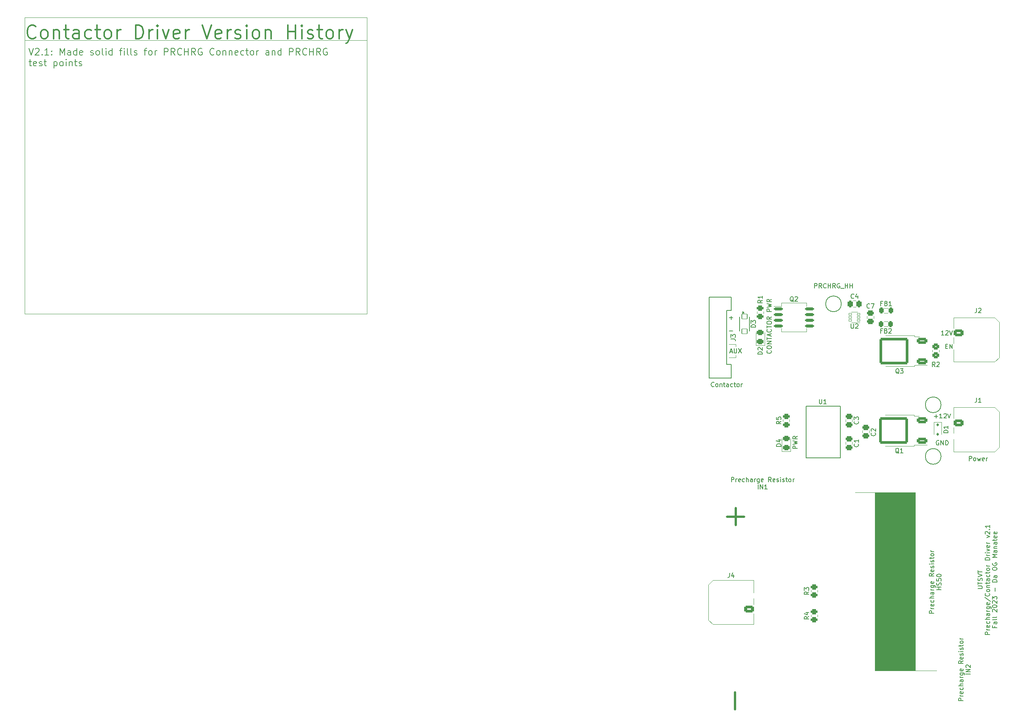
<source format=gbr>
G04 #@! TF.GenerationSoftware,KiCad,Pcbnew,7.0.2*
G04 #@! TF.CreationDate,2023-10-17T19:37:31-05:00*
G04 #@! TF.ProjectId,ContactorDriver,436f6e74-6163-4746-9f72-447269766572,rev?*
G04 #@! TF.SameCoordinates,Original*
G04 #@! TF.FileFunction,Legend,Top*
G04 #@! TF.FilePolarity,Positive*
%FSLAX46Y46*%
G04 Gerber Fmt 4.6, Leading zero omitted, Abs format (unit mm)*
G04 Created by KiCad (PCBNEW 7.0.2) date 2023-10-17 19:37:31*
%MOMM*%
%LPD*%
G01*
G04 APERTURE LIST*
G04 Aperture macros list*
%AMRoundRect*
0 Rectangle with rounded corners*
0 $1 Rounding radius*
0 $2 $3 $4 $5 $6 $7 $8 $9 X,Y pos of 4 corners*
0 Add a 4 corners polygon primitive as box body*
4,1,4,$2,$3,$4,$5,$6,$7,$8,$9,$2,$3,0*
0 Add four circle primitives for the rounded corners*
1,1,$1+$1,$2,$3*
1,1,$1+$1,$4,$5*
1,1,$1+$1,$6,$7*
1,1,$1+$1,$8,$9*
0 Add four rect primitives between the rounded corners*
20,1,$1+$1,$2,$3,$4,$5,0*
20,1,$1+$1,$4,$5,$6,$7,0*
20,1,$1+$1,$6,$7,$8,$9,0*
20,1,$1+$1,$8,$9,$2,$3,0*%
G04 Aperture macros list end*
%ADD10C,0.120000*%
%ADD11C,0.100000*%
%ADD12C,0.150000*%
%ADD13C,0.500000*%
%ADD14C,0.375000*%
%ADD15C,0.152400*%
%ADD16RoundRect,0.301000X0.450000X-0.325000X0.450000X0.325000X-0.450000X0.325000X-0.450000X-0.325000X0*%
%ADD17C,3.000000*%
%ADD18RoundRect,0.301001X-0.759999X0.499999X-0.759999X-0.499999X0.759999X-0.499999X0.759999X0.499999X0*%
%ADD19O,2.122000X1.602000*%
%ADD20RoundRect,0.201000X-0.800000X-0.150000X0.800000X-0.150000X0.800000X0.150000X-0.800000X0.150000X0*%
%ADD21RoundRect,0.301000X-0.450000X0.350000X-0.450000X-0.350000X0.450000X-0.350000X0.450000X0.350000X0*%
%ADD22RoundRect,0.301000X0.450000X-0.262500X0.450000X0.262500X-0.450000X0.262500X-0.450000X-0.262500X0*%
%ADD23RoundRect,0.301000X0.850000X0.350000X-0.850000X0.350000X-0.850000X-0.350000X0.850000X-0.350000X0*%
%ADD24RoundRect,0.300997X2.950003X2.650003X-2.950003X2.650003X-2.950003X-2.650003X2.950003X-2.650003X0*%
%ADD25C,4.602880*%
%ADD26C,3.200000*%
%ADD27RoundRect,0.301000X-0.475000X0.250000X-0.475000X-0.250000X0.475000X-0.250000X0.475000X0.250000X0*%
%ADD28RoundRect,0.301000X-0.250000X-0.475000X0.250000X-0.475000X0.250000X0.475000X-0.250000X0.475000X0*%
%ADD29C,2.902000*%
%ADD30O,1.902000X1.302000*%
%ADD31RoundRect,0.269750X-0.218750X-0.381250X0.218750X-0.381250X0.218750X0.381250X-0.218750X0.381250X0*%
%ADD32RoundRect,0.051000X-0.596900X0.520700X-0.596900X-0.520700X0.596900X-0.520700X0.596900X0.520700X0*%
%ADD33C,1.270000*%
%ADD34C,1.802000*%
%ADD35RoundRect,0.269750X0.218750X0.381250X-0.218750X0.381250X-0.218750X-0.381250X0.218750X-0.381250X0*%
%ADD36RoundRect,0.051000X0.325000X0.200000X-0.325000X0.200000X-0.325000X-0.200000X0.325000X-0.200000X0*%
%ADD37RoundRect,0.301000X0.475000X-0.250000X0.475000X0.250000X-0.475000X0.250000X-0.475000X-0.250000X0*%
%ADD38RoundRect,0.163500X-0.112500X0.187500X-0.112500X-0.187500X0.112500X-0.187500X0.112500X0.187500X0*%
%ADD39RoundRect,0.301001X0.759999X-0.499999X0.759999X0.499999X-0.759999X0.499999X-0.759999X-0.499999X0*%
G04 APERTURE END LIST*
D10*
X196000000Y-118500000D02*
X202000000Y-118500000D01*
X217400000Y-158200000D02*
X211000000Y-158200000D01*
X202000000Y-118500000D02*
X202000000Y-158200000D01*
X211000000Y-158200000D02*
X211000000Y-118500000D01*
X211000000Y-118500000D02*
X202000000Y-118500000D01*
X202000000Y-158200000D02*
X211000000Y-158200000D01*
D11*
X211000000Y-158200000D02*
X202000000Y-158200000D01*
X202000000Y-118500000D01*
X211000000Y-118500000D01*
X211000000Y-158200000D01*
G36*
X211000000Y-158200000D02*
G01*
X202000000Y-158200000D01*
X202000000Y-118500000D01*
X211000000Y-118500000D01*
X211000000Y-158200000D01*
G37*
D10*
X169500000Y-88500000D02*
X171000000Y-88500000D01*
X12700000Y-12700000D02*
X88900000Y-12700000D01*
X88900000Y-78740000D01*
X12700000Y-78740000D01*
X12700000Y-12700000D01*
X12700000Y-17780000D02*
X88900000Y-17780000D01*
X169500000Y-85500000D02*
X171000000Y-85500000D01*
X171000000Y-85500000D02*
X171000000Y-86000000D01*
X171000000Y-88500000D02*
X171000000Y-88000000D01*
D12*
X215238095Y-101581666D02*
X216000000Y-101581666D01*
X215619047Y-101962619D02*
X215619047Y-101200714D01*
X216999999Y-101962619D02*
X216428571Y-101962619D01*
X216714285Y-101962619D02*
X216714285Y-100962619D01*
X216714285Y-100962619D02*
X216619047Y-101105476D01*
X216619047Y-101105476D02*
X216523809Y-101200714D01*
X216523809Y-101200714D02*
X216428571Y-101248333D01*
X217380952Y-101057857D02*
X217428571Y-101010238D01*
X217428571Y-101010238D02*
X217523809Y-100962619D01*
X217523809Y-100962619D02*
X217761904Y-100962619D01*
X217761904Y-100962619D02*
X217857142Y-101010238D01*
X217857142Y-101010238D02*
X217904761Y-101057857D01*
X217904761Y-101057857D02*
X217952380Y-101153095D01*
X217952380Y-101153095D02*
X217952380Y-101248333D01*
X217952380Y-101248333D02*
X217904761Y-101391190D01*
X217904761Y-101391190D02*
X217333333Y-101962619D01*
X217333333Y-101962619D02*
X217952380Y-101962619D01*
X218238095Y-100962619D02*
X218571428Y-101962619D01*
X218571428Y-101962619D02*
X218904761Y-100962619D01*
X216238095Y-107010238D02*
X216142857Y-106962619D01*
X216142857Y-106962619D02*
X216000000Y-106962619D01*
X216000000Y-106962619D02*
X215857143Y-107010238D01*
X215857143Y-107010238D02*
X215761905Y-107105476D01*
X215761905Y-107105476D02*
X215714286Y-107200714D01*
X215714286Y-107200714D02*
X215666667Y-107391190D01*
X215666667Y-107391190D02*
X215666667Y-107534047D01*
X215666667Y-107534047D02*
X215714286Y-107724523D01*
X215714286Y-107724523D02*
X215761905Y-107819761D01*
X215761905Y-107819761D02*
X215857143Y-107915000D01*
X215857143Y-107915000D02*
X216000000Y-107962619D01*
X216000000Y-107962619D02*
X216095238Y-107962619D01*
X216095238Y-107962619D02*
X216238095Y-107915000D01*
X216238095Y-107915000D02*
X216285714Y-107867380D01*
X216285714Y-107867380D02*
X216285714Y-107534047D01*
X216285714Y-107534047D02*
X216095238Y-107534047D01*
X216714286Y-107962619D02*
X216714286Y-106962619D01*
X216714286Y-106962619D02*
X217285714Y-107962619D01*
X217285714Y-107962619D02*
X217285714Y-106962619D01*
X217761905Y-107962619D02*
X217761905Y-106962619D01*
X217761905Y-106962619D02*
X218000000Y-106962619D01*
X218000000Y-106962619D02*
X218142857Y-107010238D01*
X218142857Y-107010238D02*
X218238095Y-107105476D01*
X218238095Y-107105476D02*
X218285714Y-107200714D01*
X218285714Y-107200714D02*
X218333333Y-107391190D01*
X218333333Y-107391190D02*
X218333333Y-107534047D01*
X218333333Y-107534047D02*
X218285714Y-107724523D01*
X218285714Y-107724523D02*
X218238095Y-107819761D01*
X218238095Y-107819761D02*
X218142857Y-107915000D01*
X218142857Y-107915000D02*
X218000000Y-107962619D01*
X218000000Y-107962619D02*
X217761905Y-107962619D01*
X221652619Y-164928572D02*
X220652619Y-164928572D01*
X220652619Y-164928572D02*
X220652619Y-164547620D01*
X220652619Y-164547620D02*
X220700238Y-164452382D01*
X220700238Y-164452382D02*
X220747857Y-164404763D01*
X220747857Y-164404763D02*
X220843095Y-164357144D01*
X220843095Y-164357144D02*
X220985952Y-164357144D01*
X220985952Y-164357144D02*
X221081190Y-164404763D01*
X221081190Y-164404763D02*
X221128809Y-164452382D01*
X221128809Y-164452382D02*
X221176428Y-164547620D01*
X221176428Y-164547620D02*
X221176428Y-164928572D01*
X221652619Y-163928572D02*
X220985952Y-163928572D01*
X221176428Y-163928572D02*
X221081190Y-163880953D01*
X221081190Y-163880953D02*
X221033571Y-163833334D01*
X221033571Y-163833334D02*
X220985952Y-163738096D01*
X220985952Y-163738096D02*
X220985952Y-163642858D01*
X221605000Y-162928572D02*
X221652619Y-163023810D01*
X221652619Y-163023810D02*
X221652619Y-163214286D01*
X221652619Y-163214286D02*
X221605000Y-163309524D01*
X221605000Y-163309524D02*
X221509761Y-163357143D01*
X221509761Y-163357143D02*
X221128809Y-163357143D01*
X221128809Y-163357143D02*
X221033571Y-163309524D01*
X221033571Y-163309524D02*
X220985952Y-163214286D01*
X220985952Y-163214286D02*
X220985952Y-163023810D01*
X220985952Y-163023810D02*
X221033571Y-162928572D01*
X221033571Y-162928572D02*
X221128809Y-162880953D01*
X221128809Y-162880953D02*
X221224047Y-162880953D01*
X221224047Y-162880953D02*
X221319285Y-163357143D01*
X221605000Y-162023810D02*
X221652619Y-162119048D01*
X221652619Y-162119048D02*
X221652619Y-162309524D01*
X221652619Y-162309524D02*
X221605000Y-162404762D01*
X221605000Y-162404762D02*
X221557380Y-162452381D01*
X221557380Y-162452381D02*
X221462142Y-162500000D01*
X221462142Y-162500000D02*
X221176428Y-162500000D01*
X221176428Y-162500000D02*
X221081190Y-162452381D01*
X221081190Y-162452381D02*
X221033571Y-162404762D01*
X221033571Y-162404762D02*
X220985952Y-162309524D01*
X220985952Y-162309524D02*
X220985952Y-162119048D01*
X220985952Y-162119048D02*
X221033571Y-162023810D01*
X221652619Y-161595238D02*
X220652619Y-161595238D01*
X221652619Y-161166667D02*
X221128809Y-161166667D01*
X221128809Y-161166667D02*
X221033571Y-161214286D01*
X221033571Y-161214286D02*
X220985952Y-161309524D01*
X220985952Y-161309524D02*
X220985952Y-161452381D01*
X220985952Y-161452381D02*
X221033571Y-161547619D01*
X221033571Y-161547619D02*
X221081190Y-161595238D01*
X221652619Y-160261905D02*
X221128809Y-160261905D01*
X221128809Y-160261905D02*
X221033571Y-160309524D01*
X221033571Y-160309524D02*
X220985952Y-160404762D01*
X220985952Y-160404762D02*
X220985952Y-160595238D01*
X220985952Y-160595238D02*
X221033571Y-160690476D01*
X221605000Y-160261905D02*
X221652619Y-160357143D01*
X221652619Y-160357143D02*
X221652619Y-160595238D01*
X221652619Y-160595238D02*
X221605000Y-160690476D01*
X221605000Y-160690476D02*
X221509761Y-160738095D01*
X221509761Y-160738095D02*
X221414523Y-160738095D01*
X221414523Y-160738095D02*
X221319285Y-160690476D01*
X221319285Y-160690476D02*
X221271666Y-160595238D01*
X221271666Y-160595238D02*
X221271666Y-160357143D01*
X221271666Y-160357143D02*
X221224047Y-160261905D01*
X221652619Y-159785714D02*
X220985952Y-159785714D01*
X221176428Y-159785714D02*
X221081190Y-159738095D01*
X221081190Y-159738095D02*
X221033571Y-159690476D01*
X221033571Y-159690476D02*
X220985952Y-159595238D01*
X220985952Y-159595238D02*
X220985952Y-159500000D01*
X220985952Y-158738095D02*
X221795476Y-158738095D01*
X221795476Y-158738095D02*
X221890714Y-158785714D01*
X221890714Y-158785714D02*
X221938333Y-158833333D01*
X221938333Y-158833333D02*
X221985952Y-158928571D01*
X221985952Y-158928571D02*
X221985952Y-159071428D01*
X221985952Y-159071428D02*
X221938333Y-159166666D01*
X221605000Y-158738095D02*
X221652619Y-158833333D01*
X221652619Y-158833333D02*
X221652619Y-159023809D01*
X221652619Y-159023809D02*
X221605000Y-159119047D01*
X221605000Y-159119047D02*
X221557380Y-159166666D01*
X221557380Y-159166666D02*
X221462142Y-159214285D01*
X221462142Y-159214285D02*
X221176428Y-159214285D01*
X221176428Y-159214285D02*
X221081190Y-159166666D01*
X221081190Y-159166666D02*
X221033571Y-159119047D01*
X221033571Y-159119047D02*
X220985952Y-159023809D01*
X220985952Y-159023809D02*
X220985952Y-158833333D01*
X220985952Y-158833333D02*
X221033571Y-158738095D01*
X221605000Y-157880952D02*
X221652619Y-157976190D01*
X221652619Y-157976190D02*
X221652619Y-158166666D01*
X221652619Y-158166666D02*
X221605000Y-158261904D01*
X221605000Y-158261904D02*
X221509761Y-158309523D01*
X221509761Y-158309523D02*
X221128809Y-158309523D01*
X221128809Y-158309523D02*
X221033571Y-158261904D01*
X221033571Y-158261904D02*
X220985952Y-158166666D01*
X220985952Y-158166666D02*
X220985952Y-157976190D01*
X220985952Y-157976190D02*
X221033571Y-157880952D01*
X221033571Y-157880952D02*
X221128809Y-157833333D01*
X221128809Y-157833333D02*
X221224047Y-157833333D01*
X221224047Y-157833333D02*
X221319285Y-158309523D01*
X221652619Y-156071428D02*
X221176428Y-156404761D01*
X221652619Y-156642856D02*
X220652619Y-156642856D01*
X220652619Y-156642856D02*
X220652619Y-156261904D01*
X220652619Y-156261904D02*
X220700238Y-156166666D01*
X220700238Y-156166666D02*
X220747857Y-156119047D01*
X220747857Y-156119047D02*
X220843095Y-156071428D01*
X220843095Y-156071428D02*
X220985952Y-156071428D01*
X220985952Y-156071428D02*
X221081190Y-156119047D01*
X221081190Y-156119047D02*
X221128809Y-156166666D01*
X221128809Y-156166666D02*
X221176428Y-156261904D01*
X221176428Y-156261904D02*
X221176428Y-156642856D01*
X221605000Y-155261904D02*
X221652619Y-155357142D01*
X221652619Y-155357142D02*
X221652619Y-155547618D01*
X221652619Y-155547618D02*
X221605000Y-155642856D01*
X221605000Y-155642856D02*
X221509761Y-155690475D01*
X221509761Y-155690475D02*
X221128809Y-155690475D01*
X221128809Y-155690475D02*
X221033571Y-155642856D01*
X221033571Y-155642856D02*
X220985952Y-155547618D01*
X220985952Y-155547618D02*
X220985952Y-155357142D01*
X220985952Y-155357142D02*
X221033571Y-155261904D01*
X221033571Y-155261904D02*
X221128809Y-155214285D01*
X221128809Y-155214285D02*
X221224047Y-155214285D01*
X221224047Y-155214285D02*
X221319285Y-155690475D01*
X221605000Y-154833332D02*
X221652619Y-154738094D01*
X221652619Y-154738094D02*
X221652619Y-154547618D01*
X221652619Y-154547618D02*
X221605000Y-154452380D01*
X221605000Y-154452380D02*
X221509761Y-154404761D01*
X221509761Y-154404761D02*
X221462142Y-154404761D01*
X221462142Y-154404761D02*
X221366904Y-154452380D01*
X221366904Y-154452380D02*
X221319285Y-154547618D01*
X221319285Y-154547618D02*
X221319285Y-154690475D01*
X221319285Y-154690475D02*
X221271666Y-154785713D01*
X221271666Y-154785713D02*
X221176428Y-154833332D01*
X221176428Y-154833332D02*
X221128809Y-154833332D01*
X221128809Y-154833332D02*
X221033571Y-154785713D01*
X221033571Y-154785713D02*
X220985952Y-154690475D01*
X220985952Y-154690475D02*
X220985952Y-154547618D01*
X220985952Y-154547618D02*
X221033571Y-154452380D01*
X221652619Y-153976189D02*
X220985952Y-153976189D01*
X220652619Y-153976189D02*
X220700238Y-154023808D01*
X220700238Y-154023808D02*
X220747857Y-153976189D01*
X220747857Y-153976189D02*
X220700238Y-153928570D01*
X220700238Y-153928570D02*
X220652619Y-153976189D01*
X220652619Y-153976189D02*
X220747857Y-153976189D01*
X221605000Y-153547618D02*
X221652619Y-153452380D01*
X221652619Y-153452380D02*
X221652619Y-153261904D01*
X221652619Y-153261904D02*
X221605000Y-153166666D01*
X221605000Y-153166666D02*
X221509761Y-153119047D01*
X221509761Y-153119047D02*
X221462142Y-153119047D01*
X221462142Y-153119047D02*
X221366904Y-153166666D01*
X221366904Y-153166666D02*
X221319285Y-153261904D01*
X221319285Y-153261904D02*
X221319285Y-153404761D01*
X221319285Y-153404761D02*
X221271666Y-153499999D01*
X221271666Y-153499999D02*
X221176428Y-153547618D01*
X221176428Y-153547618D02*
X221128809Y-153547618D01*
X221128809Y-153547618D02*
X221033571Y-153499999D01*
X221033571Y-153499999D02*
X220985952Y-153404761D01*
X220985952Y-153404761D02*
X220985952Y-153261904D01*
X220985952Y-153261904D02*
X221033571Y-153166666D01*
X220985952Y-152833332D02*
X220985952Y-152452380D01*
X220652619Y-152690475D02*
X221509761Y-152690475D01*
X221509761Y-152690475D02*
X221605000Y-152642856D01*
X221605000Y-152642856D02*
X221652619Y-152547618D01*
X221652619Y-152547618D02*
X221652619Y-152452380D01*
X221652619Y-151976189D02*
X221605000Y-152071427D01*
X221605000Y-152071427D02*
X221557380Y-152119046D01*
X221557380Y-152119046D02*
X221462142Y-152166665D01*
X221462142Y-152166665D02*
X221176428Y-152166665D01*
X221176428Y-152166665D02*
X221081190Y-152119046D01*
X221081190Y-152119046D02*
X221033571Y-152071427D01*
X221033571Y-152071427D02*
X220985952Y-151976189D01*
X220985952Y-151976189D02*
X220985952Y-151833332D01*
X220985952Y-151833332D02*
X221033571Y-151738094D01*
X221033571Y-151738094D02*
X221081190Y-151690475D01*
X221081190Y-151690475D02*
X221176428Y-151642856D01*
X221176428Y-151642856D02*
X221462142Y-151642856D01*
X221462142Y-151642856D02*
X221557380Y-151690475D01*
X221557380Y-151690475D02*
X221605000Y-151738094D01*
X221605000Y-151738094D02*
X221652619Y-151833332D01*
X221652619Y-151833332D02*
X221652619Y-151976189D01*
X221652619Y-151214284D02*
X220985952Y-151214284D01*
X221176428Y-151214284D02*
X221081190Y-151166665D01*
X221081190Y-151166665D02*
X221033571Y-151119046D01*
X221033571Y-151119046D02*
X220985952Y-151023808D01*
X220985952Y-151023808D02*
X220985952Y-150928570D01*
X223272619Y-158999999D02*
X222272619Y-158999999D01*
X223272619Y-158523809D02*
X222272619Y-158523809D01*
X222272619Y-158523809D02*
X223272619Y-157952381D01*
X223272619Y-157952381D02*
X222272619Y-157952381D01*
X222367857Y-157523809D02*
X222320238Y-157476190D01*
X222320238Y-157476190D02*
X222272619Y-157380952D01*
X222272619Y-157380952D02*
X222272619Y-157142857D01*
X222272619Y-157142857D02*
X222320238Y-157047619D01*
X222320238Y-157047619D02*
X222367857Y-157000000D01*
X222367857Y-157000000D02*
X222463095Y-156952381D01*
X222463095Y-156952381D02*
X222558333Y-156952381D01*
X222558333Y-156952381D02*
X222701190Y-157000000D01*
X222701190Y-157000000D02*
X223272619Y-157571428D01*
X223272619Y-157571428D02*
X223272619Y-156952381D01*
X215152619Y-145428572D02*
X214152619Y-145428572D01*
X214152619Y-145428572D02*
X214152619Y-145047620D01*
X214152619Y-145047620D02*
X214200238Y-144952382D01*
X214200238Y-144952382D02*
X214247857Y-144904763D01*
X214247857Y-144904763D02*
X214343095Y-144857144D01*
X214343095Y-144857144D02*
X214485952Y-144857144D01*
X214485952Y-144857144D02*
X214581190Y-144904763D01*
X214581190Y-144904763D02*
X214628809Y-144952382D01*
X214628809Y-144952382D02*
X214676428Y-145047620D01*
X214676428Y-145047620D02*
X214676428Y-145428572D01*
X215152619Y-144428572D02*
X214485952Y-144428572D01*
X214676428Y-144428572D02*
X214581190Y-144380953D01*
X214581190Y-144380953D02*
X214533571Y-144333334D01*
X214533571Y-144333334D02*
X214485952Y-144238096D01*
X214485952Y-144238096D02*
X214485952Y-144142858D01*
X215105000Y-143428572D02*
X215152619Y-143523810D01*
X215152619Y-143523810D02*
X215152619Y-143714286D01*
X215152619Y-143714286D02*
X215105000Y-143809524D01*
X215105000Y-143809524D02*
X215009761Y-143857143D01*
X215009761Y-143857143D02*
X214628809Y-143857143D01*
X214628809Y-143857143D02*
X214533571Y-143809524D01*
X214533571Y-143809524D02*
X214485952Y-143714286D01*
X214485952Y-143714286D02*
X214485952Y-143523810D01*
X214485952Y-143523810D02*
X214533571Y-143428572D01*
X214533571Y-143428572D02*
X214628809Y-143380953D01*
X214628809Y-143380953D02*
X214724047Y-143380953D01*
X214724047Y-143380953D02*
X214819285Y-143857143D01*
X215105000Y-142523810D02*
X215152619Y-142619048D01*
X215152619Y-142619048D02*
X215152619Y-142809524D01*
X215152619Y-142809524D02*
X215105000Y-142904762D01*
X215105000Y-142904762D02*
X215057380Y-142952381D01*
X215057380Y-142952381D02*
X214962142Y-143000000D01*
X214962142Y-143000000D02*
X214676428Y-143000000D01*
X214676428Y-143000000D02*
X214581190Y-142952381D01*
X214581190Y-142952381D02*
X214533571Y-142904762D01*
X214533571Y-142904762D02*
X214485952Y-142809524D01*
X214485952Y-142809524D02*
X214485952Y-142619048D01*
X214485952Y-142619048D02*
X214533571Y-142523810D01*
X215152619Y-142095238D02*
X214152619Y-142095238D01*
X215152619Y-141666667D02*
X214628809Y-141666667D01*
X214628809Y-141666667D02*
X214533571Y-141714286D01*
X214533571Y-141714286D02*
X214485952Y-141809524D01*
X214485952Y-141809524D02*
X214485952Y-141952381D01*
X214485952Y-141952381D02*
X214533571Y-142047619D01*
X214533571Y-142047619D02*
X214581190Y-142095238D01*
X215152619Y-140761905D02*
X214628809Y-140761905D01*
X214628809Y-140761905D02*
X214533571Y-140809524D01*
X214533571Y-140809524D02*
X214485952Y-140904762D01*
X214485952Y-140904762D02*
X214485952Y-141095238D01*
X214485952Y-141095238D02*
X214533571Y-141190476D01*
X215105000Y-140761905D02*
X215152619Y-140857143D01*
X215152619Y-140857143D02*
X215152619Y-141095238D01*
X215152619Y-141095238D02*
X215105000Y-141190476D01*
X215105000Y-141190476D02*
X215009761Y-141238095D01*
X215009761Y-141238095D02*
X214914523Y-141238095D01*
X214914523Y-141238095D02*
X214819285Y-141190476D01*
X214819285Y-141190476D02*
X214771666Y-141095238D01*
X214771666Y-141095238D02*
X214771666Y-140857143D01*
X214771666Y-140857143D02*
X214724047Y-140761905D01*
X215152619Y-140285714D02*
X214485952Y-140285714D01*
X214676428Y-140285714D02*
X214581190Y-140238095D01*
X214581190Y-140238095D02*
X214533571Y-140190476D01*
X214533571Y-140190476D02*
X214485952Y-140095238D01*
X214485952Y-140095238D02*
X214485952Y-140000000D01*
X214485952Y-139238095D02*
X215295476Y-139238095D01*
X215295476Y-139238095D02*
X215390714Y-139285714D01*
X215390714Y-139285714D02*
X215438333Y-139333333D01*
X215438333Y-139333333D02*
X215485952Y-139428571D01*
X215485952Y-139428571D02*
X215485952Y-139571428D01*
X215485952Y-139571428D02*
X215438333Y-139666666D01*
X215105000Y-139238095D02*
X215152619Y-139333333D01*
X215152619Y-139333333D02*
X215152619Y-139523809D01*
X215152619Y-139523809D02*
X215105000Y-139619047D01*
X215105000Y-139619047D02*
X215057380Y-139666666D01*
X215057380Y-139666666D02*
X214962142Y-139714285D01*
X214962142Y-139714285D02*
X214676428Y-139714285D01*
X214676428Y-139714285D02*
X214581190Y-139666666D01*
X214581190Y-139666666D02*
X214533571Y-139619047D01*
X214533571Y-139619047D02*
X214485952Y-139523809D01*
X214485952Y-139523809D02*
X214485952Y-139333333D01*
X214485952Y-139333333D02*
X214533571Y-139238095D01*
X215105000Y-138380952D02*
X215152619Y-138476190D01*
X215152619Y-138476190D02*
X215152619Y-138666666D01*
X215152619Y-138666666D02*
X215105000Y-138761904D01*
X215105000Y-138761904D02*
X215009761Y-138809523D01*
X215009761Y-138809523D02*
X214628809Y-138809523D01*
X214628809Y-138809523D02*
X214533571Y-138761904D01*
X214533571Y-138761904D02*
X214485952Y-138666666D01*
X214485952Y-138666666D02*
X214485952Y-138476190D01*
X214485952Y-138476190D02*
X214533571Y-138380952D01*
X214533571Y-138380952D02*
X214628809Y-138333333D01*
X214628809Y-138333333D02*
X214724047Y-138333333D01*
X214724047Y-138333333D02*
X214819285Y-138809523D01*
X215152619Y-136571428D02*
X214676428Y-136904761D01*
X215152619Y-137142856D02*
X214152619Y-137142856D01*
X214152619Y-137142856D02*
X214152619Y-136761904D01*
X214152619Y-136761904D02*
X214200238Y-136666666D01*
X214200238Y-136666666D02*
X214247857Y-136619047D01*
X214247857Y-136619047D02*
X214343095Y-136571428D01*
X214343095Y-136571428D02*
X214485952Y-136571428D01*
X214485952Y-136571428D02*
X214581190Y-136619047D01*
X214581190Y-136619047D02*
X214628809Y-136666666D01*
X214628809Y-136666666D02*
X214676428Y-136761904D01*
X214676428Y-136761904D02*
X214676428Y-137142856D01*
X215105000Y-135761904D02*
X215152619Y-135857142D01*
X215152619Y-135857142D02*
X215152619Y-136047618D01*
X215152619Y-136047618D02*
X215105000Y-136142856D01*
X215105000Y-136142856D02*
X215009761Y-136190475D01*
X215009761Y-136190475D02*
X214628809Y-136190475D01*
X214628809Y-136190475D02*
X214533571Y-136142856D01*
X214533571Y-136142856D02*
X214485952Y-136047618D01*
X214485952Y-136047618D02*
X214485952Y-135857142D01*
X214485952Y-135857142D02*
X214533571Y-135761904D01*
X214533571Y-135761904D02*
X214628809Y-135714285D01*
X214628809Y-135714285D02*
X214724047Y-135714285D01*
X214724047Y-135714285D02*
X214819285Y-136190475D01*
X215105000Y-135333332D02*
X215152619Y-135238094D01*
X215152619Y-135238094D02*
X215152619Y-135047618D01*
X215152619Y-135047618D02*
X215105000Y-134952380D01*
X215105000Y-134952380D02*
X215009761Y-134904761D01*
X215009761Y-134904761D02*
X214962142Y-134904761D01*
X214962142Y-134904761D02*
X214866904Y-134952380D01*
X214866904Y-134952380D02*
X214819285Y-135047618D01*
X214819285Y-135047618D02*
X214819285Y-135190475D01*
X214819285Y-135190475D02*
X214771666Y-135285713D01*
X214771666Y-135285713D02*
X214676428Y-135333332D01*
X214676428Y-135333332D02*
X214628809Y-135333332D01*
X214628809Y-135333332D02*
X214533571Y-135285713D01*
X214533571Y-135285713D02*
X214485952Y-135190475D01*
X214485952Y-135190475D02*
X214485952Y-135047618D01*
X214485952Y-135047618D02*
X214533571Y-134952380D01*
X215152619Y-134476189D02*
X214485952Y-134476189D01*
X214152619Y-134476189D02*
X214200238Y-134523808D01*
X214200238Y-134523808D02*
X214247857Y-134476189D01*
X214247857Y-134476189D02*
X214200238Y-134428570D01*
X214200238Y-134428570D02*
X214152619Y-134476189D01*
X214152619Y-134476189D02*
X214247857Y-134476189D01*
X215105000Y-134047618D02*
X215152619Y-133952380D01*
X215152619Y-133952380D02*
X215152619Y-133761904D01*
X215152619Y-133761904D02*
X215105000Y-133666666D01*
X215105000Y-133666666D02*
X215009761Y-133619047D01*
X215009761Y-133619047D02*
X214962142Y-133619047D01*
X214962142Y-133619047D02*
X214866904Y-133666666D01*
X214866904Y-133666666D02*
X214819285Y-133761904D01*
X214819285Y-133761904D02*
X214819285Y-133904761D01*
X214819285Y-133904761D02*
X214771666Y-133999999D01*
X214771666Y-133999999D02*
X214676428Y-134047618D01*
X214676428Y-134047618D02*
X214628809Y-134047618D01*
X214628809Y-134047618D02*
X214533571Y-133999999D01*
X214533571Y-133999999D02*
X214485952Y-133904761D01*
X214485952Y-133904761D02*
X214485952Y-133761904D01*
X214485952Y-133761904D02*
X214533571Y-133666666D01*
X214485952Y-133333332D02*
X214485952Y-132952380D01*
X214152619Y-133190475D02*
X215009761Y-133190475D01*
X215009761Y-133190475D02*
X215105000Y-133142856D01*
X215105000Y-133142856D02*
X215152619Y-133047618D01*
X215152619Y-133047618D02*
X215152619Y-132952380D01*
X215152619Y-132476189D02*
X215105000Y-132571427D01*
X215105000Y-132571427D02*
X215057380Y-132619046D01*
X215057380Y-132619046D02*
X214962142Y-132666665D01*
X214962142Y-132666665D02*
X214676428Y-132666665D01*
X214676428Y-132666665D02*
X214581190Y-132619046D01*
X214581190Y-132619046D02*
X214533571Y-132571427D01*
X214533571Y-132571427D02*
X214485952Y-132476189D01*
X214485952Y-132476189D02*
X214485952Y-132333332D01*
X214485952Y-132333332D02*
X214533571Y-132238094D01*
X214533571Y-132238094D02*
X214581190Y-132190475D01*
X214581190Y-132190475D02*
X214676428Y-132142856D01*
X214676428Y-132142856D02*
X214962142Y-132142856D01*
X214962142Y-132142856D02*
X215057380Y-132190475D01*
X215057380Y-132190475D02*
X215105000Y-132238094D01*
X215105000Y-132238094D02*
X215152619Y-132333332D01*
X215152619Y-132333332D02*
X215152619Y-132476189D01*
X215152619Y-131714284D02*
X214485952Y-131714284D01*
X214676428Y-131714284D02*
X214581190Y-131666665D01*
X214581190Y-131666665D02*
X214533571Y-131619046D01*
X214533571Y-131619046D02*
X214485952Y-131523808D01*
X214485952Y-131523808D02*
X214485952Y-131428570D01*
X216772619Y-140214285D02*
X215772619Y-140214285D01*
X216248809Y-140214285D02*
X216248809Y-139642857D01*
X216772619Y-139642857D02*
X215772619Y-139642857D01*
X216725000Y-139214285D02*
X216772619Y-139071428D01*
X216772619Y-139071428D02*
X216772619Y-138833333D01*
X216772619Y-138833333D02*
X216725000Y-138738095D01*
X216725000Y-138738095D02*
X216677380Y-138690476D01*
X216677380Y-138690476D02*
X216582142Y-138642857D01*
X216582142Y-138642857D02*
X216486904Y-138642857D01*
X216486904Y-138642857D02*
X216391666Y-138690476D01*
X216391666Y-138690476D02*
X216344047Y-138738095D01*
X216344047Y-138738095D02*
X216296428Y-138833333D01*
X216296428Y-138833333D02*
X216248809Y-139023809D01*
X216248809Y-139023809D02*
X216201190Y-139119047D01*
X216201190Y-139119047D02*
X216153571Y-139166666D01*
X216153571Y-139166666D02*
X216058333Y-139214285D01*
X216058333Y-139214285D02*
X215963095Y-139214285D01*
X215963095Y-139214285D02*
X215867857Y-139166666D01*
X215867857Y-139166666D02*
X215820238Y-139119047D01*
X215820238Y-139119047D02*
X215772619Y-139023809D01*
X215772619Y-139023809D02*
X215772619Y-138785714D01*
X215772619Y-138785714D02*
X215820238Y-138642857D01*
X215772619Y-137738095D02*
X215772619Y-138214285D01*
X215772619Y-138214285D02*
X216248809Y-138261904D01*
X216248809Y-138261904D02*
X216201190Y-138214285D01*
X216201190Y-138214285D02*
X216153571Y-138119047D01*
X216153571Y-138119047D02*
X216153571Y-137880952D01*
X216153571Y-137880952D02*
X216201190Y-137785714D01*
X216201190Y-137785714D02*
X216248809Y-137738095D01*
X216248809Y-137738095D02*
X216344047Y-137690476D01*
X216344047Y-137690476D02*
X216582142Y-137690476D01*
X216582142Y-137690476D02*
X216677380Y-137738095D01*
X216677380Y-137738095D02*
X216725000Y-137785714D01*
X216725000Y-137785714D02*
X216772619Y-137880952D01*
X216772619Y-137880952D02*
X216772619Y-138119047D01*
X216772619Y-138119047D02*
X216725000Y-138214285D01*
X216725000Y-138214285D02*
X216677380Y-138261904D01*
X215772619Y-137071428D02*
X215772619Y-136976190D01*
X215772619Y-136976190D02*
X215820238Y-136880952D01*
X215820238Y-136880952D02*
X215867857Y-136833333D01*
X215867857Y-136833333D02*
X215963095Y-136785714D01*
X215963095Y-136785714D02*
X216153571Y-136738095D01*
X216153571Y-136738095D02*
X216391666Y-136738095D01*
X216391666Y-136738095D02*
X216582142Y-136785714D01*
X216582142Y-136785714D02*
X216677380Y-136833333D01*
X216677380Y-136833333D02*
X216725000Y-136880952D01*
X216725000Y-136880952D02*
X216772619Y-136976190D01*
X216772619Y-136976190D02*
X216772619Y-137071428D01*
X216772619Y-137071428D02*
X216725000Y-137166666D01*
X216725000Y-137166666D02*
X216677380Y-137214285D01*
X216677380Y-137214285D02*
X216582142Y-137261904D01*
X216582142Y-137261904D02*
X216391666Y-137309523D01*
X216391666Y-137309523D02*
X216153571Y-137309523D01*
X216153571Y-137309523D02*
X215963095Y-137261904D01*
X215963095Y-137261904D02*
X215867857Y-137214285D01*
X215867857Y-137214285D02*
X215820238Y-137166666D01*
X215820238Y-137166666D02*
X215772619Y-137071428D01*
D13*
X170908333Y-166904761D02*
X170908333Y-163095238D01*
D12*
X13652857Y-19556428D02*
X14152857Y-21056428D01*
X14152857Y-21056428D02*
X14652857Y-19556428D01*
X15081428Y-19699285D02*
X15152856Y-19627857D01*
X15152856Y-19627857D02*
X15295714Y-19556428D01*
X15295714Y-19556428D02*
X15652856Y-19556428D01*
X15652856Y-19556428D02*
X15795714Y-19627857D01*
X15795714Y-19627857D02*
X15867142Y-19699285D01*
X15867142Y-19699285D02*
X15938571Y-19842142D01*
X15938571Y-19842142D02*
X15938571Y-19985000D01*
X15938571Y-19985000D02*
X15867142Y-20199285D01*
X15867142Y-20199285D02*
X15009999Y-21056428D01*
X15009999Y-21056428D02*
X15938571Y-21056428D01*
X16581427Y-20913571D02*
X16652856Y-20985000D01*
X16652856Y-20985000D02*
X16581427Y-21056428D01*
X16581427Y-21056428D02*
X16509999Y-20985000D01*
X16509999Y-20985000D02*
X16581427Y-20913571D01*
X16581427Y-20913571D02*
X16581427Y-21056428D01*
X18081428Y-21056428D02*
X17224285Y-21056428D01*
X17652856Y-21056428D02*
X17652856Y-19556428D01*
X17652856Y-19556428D02*
X17509999Y-19770714D01*
X17509999Y-19770714D02*
X17367142Y-19913571D01*
X17367142Y-19913571D02*
X17224285Y-19985000D01*
X18724284Y-20913571D02*
X18795713Y-20985000D01*
X18795713Y-20985000D02*
X18724284Y-21056428D01*
X18724284Y-21056428D02*
X18652856Y-20985000D01*
X18652856Y-20985000D02*
X18724284Y-20913571D01*
X18724284Y-20913571D02*
X18724284Y-21056428D01*
X18724284Y-20127857D02*
X18795713Y-20199285D01*
X18795713Y-20199285D02*
X18724284Y-20270714D01*
X18724284Y-20270714D02*
X18652856Y-20199285D01*
X18652856Y-20199285D02*
X18724284Y-20127857D01*
X18724284Y-20127857D02*
X18724284Y-20270714D01*
X20581427Y-21056428D02*
X20581427Y-19556428D01*
X20581427Y-19556428D02*
X21081427Y-20627857D01*
X21081427Y-20627857D02*
X21581427Y-19556428D01*
X21581427Y-19556428D02*
X21581427Y-21056428D01*
X22938571Y-21056428D02*
X22938571Y-20270714D01*
X22938571Y-20270714D02*
X22867142Y-20127857D01*
X22867142Y-20127857D02*
X22724285Y-20056428D01*
X22724285Y-20056428D02*
X22438571Y-20056428D01*
X22438571Y-20056428D02*
X22295713Y-20127857D01*
X22938571Y-20985000D02*
X22795713Y-21056428D01*
X22795713Y-21056428D02*
X22438571Y-21056428D01*
X22438571Y-21056428D02*
X22295713Y-20985000D01*
X22295713Y-20985000D02*
X22224285Y-20842142D01*
X22224285Y-20842142D02*
X22224285Y-20699285D01*
X22224285Y-20699285D02*
X22295713Y-20556428D01*
X22295713Y-20556428D02*
X22438571Y-20485000D01*
X22438571Y-20485000D02*
X22795713Y-20485000D01*
X22795713Y-20485000D02*
X22938571Y-20413571D01*
X24295714Y-21056428D02*
X24295714Y-19556428D01*
X24295714Y-20985000D02*
X24152856Y-21056428D01*
X24152856Y-21056428D02*
X23867142Y-21056428D01*
X23867142Y-21056428D02*
X23724285Y-20985000D01*
X23724285Y-20985000D02*
X23652856Y-20913571D01*
X23652856Y-20913571D02*
X23581428Y-20770714D01*
X23581428Y-20770714D02*
X23581428Y-20342142D01*
X23581428Y-20342142D02*
X23652856Y-20199285D01*
X23652856Y-20199285D02*
X23724285Y-20127857D01*
X23724285Y-20127857D02*
X23867142Y-20056428D01*
X23867142Y-20056428D02*
X24152856Y-20056428D01*
X24152856Y-20056428D02*
X24295714Y-20127857D01*
X25581428Y-20985000D02*
X25438571Y-21056428D01*
X25438571Y-21056428D02*
X25152857Y-21056428D01*
X25152857Y-21056428D02*
X25009999Y-20985000D01*
X25009999Y-20985000D02*
X24938571Y-20842142D01*
X24938571Y-20842142D02*
X24938571Y-20270714D01*
X24938571Y-20270714D02*
X25009999Y-20127857D01*
X25009999Y-20127857D02*
X25152857Y-20056428D01*
X25152857Y-20056428D02*
X25438571Y-20056428D01*
X25438571Y-20056428D02*
X25581428Y-20127857D01*
X25581428Y-20127857D02*
X25652857Y-20270714D01*
X25652857Y-20270714D02*
X25652857Y-20413571D01*
X25652857Y-20413571D02*
X24938571Y-20556428D01*
X27367142Y-20985000D02*
X27509999Y-21056428D01*
X27509999Y-21056428D02*
X27795713Y-21056428D01*
X27795713Y-21056428D02*
X27938570Y-20985000D01*
X27938570Y-20985000D02*
X28009999Y-20842142D01*
X28009999Y-20842142D02*
X28009999Y-20770714D01*
X28009999Y-20770714D02*
X27938570Y-20627857D01*
X27938570Y-20627857D02*
X27795713Y-20556428D01*
X27795713Y-20556428D02*
X27581428Y-20556428D01*
X27581428Y-20556428D02*
X27438570Y-20485000D01*
X27438570Y-20485000D02*
X27367142Y-20342142D01*
X27367142Y-20342142D02*
X27367142Y-20270714D01*
X27367142Y-20270714D02*
X27438570Y-20127857D01*
X27438570Y-20127857D02*
X27581428Y-20056428D01*
X27581428Y-20056428D02*
X27795713Y-20056428D01*
X27795713Y-20056428D02*
X27938570Y-20127857D01*
X28867142Y-21056428D02*
X28724285Y-20985000D01*
X28724285Y-20985000D02*
X28652856Y-20913571D01*
X28652856Y-20913571D02*
X28581428Y-20770714D01*
X28581428Y-20770714D02*
X28581428Y-20342142D01*
X28581428Y-20342142D02*
X28652856Y-20199285D01*
X28652856Y-20199285D02*
X28724285Y-20127857D01*
X28724285Y-20127857D02*
X28867142Y-20056428D01*
X28867142Y-20056428D02*
X29081428Y-20056428D01*
X29081428Y-20056428D02*
X29224285Y-20127857D01*
X29224285Y-20127857D02*
X29295714Y-20199285D01*
X29295714Y-20199285D02*
X29367142Y-20342142D01*
X29367142Y-20342142D02*
X29367142Y-20770714D01*
X29367142Y-20770714D02*
X29295714Y-20913571D01*
X29295714Y-20913571D02*
X29224285Y-20985000D01*
X29224285Y-20985000D02*
X29081428Y-21056428D01*
X29081428Y-21056428D02*
X28867142Y-21056428D01*
X30224285Y-21056428D02*
X30081428Y-20985000D01*
X30081428Y-20985000D02*
X30009999Y-20842142D01*
X30009999Y-20842142D02*
X30009999Y-19556428D01*
X30795713Y-21056428D02*
X30795713Y-20056428D01*
X30795713Y-19556428D02*
X30724285Y-19627857D01*
X30724285Y-19627857D02*
X30795713Y-19699285D01*
X30795713Y-19699285D02*
X30867142Y-19627857D01*
X30867142Y-19627857D02*
X30795713Y-19556428D01*
X30795713Y-19556428D02*
X30795713Y-19699285D01*
X32152857Y-21056428D02*
X32152857Y-19556428D01*
X32152857Y-20985000D02*
X32009999Y-21056428D01*
X32009999Y-21056428D02*
X31724285Y-21056428D01*
X31724285Y-21056428D02*
X31581428Y-20985000D01*
X31581428Y-20985000D02*
X31509999Y-20913571D01*
X31509999Y-20913571D02*
X31438571Y-20770714D01*
X31438571Y-20770714D02*
X31438571Y-20342142D01*
X31438571Y-20342142D02*
X31509999Y-20199285D01*
X31509999Y-20199285D02*
X31581428Y-20127857D01*
X31581428Y-20127857D02*
X31724285Y-20056428D01*
X31724285Y-20056428D02*
X32009999Y-20056428D01*
X32009999Y-20056428D02*
X32152857Y-20127857D01*
X33795714Y-20056428D02*
X34367142Y-20056428D01*
X34009999Y-21056428D02*
X34009999Y-19770714D01*
X34009999Y-19770714D02*
X34081428Y-19627857D01*
X34081428Y-19627857D02*
X34224285Y-19556428D01*
X34224285Y-19556428D02*
X34367142Y-19556428D01*
X34867142Y-21056428D02*
X34867142Y-20056428D01*
X34867142Y-19556428D02*
X34795714Y-19627857D01*
X34795714Y-19627857D02*
X34867142Y-19699285D01*
X34867142Y-19699285D02*
X34938571Y-19627857D01*
X34938571Y-19627857D02*
X34867142Y-19556428D01*
X34867142Y-19556428D02*
X34867142Y-19699285D01*
X35795714Y-21056428D02*
X35652857Y-20985000D01*
X35652857Y-20985000D02*
X35581428Y-20842142D01*
X35581428Y-20842142D02*
X35581428Y-19556428D01*
X36581428Y-21056428D02*
X36438571Y-20985000D01*
X36438571Y-20985000D02*
X36367142Y-20842142D01*
X36367142Y-20842142D02*
X36367142Y-19556428D01*
X37081428Y-20985000D02*
X37224285Y-21056428D01*
X37224285Y-21056428D02*
X37509999Y-21056428D01*
X37509999Y-21056428D02*
X37652856Y-20985000D01*
X37652856Y-20985000D02*
X37724285Y-20842142D01*
X37724285Y-20842142D02*
X37724285Y-20770714D01*
X37724285Y-20770714D02*
X37652856Y-20627857D01*
X37652856Y-20627857D02*
X37509999Y-20556428D01*
X37509999Y-20556428D02*
X37295714Y-20556428D01*
X37295714Y-20556428D02*
X37152856Y-20485000D01*
X37152856Y-20485000D02*
X37081428Y-20342142D01*
X37081428Y-20342142D02*
X37081428Y-20270714D01*
X37081428Y-20270714D02*
X37152856Y-20127857D01*
X37152856Y-20127857D02*
X37295714Y-20056428D01*
X37295714Y-20056428D02*
X37509999Y-20056428D01*
X37509999Y-20056428D02*
X37652856Y-20127857D01*
X39295714Y-20056428D02*
X39867142Y-20056428D01*
X39509999Y-21056428D02*
X39509999Y-19770714D01*
X39509999Y-19770714D02*
X39581428Y-19627857D01*
X39581428Y-19627857D02*
X39724285Y-19556428D01*
X39724285Y-19556428D02*
X39867142Y-19556428D01*
X40581428Y-21056428D02*
X40438571Y-20985000D01*
X40438571Y-20985000D02*
X40367142Y-20913571D01*
X40367142Y-20913571D02*
X40295714Y-20770714D01*
X40295714Y-20770714D02*
X40295714Y-20342142D01*
X40295714Y-20342142D02*
X40367142Y-20199285D01*
X40367142Y-20199285D02*
X40438571Y-20127857D01*
X40438571Y-20127857D02*
X40581428Y-20056428D01*
X40581428Y-20056428D02*
X40795714Y-20056428D01*
X40795714Y-20056428D02*
X40938571Y-20127857D01*
X40938571Y-20127857D02*
X41010000Y-20199285D01*
X41010000Y-20199285D02*
X41081428Y-20342142D01*
X41081428Y-20342142D02*
X41081428Y-20770714D01*
X41081428Y-20770714D02*
X41010000Y-20913571D01*
X41010000Y-20913571D02*
X40938571Y-20985000D01*
X40938571Y-20985000D02*
X40795714Y-21056428D01*
X40795714Y-21056428D02*
X40581428Y-21056428D01*
X41724285Y-21056428D02*
X41724285Y-20056428D01*
X41724285Y-20342142D02*
X41795714Y-20199285D01*
X41795714Y-20199285D02*
X41867143Y-20127857D01*
X41867143Y-20127857D02*
X42010000Y-20056428D01*
X42010000Y-20056428D02*
X42152857Y-20056428D01*
X43795713Y-21056428D02*
X43795713Y-19556428D01*
X43795713Y-19556428D02*
X44367142Y-19556428D01*
X44367142Y-19556428D02*
X44509999Y-19627857D01*
X44509999Y-19627857D02*
X44581428Y-19699285D01*
X44581428Y-19699285D02*
X44652856Y-19842142D01*
X44652856Y-19842142D02*
X44652856Y-20056428D01*
X44652856Y-20056428D02*
X44581428Y-20199285D01*
X44581428Y-20199285D02*
X44509999Y-20270714D01*
X44509999Y-20270714D02*
X44367142Y-20342142D01*
X44367142Y-20342142D02*
X43795713Y-20342142D01*
X46152856Y-21056428D02*
X45652856Y-20342142D01*
X45295713Y-21056428D02*
X45295713Y-19556428D01*
X45295713Y-19556428D02*
X45867142Y-19556428D01*
X45867142Y-19556428D02*
X46009999Y-19627857D01*
X46009999Y-19627857D02*
X46081428Y-19699285D01*
X46081428Y-19699285D02*
X46152856Y-19842142D01*
X46152856Y-19842142D02*
X46152856Y-20056428D01*
X46152856Y-20056428D02*
X46081428Y-20199285D01*
X46081428Y-20199285D02*
X46009999Y-20270714D01*
X46009999Y-20270714D02*
X45867142Y-20342142D01*
X45867142Y-20342142D02*
X45295713Y-20342142D01*
X47652856Y-20913571D02*
X47581428Y-20985000D01*
X47581428Y-20985000D02*
X47367142Y-21056428D01*
X47367142Y-21056428D02*
X47224285Y-21056428D01*
X47224285Y-21056428D02*
X47009999Y-20985000D01*
X47009999Y-20985000D02*
X46867142Y-20842142D01*
X46867142Y-20842142D02*
X46795713Y-20699285D01*
X46795713Y-20699285D02*
X46724285Y-20413571D01*
X46724285Y-20413571D02*
X46724285Y-20199285D01*
X46724285Y-20199285D02*
X46795713Y-19913571D01*
X46795713Y-19913571D02*
X46867142Y-19770714D01*
X46867142Y-19770714D02*
X47009999Y-19627857D01*
X47009999Y-19627857D02*
X47224285Y-19556428D01*
X47224285Y-19556428D02*
X47367142Y-19556428D01*
X47367142Y-19556428D02*
X47581428Y-19627857D01*
X47581428Y-19627857D02*
X47652856Y-19699285D01*
X48295713Y-21056428D02*
X48295713Y-19556428D01*
X48295713Y-20270714D02*
X49152856Y-20270714D01*
X49152856Y-21056428D02*
X49152856Y-19556428D01*
X50724285Y-21056428D02*
X50224285Y-20342142D01*
X49867142Y-21056428D02*
X49867142Y-19556428D01*
X49867142Y-19556428D02*
X50438571Y-19556428D01*
X50438571Y-19556428D02*
X50581428Y-19627857D01*
X50581428Y-19627857D02*
X50652857Y-19699285D01*
X50652857Y-19699285D02*
X50724285Y-19842142D01*
X50724285Y-19842142D02*
X50724285Y-20056428D01*
X50724285Y-20056428D02*
X50652857Y-20199285D01*
X50652857Y-20199285D02*
X50581428Y-20270714D01*
X50581428Y-20270714D02*
X50438571Y-20342142D01*
X50438571Y-20342142D02*
X49867142Y-20342142D01*
X52152857Y-19627857D02*
X52010000Y-19556428D01*
X52010000Y-19556428D02*
X51795714Y-19556428D01*
X51795714Y-19556428D02*
X51581428Y-19627857D01*
X51581428Y-19627857D02*
X51438571Y-19770714D01*
X51438571Y-19770714D02*
X51367142Y-19913571D01*
X51367142Y-19913571D02*
X51295714Y-20199285D01*
X51295714Y-20199285D02*
X51295714Y-20413571D01*
X51295714Y-20413571D02*
X51367142Y-20699285D01*
X51367142Y-20699285D02*
X51438571Y-20842142D01*
X51438571Y-20842142D02*
X51581428Y-20985000D01*
X51581428Y-20985000D02*
X51795714Y-21056428D01*
X51795714Y-21056428D02*
X51938571Y-21056428D01*
X51938571Y-21056428D02*
X52152857Y-20985000D01*
X52152857Y-20985000D02*
X52224285Y-20913571D01*
X52224285Y-20913571D02*
X52224285Y-20413571D01*
X52224285Y-20413571D02*
X51938571Y-20413571D01*
X54867142Y-20913571D02*
X54795714Y-20985000D01*
X54795714Y-20985000D02*
X54581428Y-21056428D01*
X54581428Y-21056428D02*
X54438571Y-21056428D01*
X54438571Y-21056428D02*
X54224285Y-20985000D01*
X54224285Y-20985000D02*
X54081428Y-20842142D01*
X54081428Y-20842142D02*
X54009999Y-20699285D01*
X54009999Y-20699285D02*
X53938571Y-20413571D01*
X53938571Y-20413571D02*
X53938571Y-20199285D01*
X53938571Y-20199285D02*
X54009999Y-19913571D01*
X54009999Y-19913571D02*
X54081428Y-19770714D01*
X54081428Y-19770714D02*
X54224285Y-19627857D01*
X54224285Y-19627857D02*
X54438571Y-19556428D01*
X54438571Y-19556428D02*
X54581428Y-19556428D01*
X54581428Y-19556428D02*
X54795714Y-19627857D01*
X54795714Y-19627857D02*
X54867142Y-19699285D01*
X55724285Y-21056428D02*
X55581428Y-20985000D01*
X55581428Y-20985000D02*
X55509999Y-20913571D01*
X55509999Y-20913571D02*
X55438571Y-20770714D01*
X55438571Y-20770714D02*
X55438571Y-20342142D01*
X55438571Y-20342142D02*
X55509999Y-20199285D01*
X55509999Y-20199285D02*
X55581428Y-20127857D01*
X55581428Y-20127857D02*
X55724285Y-20056428D01*
X55724285Y-20056428D02*
X55938571Y-20056428D01*
X55938571Y-20056428D02*
X56081428Y-20127857D01*
X56081428Y-20127857D02*
X56152857Y-20199285D01*
X56152857Y-20199285D02*
X56224285Y-20342142D01*
X56224285Y-20342142D02*
X56224285Y-20770714D01*
X56224285Y-20770714D02*
X56152857Y-20913571D01*
X56152857Y-20913571D02*
X56081428Y-20985000D01*
X56081428Y-20985000D02*
X55938571Y-21056428D01*
X55938571Y-21056428D02*
X55724285Y-21056428D01*
X56867142Y-20056428D02*
X56867142Y-21056428D01*
X56867142Y-20199285D02*
X56938571Y-20127857D01*
X56938571Y-20127857D02*
X57081428Y-20056428D01*
X57081428Y-20056428D02*
X57295714Y-20056428D01*
X57295714Y-20056428D02*
X57438571Y-20127857D01*
X57438571Y-20127857D02*
X57510000Y-20270714D01*
X57510000Y-20270714D02*
X57510000Y-21056428D01*
X58224285Y-20056428D02*
X58224285Y-21056428D01*
X58224285Y-20199285D02*
X58295714Y-20127857D01*
X58295714Y-20127857D02*
X58438571Y-20056428D01*
X58438571Y-20056428D02*
X58652857Y-20056428D01*
X58652857Y-20056428D02*
X58795714Y-20127857D01*
X58795714Y-20127857D02*
X58867143Y-20270714D01*
X58867143Y-20270714D02*
X58867143Y-21056428D01*
X60152857Y-20985000D02*
X60010000Y-21056428D01*
X60010000Y-21056428D02*
X59724286Y-21056428D01*
X59724286Y-21056428D02*
X59581428Y-20985000D01*
X59581428Y-20985000D02*
X59510000Y-20842142D01*
X59510000Y-20842142D02*
X59510000Y-20270714D01*
X59510000Y-20270714D02*
X59581428Y-20127857D01*
X59581428Y-20127857D02*
X59724286Y-20056428D01*
X59724286Y-20056428D02*
X60010000Y-20056428D01*
X60010000Y-20056428D02*
X60152857Y-20127857D01*
X60152857Y-20127857D02*
X60224286Y-20270714D01*
X60224286Y-20270714D02*
X60224286Y-20413571D01*
X60224286Y-20413571D02*
X59510000Y-20556428D01*
X61510000Y-20985000D02*
X61367142Y-21056428D01*
X61367142Y-21056428D02*
X61081428Y-21056428D01*
X61081428Y-21056428D02*
X60938571Y-20985000D01*
X60938571Y-20985000D02*
X60867142Y-20913571D01*
X60867142Y-20913571D02*
X60795714Y-20770714D01*
X60795714Y-20770714D02*
X60795714Y-20342142D01*
X60795714Y-20342142D02*
X60867142Y-20199285D01*
X60867142Y-20199285D02*
X60938571Y-20127857D01*
X60938571Y-20127857D02*
X61081428Y-20056428D01*
X61081428Y-20056428D02*
X61367142Y-20056428D01*
X61367142Y-20056428D02*
X61510000Y-20127857D01*
X61938571Y-20056428D02*
X62509999Y-20056428D01*
X62152856Y-19556428D02*
X62152856Y-20842142D01*
X62152856Y-20842142D02*
X62224285Y-20985000D01*
X62224285Y-20985000D02*
X62367142Y-21056428D01*
X62367142Y-21056428D02*
X62509999Y-21056428D01*
X63224285Y-21056428D02*
X63081428Y-20985000D01*
X63081428Y-20985000D02*
X63009999Y-20913571D01*
X63009999Y-20913571D02*
X62938571Y-20770714D01*
X62938571Y-20770714D02*
X62938571Y-20342142D01*
X62938571Y-20342142D02*
X63009999Y-20199285D01*
X63009999Y-20199285D02*
X63081428Y-20127857D01*
X63081428Y-20127857D02*
X63224285Y-20056428D01*
X63224285Y-20056428D02*
X63438571Y-20056428D01*
X63438571Y-20056428D02*
X63581428Y-20127857D01*
X63581428Y-20127857D02*
X63652857Y-20199285D01*
X63652857Y-20199285D02*
X63724285Y-20342142D01*
X63724285Y-20342142D02*
X63724285Y-20770714D01*
X63724285Y-20770714D02*
X63652857Y-20913571D01*
X63652857Y-20913571D02*
X63581428Y-20985000D01*
X63581428Y-20985000D02*
X63438571Y-21056428D01*
X63438571Y-21056428D02*
X63224285Y-21056428D01*
X64367142Y-21056428D02*
X64367142Y-20056428D01*
X64367142Y-20342142D02*
X64438571Y-20199285D01*
X64438571Y-20199285D02*
X64510000Y-20127857D01*
X64510000Y-20127857D02*
X64652857Y-20056428D01*
X64652857Y-20056428D02*
X64795714Y-20056428D01*
X67081428Y-21056428D02*
X67081428Y-20270714D01*
X67081428Y-20270714D02*
X67009999Y-20127857D01*
X67009999Y-20127857D02*
X66867142Y-20056428D01*
X66867142Y-20056428D02*
X66581428Y-20056428D01*
X66581428Y-20056428D02*
X66438570Y-20127857D01*
X67081428Y-20985000D02*
X66938570Y-21056428D01*
X66938570Y-21056428D02*
X66581428Y-21056428D01*
X66581428Y-21056428D02*
X66438570Y-20985000D01*
X66438570Y-20985000D02*
X66367142Y-20842142D01*
X66367142Y-20842142D02*
X66367142Y-20699285D01*
X66367142Y-20699285D02*
X66438570Y-20556428D01*
X66438570Y-20556428D02*
X66581428Y-20485000D01*
X66581428Y-20485000D02*
X66938570Y-20485000D01*
X66938570Y-20485000D02*
X67081428Y-20413571D01*
X67795713Y-20056428D02*
X67795713Y-21056428D01*
X67795713Y-20199285D02*
X67867142Y-20127857D01*
X67867142Y-20127857D02*
X68009999Y-20056428D01*
X68009999Y-20056428D02*
X68224285Y-20056428D01*
X68224285Y-20056428D02*
X68367142Y-20127857D01*
X68367142Y-20127857D02*
X68438571Y-20270714D01*
X68438571Y-20270714D02*
X68438571Y-21056428D01*
X69795714Y-21056428D02*
X69795714Y-19556428D01*
X69795714Y-20985000D02*
X69652856Y-21056428D01*
X69652856Y-21056428D02*
X69367142Y-21056428D01*
X69367142Y-21056428D02*
X69224285Y-20985000D01*
X69224285Y-20985000D02*
X69152856Y-20913571D01*
X69152856Y-20913571D02*
X69081428Y-20770714D01*
X69081428Y-20770714D02*
X69081428Y-20342142D01*
X69081428Y-20342142D02*
X69152856Y-20199285D01*
X69152856Y-20199285D02*
X69224285Y-20127857D01*
X69224285Y-20127857D02*
X69367142Y-20056428D01*
X69367142Y-20056428D02*
X69652856Y-20056428D01*
X69652856Y-20056428D02*
X69795714Y-20127857D01*
X71652856Y-21056428D02*
X71652856Y-19556428D01*
X71652856Y-19556428D02*
X72224285Y-19556428D01*
X72224285Y-19556428D02*
X72367142Y-19627857D01*
X72367142Y-19627857D02*
X72438571Y-19699285D01*
X72438571Y-19699285D02*
X72509999Y-19842142D01*
X72509999Y-19842142D02*
X72509999Y-20056428D01*
X72509999Y-20056428D02*
X72438571Y-20199285D01*
X72438571Y-20199285D02*
X72367142Y-20270714D01*
X72367142Y-20270714D02*
X72224285Y-20342142D01*
X72224285Y-20342142D02*
X71652856Y-20342142D01*
X74009999Y-21056428D02*
X73509999Y-20342142D01*
X73152856Y-21056428D02*
X73152856Y-19556428D01*
X73152856Y-19556428D02*
X73724285Y-19556428D01*
X73724285Y-19556428D02*
X73867142Y-19627857D01*
X73867142Y-19627857D02*
X73938571Y-19699285D01*
X73938571Y-19699285D02*
X74009999Y-19842142D01*
X74009999Y-19842142D02*
X74009999Y-20056428D01*
X74009999Y-20056428D02*
X73938571Y-20199285D01*
X73938571Y-20199285D02*
X73867142Y-20270714D01*
X73867142Y-20270714D02*
X73724285Y-20342142D01*
X73724285Y-20342142D02*
X73152856Y-20342142D01*
X75509999Y-20913571D02*
X75438571Y-20985000D01*
X75438571Y-20985000D02*
X75224285Y-21056428D01*
X75224285Y-21056428D02*
X75081428Y-21056428D01*
X75081428Y-21056428D02*
X74867142Y-20985000D01*
X74867142Y-20985000D02*
X74724285Y-20842142D01*
X74724285Y-20842142D02*
X74652856Y-20699285D01*
X74652856Y-20699285D02*
X74581428Y-20413571D01*
X74581428Y-20413571D02*
X74581428Y-20199285D01*
X74581428Y-20199285D02*
X74652856Y-19913571D01*
X74652856Y-19913571D02*
X74724285Y-19770714D01*
X74724285Y-19770714D02*
X74867142Y-19627857D01*
X74867142Y-19627857D02*
X75081428Y-19556428D01*
X75081428Y-19556428D02*
X75224285Y-19556428D01*
X75224285Y-19556428D02*
X75438571Y-19627857D01*
X75438571Y-19627857D02*
X75509999Y-19699285D01*
X76152856Y-21056428D02*
X76152856Y-19556428D01*
X76152856Y-20270714D02*
X77009999Y-20270714D01*
X77009999Y-21056428D02*
X77009999Y-19556428D01*
X78581428Y-21056428D02*
X78081428Y-20342142D01*
X77724285Y-21056428D02*
X77724285Y-19556428D01*
X77724285Y-19556428D02*
X78295714Y-19556428D01*
X78295714Y-19556428D02*
X78438571Y-19627857D01*
X78438571Y-19627857D02*
X78510000Y-19699285D01*
X78510000Y-19699285D02*
X78581428Y-19842142D01*
X78581428Y-19842142D02*
X78581428Y-20056428D01*
X78581428Y-20056428D02*
X78510000Y-20199285D01*
X78510000Y-20199285D02*
X78438571Y-20270714D01*
X78438571Y-20270714D02*
X78295714Y-20342142D01*
X78295714Y-20342142D02*
X77724285Y-20342142D01*
X80010000Y-19627857D02*
X79867143Y-19556428D01*
X79867143Y-19556428D02*
X79652857Y-19556428D01*
X79652857Y-19556428D02*
X79438571Y-19627857D01*
X79438571Y-19627857D02*
X79295714Y-19770714D01*
X79295714Y-19770714D02*
X79224285Y-19913571D01*
X79224285Y-19913571D02*
X79152857Y-20199285D01*
X79152857Y-20199285D02*
X79152857Y-20413571D01*
X79152857Y-20413571D02*
X79224285Y-20699285D01*
X79224285Y-20699285D02*
X79295714Y-20842142D01*
X79295714Y-20842142D02*
X79438571Y-20985000D01*
X79438571Y-20985000D02*
X79652857Y-21056428D01*
X79652857Y-21056428D02*
X79795714Y-21056428D01*
X79795714Y-21056428D02*
X80010000Y-20985000D01*
X80010000Y-20985000D02*
X80081428Y-20913571D01*
X80081428Y-20913571D02*
X80081428Y-20413571D01*
X80081428Y-20413571D02*
X79795714Y-20413571D01*
X13652857Y-22486428D02*
X14224285Y-22486428D01*
X13867142Y-21986428D02*
X13867142Y-23272142D01*
X13867142Y-23272142D02*
X13938571Y-23415000D01*
X13938571Y-23415000D02*
X14081428Y-23486428D01*
X14081428Y-23486428D02*
X14224285Y-23486428D01*
X15295714Y-23415000D02*
X15152857Y-23486428D01*
X15152857Y-23486428D02*
X14867143Y-23486428D01*
X14867143Y-23486428D02*
X14724285Y-23415000D01*
X14724285Y-23415000D02*
X14652857Y-23272142D01*
X14652857Y-23272142D02*
X14652857Y-22700714D01*
X14652857Y-22700714D02*
X14724285Y-22557857D01*
X14724285Y-22557857D02*
X14867143Y-22486428D01*
X14867143Y-22486428D02*
X15152857Y-22486428D01*
X15152857Y-22486428D02*
X15295714Y-22557857D01*
X15295714Y-22557857D02*
X15367143Y-22700714D01*
X15367143Y-22700714D02*
X15367143Y-22843571D01*
X15367143Y-22843571D02*
X14652857Y-22986428D01*
X15938571Y-23415000D02*
X16081428Y-23486428D01*
X16081428Y-23486428D02*
X16367142Y-23486428D01*
X16367142Y-23486428D02*
X16509999Y-23415000D01*
X16509999Y-23415000D02*
X16581428Y-23272142D01*
X16581428Y-23272142D02*
X16581428Y-23200714D01*
X16581428Y-23200714D02*
X16509999Y-23057857D01*
X16509999Y-23057857D02*
X16367142Y-22986428D01*
X16367142Y-22986428D02*
X16152857Y-22986428D01*
X16152857Y-22986428D02*
X16009999Y-22915000D01*
X16009999Y-22915000D02*
X15938571Y-22772142D01*
X15938571Y-22772142D02*
X15938571Y-22700714D01*
X15938571Y-22700714D02*
X16009999Y-22557857D01*
X16009999Y-22557857D02*
X16152857Y-22486428D01*
X16152857Y-22486428D02*
X16367142Y-22486428D01*
X16367142Y-22486428D02*
X16509999Y-22557857D01*
X17010000Y-22486428D02*
X17581428Y-22486428D01*
X17224285Y-21986428D02*
X17224285Y-23272142D01*
X17224285Y-23272142D02*
X17295714Y-23415000D01*
X17295714Y-23415000D02*
X17438571Y-23486428D01*
X17438571Y-23486428D02*
X17581428Y-23486428D01*
X19224285Y-22486428D02*
X19224285Y-23986428D01*
X19224285Y-22557857D02*
X19367143Y-22486428D01*
X19367143Y-22486428D02*
X19652857Y-22486428D01*
X19652857Y-22486428D02*
X19795714Y-22557857D01*
X19795714Y-22557857D02*
X19867143Y-22629285D01*
X19867143Y-22629285D02*
X19938571Y-22772142D01*
X19938571Y-22772142D02*
X19938571Y-23200714D01*
X19938571Y-23200714D02*
X19867143Y-23343571D01*
X19867143Y-23343571D02*
X19795714Y-23415000D01*
X19795714Y-23415000D02*
X19652857Y-23486428D01*
X19652857Y-23486428D02*
X19367143Y-23486428D01*
X19367143Y-23486428D02*
X19224285Y-23415000D01*
X20795714Y-23486428D02*
X20652857Y-23415000D01*
X20652857Y-23415000D02*
X20581428Y-23343571D01*
X20581428Y-23343571D02*
X20510000Y-23200714D01*
X20510000Y-23200714D02*
X20510000Y-22772142D01*
X20510000Y-22772142D02*
X20581428Y-22629285D01*
X20581428Y-22629285D02*
X20652857Y-22557857D01*
X20652857Y-22557857D02*
X20795714Y-22486428D01*
X20795714Y-22486428D02*
X21010000Y-22486428D01*
X21010000Y-22486428D02*
X21152857Y-22557857D01*
X21152857Y-22557857D02*
X21224286Y-22629285D01*
X21224286Y-22629285D02*
X21295714Y-22772142D01*
X21295714Y-22772142D02*
X21295714Y-23200714D01*
X21295714Y-23200714D02*
X21224286Y-23343571D01*
X21224286Y-23343571D02*
X21152857Y-23415000D01*
X21152857Y-23415000D02*
X21010000Y-23486428D01*
X21010000Y-23486428D02*
X20795714Y-23486428D01*
X21938571Y-23486428D02*
X21938571Y-22486428D01*
X21938571Y-21986428D02*
X21867143Y-22057857D01*
X21867143Y-22057857D02*
X21938571Y-22129285D01*
X21938571Y-22129285D02*
X22010000Y-22057857D01*
X22010000Y-22057857D02*
X21938571Y-21986428D01*
X21938571Y-21986428D02*
X21938571Y-22129285D01*
X22652857Y-22486428D02*
X22652857Y-23486428D01*
X22652857Y-22629285D02*
X22724286Y-22557857D01*
X22724286Y-22557857D02*
X22867143Y-22486428D01*
X22867143Y-22486428D02*
X23081429Y-22486428D01*
X23081429Y-22486428D02*
X23224286Y-22557857D01*
X23224286Y-22557857D02*
X23295715Y-22700714D01*
X23295715Y-22700714D02*
X23295715Y-23486428D01*
X23795715Y-22486428D02*
X24367143Y-22486428D01*
X24010000Y-21986428D02*
X24010000Y-23272142D01*
X24010000Y-23272142D02*
X24081429Y-23415000D01*
X24081429Y-23415000D02*
X24224286Y-23486428D01*
X24224286Y-23486428D02*
X24367143Y-23486428D01*
X24795715Y-23415000D02*
X24938572Y-23486428D01*
X24938572Y-23486428D02*
X25224286Y-23486428D01*
X25224286Y-23486428D02*
X25367143Y-23415000D01*
X25367143Y-23415000D02*
X25438572Y-23272142D01*
X25438572Y-23272142D02*
X25438572Y-23200714D01*
X25438572Y-23200714D02*
X25367143Y-23057857D01*
X25367143Y-23057857D02*
X25224286Y-22986428D01*
X25224286Y-22986428D02*
X25010001Y-22986428D01*
X25010001Y-22986428D02*
X24867143Y-22915000D01*
X24867143Y-22915000D02*
X24795715Y-22772142D01*
X24795715Y-22772142D02*
X24795715Y-22700714D01*
X24795715Y-22700714D02*
X24867143Y-22557857D01*
X24867143Y-22557857D02*
X25010001Y-22486428D01*
X25010001Y-22486428D02*
X25224286Y-22486428D01*
X25224286Y-22486428D02*
X25367143Y-22557857D01*
X217761905Y-85938809D02*
X218095238Y-85938809D01*
X218238095Y-86462619D02*
X217761905Y-86462619D01*
X217761905Y-86462619D02*
X217761905Y-85462619D01*
X217761905Y-85462619D02*
X218238095Y-85462619D01*
X218666667Y-86462619D02*
X218666667Y-85462619D01*
X218666667Y-85462619D02*
X219238095Y-86462619D01*
X219238095Y-86462619D02*
X219238095Y-85462619D01*
X170071427Y-116152619D02*
X170071427Y-115152619D01*
X170071427Y-115152619D02*
X170452379Y-115152619D01*
X170452379Y-115152619D02*
X170547617Y-115200238D01*
X170547617Y-115200238D02*
X170595236Y-115247857D01*
X170595236Y-115247857D02*
X170642855Y-115343095D01*
X170642855Y-115343095D02*
X170642855Y-115485952D01*
X170642855Y-115485952D02*
X170595236Y-115581190D01*
X170595236Y-115581190D02*
X170547617Y-115628809D01*
X170547617Y-115628809D02*
X170452379Y-115676428D01*
X170452379Y-115676428D02*
X170071427Y-115676428D01*
X171071427Y-116152619D02*
X171071427Y-115485952D01*
X171071427Y-115676428D02*
X171119046Y-115581190D01*
X171119046Y-115581190D02*
X171166665Y-115533571D01*
X171166665Y-115533571D02*
X171261903Y-115485952D01*
X171261903Y-115485952D02*
X171357141Y-115485952D01*
X172071427Y-116105000D02*
X171976189Y-116152619D01*
X171976189Y-116152619D02*
X171785713Y-116152619D01*
X171785713Y-116152619D02*
X171690475Y-116105000D01*
X171690475Y-116105000D02*
X171642856Y-116009761D01*
X171642856Y-116009761D02*
X171642856Y-115628809D01*
X171642856Y-115628809D02*
X171690475Y-115533571D01*
X171690475Y-115533571D02*
X171785713Y-115485952D01*
X171785713Y-115485952D02*
X171976189Y-115485952D01*
X171976189Y-115485952D02*
X172071427Y-115533571D01*
X172071427Y-115533571D02*
X172119046Y-115628809D01*
X172119046Y-115628809D02*
X172119046Y-115724047D01*
X172119046Y-115724047D02*
X171642856Y-115819285D01*
X172976189Y-116105000D02*
X172880951Y-116152619D01*
X172880951Y-116152619D02*
X172690475Y-116152619D01*
X172690475Y-116152619D02*
X172595237Y-116105000D01*
X172595237Y-116105000D02*
X172547618Y-116057380D01*
X172547618Y-116057380D02*
X172499999Y-115962142D01*
X172499999Y-115962142D02*
X172499999Y-115676428D01*
X172499999Y-115676428D02*
X172547618Y-115581190D01*
X172547618Y-115581190D02*
X172595237Y-115533571D01*
X172595237Y-115533571D02*
X172690475Y-115485952D01*
X172690475Y-115485952D02*
X172880951Y-115485952D01*
X172880951Y-115485952D02*
X172976189Y-115533571D01*
X173404761Y-116152619D02*
X173404761Y-115152619D01*
X173833332Y-116152619D02*
X173833332Y-115628809D01*
X173833332Y-115628809D02*
X173785713Y-115533571D01*
X173785713Y-115533571D02*
X173690475Y-115485952D01*
X173690475Y-115485952D02*
X173547618Y-115485952D01*
X173547618Y-115485952D02*
X173452380Y-115533571D01*
X173452380Y-115533571D02*
X173404761Y-115581190D01*
X174738094Y-116152619D02*
X174738094Y-115628809D01*
X174738094Y-115628809D02*
X174690475Y-115533571D01*
X174690475Y-115533571D02*
X174595237Y-115485952D01*
X174595237Y-115485952D02*
X174404761Y-115485952D01*
X174404761Y-115485952D02*
X174309523Y-115533571D01*
X174738094Y-116105000D02*
X174642856Y-116152619D01*
X174642856Y-116152619D02*
X174404761Y-116152619D01*
X174404761Y-116152619D02*
X174309523Y-116105000D01*
X174309523Y-116105000D02*
X174261904Y-116009761D01*
X174261904Y-116009761D02*
X174261904Y-115914523D01*
X174261904Y-115914523D02*
X174309523Y-115819285D01*
X174309523Y-115819285D02*
X174404761Y-115771666D01*
X174404761Y-115771666D02*
X174642856Y-115771666D01*
X174642856Y-115771666D02*
X174738094Y-115724047D01*
X175214285Y-116152619D02*
X175214285Y-115485952D01*
X175214285Y-115676428D02*
X175261904Y-115581190D01*
X175261904Y-115581190D02*
X175309523Y-115533571D01*
X175309523Y-115533571D02*
X175404761Y-115485952D01*
X175404761Y-115485952D02*
X175499999Y-115485952D01*
X176261904Y-115485952D02*
X176261904Y-116295476D01*
X176261904Y-116295476D02*
X176214285Y-116390714D01*
X176214285Y-116390714D02*
X176166666Y-116438333D01*
X176166666Y-116438333D02*
X176071428Y-116485952D01*
X176071428Y-116485952D02*
X175928571Y-116485952D01*
X175928571Y-116485952D02*
X175833333Y-116438333D01*
X176261904Y-116105000D02*
X176166666Y-116152619D01*
X176166666Y-116152619D02*
X175976190Y-116152619D01*
X175976190Y-116152619D02*
X175880952Y-116105000D01*
X175880952Y-116105000D02*
X175833333Y-116057380D01*
X175833333Y-116057380D02*
X175785714Y-115962142D01*
X175785714Y-115962142D02*
X175785714Y-115676428D01*
X175785714Y-115676428D02*
X175833333Y-115581190D01*
X175833333Y-115581190D02*
X175880952Y-115533571D01*
X175880952Y-115533571D02*
X175976190Y-115485952D01*
X175976190Y-115485952D02*
X176166666Y-115485952D01*
X176166666Y-115485952D02*
X176261904Y-115533571D01*
X177119047Y-116105000D02*
X177023809Y-116152619D01*
X177023809Y-116152619D02*
X176833333Y-116152619D01*
X176833333Y-116152619D02*
X176738095Y-116105000D01*
X176738095Y-116105000D02*
X176690476Y-116009761D01*
X176690476Y-116009761D02*
X176690476Y-115628809D01*
X176690476Y-115628809D02*
X176738095Y-115533571D01*
X176738095Y-115533571D02*
X176833333Y-115485952D01*
X176833333Y-115485952D02*
X177023809Y-115485952D01*
X177023809Y-115485952D02*
X177119047Y-115533571D01*
X177119047Y-115533571D02*
X177166666Y-115628809D01*
X177166666Y-115628809D02*
X177166666Y-115724047D01*
X177166666Y-115724047D02*
X176690476Y-115819285D01*
X178928571Y-116152619D02*
X178595238Y-115676428D01*
X178357143Y-116152619D02*
X178357143Y-115152619D01*
X178357143Y-115152619D02*
X178738095Y-115152619D01*
X178738095Y-115152619D02*
X178833333Y-115200238D01*
X178833333Y-115200238D02*
X178880952Y-115247857D01*
X178880952Y-115247857D02*
X178928571Y-115343095D01*
X178928571Y-115343095D02*
X178928571Y-115485952D01*
X178928571Y-115485952D02*
X178880952Y-115581190D01*
X178880952Y-115581190D02*
X178833333Y-115628809D01*
X178833333Y-115628809D02*
X178738095Y-115676428D01*
X178738095Y-115676428D02*
X178357143Y-115676428D01*
X179738095Y-116105000D02*
X179642857Y-116152619D01*
X179642857Y-116152619D02*
X179452381Y-116152619D01*
X179452381Y-116152619D02*
X179357143Y-116105000D01*
X179357143Y-116105000D02*
X179309524Y-116009761D01*
X179309524Y-116009761D02*
X179309524Y-115628809D01*
X179309524Y-115628809D02*
X179357143Y-115533571D01*
X179357143Y-115533571D02*
X179452381Y-115485952D01*
X179452381Y-115485952D02*
X179642857Y-115485952D01*
X179642857Y-115485952D02*
X179738095Y-115533571D01*
X179738095Y-115533571D02*
X179785714Y-115628809D01*
X179785714Y-115628809D02*
X179785714Y-115724047D01*
X179785714Y-115724047D02*
X179309524Y-115819285D01*
X180166667Y-116105000D02*
X180261905Y-116152619D01*
X180261905Y-116152619D02*
X180452381Y-116152619D01*
X180452381Y-116152619D02*
X180547619Y-116105000D01*
X180547619Y-116105000D02*
X180595238Y-116009761D01*
X180595238Y-116009761D02*
X180595238Y-115962142D01*
X180595238Y-115962142D02*
X180547619Y-115866904D01*
X180547619Y-115866904D02*
X180452381Y-115819285D01*
X180452381Y-115819285D02*
X180309524Y-115819285D01*
X180309524Y-115819285D02*
X180214286Y-115771666D01*
X180214286Y-115771666D02*
X180166667Y-115676428D01*
X180166667Y-115676428D02*
X180166667Y-115628809D01*
X180166667Y-115628809D02*
X180214286Y-115533571D01*
X180214286Y-115533571D02*
X180309524Y-115485952D01*
X180309524Y-115485952D02*
X180452381Y-115485952D01*
X180452381Y-115485952D02*
X180547619Y-115533571D01*
X181023810Y-116152619D02*
X181023810Y-115485952D01*
X181023810Y-115152619D02*
X180976191Y-115200238D01*
X180976191Y-115200238D02*
X181023810Y-115247857D01*
X181023810Y-115247857D02*
X181071429Y-115200238D01*
X181071429Y-115200238D02*
X181023810Y-115152619D01*
X181023810Y-115152619D02*
X181023810Y-115247857D01*
X181452381Y-116105000D02*
X181547619Y-116152619D01*
X181547619Y-116152619D02*
X181738095Y-116152619D01*
X181738095Y-116152619D02*
X181833333Y-116105000D01*
X181833333Y-116105000D02*
X181880952Y-116009761D01*
X181880952Y-116009761D02*
X181880952Y-115962142D01*
X181880952Y-115962142D02*
X181833333Y-115866904D01*
X181833333Y-115866904D02*
X181738095Y-115819285D01*
X181738095Y-115819285D02*
X181595238Y-115819285D01*
X181595238Y-115819285D02*
X181500000Y-115771666D01*
X181500000Y-115771666D02*
X181452381Y-115676428D01*
X181452381Y-115676428D02*
X181452381Y-115628809D01*
X181452381Y-115628809D02*
X181500000Y-115533571D01*
X181500000Y-115533571D02*
X181595238Y-115485952D01*
X181595238Y-115485952D02*
X181738095Y-115485952D01*
X181738095Y-115485952D02*
X181833333Y-115533571D01*
X182166667Y-115485952D02*
X182547619Y-115485952D01*
X182309524Y-115152619D02*
X182309524Y-116009761D01*
X182309524Y-116009761D02*
X182357143Y-116105000D01*
X182357143Y-116105000D02*
X182452381Y-116152619D01*
X182452381Y-116152619D02*
X182547619Y-116152619D01*
X183023810Y-116152619D02*
X182928572Y-116105000D01*
X182928572Y-116105000D02*
X182880953Y-116057380D01*
X182880953Y-116057380D02*
X182833334Y-115962142D01*
X182833334Y-115962142D02*
X182833334Y-115676428D01*
X182833334Y-115676428D02*
X182880953Y-115581190D01*
X182880953Y-115581190D02*
X182928572Y-115533571D01*
X182928572Y-115533571D02*
X183023810Y-115485952D01*
X183023810Y-115485952D02*
X183166667Y-115485952D01*
X183166667Y-115485952D02*
X183261905Y-115533571D01*
X183261905Y-115533571D02*
X183309524Y-115581190D01*
X183309524Y-115581190D02*
X183357143Y-115676428D01*
X183357143Y-115676428D02*
X183357143Y-115962142D01*
X183357143Y-115962142D02*
X183309524Y-116057380D01*
X183309524Y-116057380D02*
X183261905Y-116105000D01*
X183261905Y-116105000D02*
X183166667Y-116152619D01*
X183166667Y-116152619D02*
X183023810Y-116152619D01*
X183785715Y-116152619D02*
X183785715Y-115485952D01*
X183785715Y-115676428D02*
X183833334Y-115581190D01*
X183833334Y-115581190D02*
X183880953Y-115533571D01*
X183880953Y-115533571D02*
X183976191Y-115485952D01*
X183976191Y-115485952D02*
X184071429Y-115485952D01*
X176000000Y-117772619D02*
X176000000Y-116772619D01*
X176476190Y-117772619D02*
X176476190Y-116772619D01*
X176476190Y-116772619D02*
X177047618Y-117772619D01*
X177047618Y-117772619D02*
X177047618Y-116772619D01*
X178047618Y-117772619D02*
X177476190Y-117772619D01*
X177761904Y-117772619D02*
X177761904Y-116772619D01*
X177761904Y-116772619D02*
X177666666Y-116915476D01*
X177666666Y-116915476D02*
X177571428Y-117010714D01*
X177571428Y-117010714D02*
X177476190Y-117058333D01*
D13*
X169095238Y-123908333D02*
X172904762Y-123908333D01*
X171000000Y-125813095D02*
X171000000Y-122003571D01*
D12*
X217380952Y-83462619D02*
X216809524Y-83462619D01*
X217095238Y-83462619D02*
X217095238Y-82462619D01*
X217095238Y-82462619D02*
X217000000Y-82605476D01*
X217000000Y-82605476D02*
X216904762Y-82700714D01*
X216904762Y-82700714D02*
X216809524Y-82748333D01*
X217761905Y-82557857D02*
X217809524Y-82510238D01*
X217809524Y-82510238D02*
X217904762Y-82462619D01*
X217904762Y-82462619D02*
X218142857Y-82462619D01*
X218142857Y-82462619D02*
X218238095Y-82510238D01*
X218238095Y-82510238D02*
X218285714Y-82557857D01*
X218285714Y-82557857D02*
X218333333Y-82653095D01*
X218333333Y-82653095D02*
X218333333Y-82748333D01*
X218333333Y-82748333D02*
X218285714Y-82891190D01*
X218285714Y-82891190D02*
X217714286Y-83462619D01*
X217714286Y-83462619D02*
X218333333Y-83462619D01*
X218619048Y-82462619D02*
X218952381Y-83462619D01*
X218952381Y-83462619D02*
X219285714Y-82462619D01*
X223023809Y-111462619D02*
X223023809Y-110462619D01*
X223023809Y-110462619D02*
X223404761Y-110462619D01*
X223404761Y-110462619D02*
X223499999Y-110510238D01*
X223499999Y-110510238D02*
X223547618Y-110557857D01*
X223547618Y-110557857D02*
X223595237Y-110653095D01*
X223595237Y-110653095D02*
X223595237Y-110795952D01*
X223595237Y-110795952D02*
X223547618Y-110891190D01*
X223547618Y-110891190D02*
X223499999Y-110938809D01*
X223499999Y-110938809D02*
X223404761Y-110986428D01*
X223404761Y-110986428D02*
X223023809Y-110986428D01*
X224166666Y-111462619D02*
X224071428Y-111415000D01*
X224071428Y-111415000D02*
X224023809Y-111367380D01*
X224023809Y-111367380D02*
X223976190Y-111272142D01*
X223976190Y-111272142D02*
X223976190Y-110986428D01*
X223976190Y-110986428D02*
X224023809Y-110891190D01*
X224023809Y-110891190D02*
X224071428Y-110843571D01*
X224071428Y-110843571D02*
X224166666Y-110795952D01*
X224166666Y-110795952D02*
X224309523Y-110795952D01*
X224309523Y-110795952D02*
X224404761Y-110843571D01*
X224404761Y-110843571D02*
X224452380Y-110891190D01*
X224452380Y-110891190D02*
X224499999Y-110986428D01*
X224499999Y-110986428D02*
X224499999Y-111272142D01*
X224499999Y-111272142D02*
X224452380Y-111367380D01*
X224452380Y-111367380D02*
X224404761Y-111415000D01*
X224404761Y-111415000D02*
X224309523Y-111462619D01*
X224309523Y-111462619D02*
X224166666Y-111462619D01*
X224833333Y-110795952D02*
X225023809Y-111462619D01*
X225023809Y-111462619D02*
X225214285Y-110986428D01*
X225214285Y-110986428D02*
X225404761Y-111462619D01*
X225404761Y-111462619D02*
X225595237Y-110795952D01*
X226357142Y-111415000D02*
X226261904Y-111462619D01*
X226261904Y-111462619D02*
X226071428Y-111462619D01*
X226071428Y-111462619D02*
X225976190Y-111415000D01*
X225976190Y-111415000D02*
X225928571Y-111319761D01*
X225928571Y-111319761D02*
X225928571Y-110938809D01*
X225928571Y-110938809D02*
X225976190Y-110843571D01*
X225976190Y-110843571D02*
X226071428Y-110795952D01*
X226071428Y-110795952D02*
X226261904Y-110795952D01*
X226261904Y-110795952D02*
X226357142Y-110843571D01*
X226357142Y-110843571D02*
X226404761Y-110938809D01*
X226404761Y-110938809D02*
X226404761Y-111034047D01*
X226404761Y-111034047D02*
X225928571Y-111129285D01*
X226833333Y-111462619D02*
X226833333Y-110795952D01*
X226833333Y-110986428D02*
X226880952Y-110891190D01*
X226880952Y-110891190D02*
X226928571Y-110843571D01*
X226928571Y-110843571D02*
X227023809Y-110795952D01*
X227023809Y-110795952D02*
X227119047Y-110795952D01*
X184746269Y-108745832D02*
X183746269Y-108745832D01*
X183746269Y-108745832D02*
X183746269Y-108364880D01*
X183746269Y-108364880D02*
X183793888Y-108269642D01*
X183793888Y-108269642D02*
X183841507Y-108222023D01*
X183841507Y-108222023D02*
X183936745Y-108174404D01*
X183936745Y-108174404D02*
X184079602Y-108174404D01*
X184079602Y-108174404D02*
X184174840Y-108222023D01*
X184174840Y-108222023D02*
X184222459Y-108269642D01*
X184222459Y-108269642D02*
X184270078Y-108364880D01*
X184270078Y-108364880D02*
X184270078Y-108745832D01*
X183746269Y-107841070D02*
X184746269Y-107602975D01*
X184746269Y-107602975D02*
X184031983Y-107412499D01*
X184031983Y-107412499D02*
X184746269Y-107222023D01*
X184746269Y-107222023D02*
X183746269Y-106983928D01*
X184746269Y-106031547D02*
X184270078Y-106364880D01*
X184746269Y-106602975D02*
X183746269Y-106602975D01*
X183746269Y-106602975D02*
X183746269Y-106222023D01*
X183746269Y-106222023D02*
X183793888Y-106126785D01*
X183793888Y-106126785D02*
X183841507Y-106079166D01*
X183841507Y-106079166D02*
X183936745Y-106031547D01*
X183936745Y-106031547D02*
X184079602Y-106031547D01*
X184079602Y-106031547D02*
X184174840Y-106079166D01*
X184174840Y-106079166D02*
X184222459Y-106126785D01*
X184222459Y-106126785D02*
X184270078Y-106222023D01*
X184270078Y-106222023D02*
X184270078Y-106602975D01*
X169761905Y-87176904D02*
X170238095Y-87176904D01*
X169666667Y-87462619D02*
X170000000Y-86462619D01*
X170000000Y-86462619D02*
X170333333Y-87462619D01*
X170666667Y-86462619D02*
X170666667Y-87272142D01*
X170666667Y-87272142D02*
X170714286Y-87367380D01*
X170714286Y-87367380D02*
X170761905Y-87415000D01*
X170761905Y-87415000D02*
X170857143Y-87462619D01*
X170857143Y-87462619D02*
X171047619Y-87462619D01*
X171047619Y-87462619D02*
X171142857Y-87415000D01*
X171142857Y-87415000D02*
X171190476Y-87367380D01*
X171190476Y-87367380D02*
X171238095Y-87272142D01*
X171238095Y-87272142D02*
X171238095Y-86462619D01*
X171619048Y-86462619D02*
X172285714Y-87462619D01*
X172285714Y-86462619D02*
X171619048Y-87462619D01*
X166190475Y-94867380D02*
X166142856Y-94915000D01*
X166142856Y-94915000D02*
X165999999Y-94962619D01*
X165999999Y-94962619D02*
X165904761Y-94962619D01*
X165904761Y-94962619D02*
X165761904Y-94915000D01*
X165761904Y-94915000D02*
X165666666Y-94819761D01*
X165666666Y-94819761D02*
X165619047Y-94724523D01*
X165619047Y-94724523D02*
X165571428Y-94534047D01*
X165571428Y-94534047D02*
X165571428Y-94391190D01*
X165571428Y-94391190D02*
X165619047Y-94200714D01*
X165619047Y-94200714D02*
X165666666Y-94105476D01*
X165666666Y-94105476D02*
X165761904Y-94010238D01*
X165761904Y-94010238D02*
X165904761Y-93962619D01*
X165904761Y-93962619D02*
X165999999Y-93962619D01*
X165999999Y-93962619D02*
X166142856Y-94010238D01*
X166142856Y-94010238D02*
X166190475Y-94057857D01*
X166761904Y-94962619D02*
X166666666Y-94915000D01*
X166666666Y-94915000D02*
X166619047Y-94867380D01*
X166619047Y-94867380D02*
X166571428Y-94772142D01*
X166571428Y-94772142D02*
X166571428Y-94486428D01*
X166571428Y-94486428D02*
X166619047Y-94391190D01*
X166619047Y-94391190D02*
X166666666Y-94343571D01*
X166666666Y-94343571D02*
X166761904Y-94295952D01*
X166761904Y-94295952D02*
X166904761Y-94295952D01*
X166904761Y-94295952D02*
X166999999Y-94343571D01*
X166999999Y-94343571D02*
X167047618Y-94391190D01*
X167047618Y-94391190D02*
X167095237Y-94486428D01*
X167095237Y-94486428D02*
X167095237Y-94772142D01*
X167095237Y-94772142D02*
X167047618Y-94867380D01*
X167047618Y-94867380D02*
X166999999Y-94915000D01*
X166999999Y-94915000D02*
X166904761Y-94962619D01*
X166904761Y-94962619D02*
X166761904Y-94962619D01*
X167523809Y-94295952D02*
X167523809Y-94962619D01*
X167523809Y-94391190D02*
X167571428Y-94343571D01*
X167571428Y-94343571D02*
X167666666Y-94295952D01*
X167666666Y-94295952D02*
X167809523Y-94295952D01*
X167809523Y-94295952D02*
X167904761Y-94343571D01*
X167904761Y-94343571D02*
X167952380Y-94438809D01*
X167952380Y-94438809D02*
X167952380Y-94962619D01*
X168285714Y-94295952D02*
X168666666Y-94295952D01*
X168428571Y-93962619D02*
X168428571Y-94819761D01*
X168428571Y-94819761D02*
X168476190Y-94915000D01*
X168476190Y-94915000D02*
X168571428Y-94962619D01*
X168571428Y-94962619D02*
X168666666Y-94962619D01*
X169428571Y-94962619D02*
X169428571Y-94438809D01*
X169428571Y-94438809D02*
X169380952Y-94343571D01*
X169380952Y-94343571D02*
X169285714Y-94295952D01*
X169285714Y-94295952D02*
X169095238Y-94295952D01*
X169095238Y-94295952D02*
X169000000Y-94343571D01*
X169428571Y-94915000D02*
X169333333Y-94962619D01*
X169333333Y-94962619D02*
X169095238Y-94962619D01*
X169095238Y-94962619D02*
X169000000Y-94915000D01*
X169000000Y-94915000D02*
X168952381Y-94819761D01*
X168952381Y-94819761D02*
X168952381Y-94724523D01*
X168952381Y-94724523D02*
X169000000Y-94629285D01*
X169000000Y-94629285D02*
X169095238Y-94581666D01*
X169095238Y-94581666D02*
X169333333Y-94581666D01*
X169333333Y-94581666D02*
X169428571Y-94534047D01*
X170333333Y-94915000D02*
X170238095Y-94962619D01*
X170238095Y-94962619D02*
X170047619Y-94962619D01*
X170047619Y-94962619D02*
X169952381Y-94915000D01*
X169952381Y-94915000D02*
X169904762Y-94867380D01*
X169904762Y-94867380D02*
X169857143Y-94772142D01*
X169857143Y-94772142D02*
X169857143Y-94486428D01*
X169857143Y-94486428D02*
X169904762Y-94391190D01*
X169904762Y-94391190D02*
X169952381Y-94343571D01*
X169952381Y-94343571D02*
X170047619Y-94295952D01*
X170047619Y-94295952D02*
X170238095Y-94295952D01*
X170238095Y-94295952D02*
X170333333Y-94343571D01*
X170619048Y-94295952D02*
X171000000Y-94295952D01*
X170761905Y-93962619D02*
X170761905Y-94819761D01*
X170761905Y-94819761D02*
X170809524Y-94915000D01*
X170809524Y-94915000D02*
X170904762Y-94962619D01*
X170904762Y-94962619D02*
X171000000Y-94962619D01*
X171476191Y-94962619D02*
X171380953Y-94915000D01*
X171380953Y-94915000D02*
X171333334Y-94867380D01*
X171333334Y-94867380D02*
X171285715Y-94772142D01*
X171285715Y-94772142D02*
X171285715Y-94486428D01*
X171285715Y-94486428D02*
X171333334Y-94391190D01*
X171333334Y-94391190D02*
X171380953Y-94343571D01*
X171380953Y-94343571D02*
X171476191Y-94295952D01*
X171476191Y-94295952D02*
X171619048Y-94295952D01*
X171619048Y-94295952D02*
X171714286Y-94343571D01*
X171714286Y-94343571D02*
X171761905Y-94391190D01*
X171761905Y-94391190D02*
X171809524Y-94486428D01*
X171809524Y-94486428D02*
X171809524Y-94772142D01*
X171809524Y-94772142D02*
X171761905Y-94867380D01*
X171761905Y-94867380D02*
X171714286Y-94915000D01*
X171714286Y-94915000D02*
X171619048Y-94962619D01*
X171619048Y-94962619D02*
X171476191Y-94962619D01*
X172238096Y-94962619D02*
X172238096Y-94295952D01*
X172238096Y-94486428D02*
X172285715Y-94391190D01*
X172285715Y-94391190D02*
X172333334Y-94343571D01*
X172333334Y-94343571D02*
X172428572Y-94295952D01*
X172428572Y-94295952D02*
X172523810Y-94295952D01*
X178867380Y-86904762D02*
X178915000Y-86952381D01*
X178915000Y-86952381D02*
X178962619Y-87095238D01*
X178962619Y-87095238D02*
X178962619Y-87190476D01*
X178962619Y-87190476D02*
X178915000Y-87333333D01*
X178915000Y-87333333D02*
X178819761Y-87428571D01*
X178819761Y-87428571D02*
X178724523Y-87476190D01*
X178724523Y-87476190D02*
X178534047Y-87523809D01*
X178534047Y-87523809D02*
X178391190Y-87523809D01*
X178391190Y-87523809D02*
X178200714Y-87476190D01*
X178200714Y-87476190D02*
X178105476Y-87428571D01*
X178105476Y-87428571D02*
X178010238Y-87333333D01*
X178010238Y-87333333D02*
X177962619Y-87190476D01*
X177962619Y-87190476D02*
X177962619Y-87095238D01*
X177962619Y-87095238D02*
X178010238Y-86952381D01*
X178010238Y-86952381D02*
X178057857Y-86904762D01*
X177962619Y-86285714D02*
X177962619Y-86095238D01*
X177962619Y-86095238D02*
X178010238Y-86000000D01*
X178010238Y-86000000D02*
X178105476Y-85904762D01*
X178105476Y-85904762D02*
X178295952Y-85857143D01*
X178295952Y-85857143D02*
X178629285Y-85857143D01*
X178629285Y-85857143D02*
X178819761Y-85904762D01*
X178819761Y-85904762D02*
X178915000Y-86000000D01*
X178915000Y-86000000D02*
X178962619Y-86095238D01*
X178962619Y-86095238D02*
X178962619Y-86285714D01*
X178962619Y-86285714D02*
X178915000Y-86380952D01*
X178915000Y-86380952D02*
X178819761Y-86476190D01*
X178819761Y-86476190D02*
X178629285Y-86523809D01*
X178629285Y-86523809D02*
X178295952Y-86523809D01*
X178295952Y-86523809D02*
X178105476Y-86476190D01*
X178105476Y-86476190D02*
X178010238Y-86380952D01*
X178010238Y-86380952D02*
X177962619Y-86285714D01*
X178962619Y-85428571D02*
X177962619Y-85428571D01*
X177962619Y-85428571D02*
X178962619Y-84857143D01*
X178962619Y-84857143D02*
X177962619Y-84857143D01*
X177962619Y-84523809D02*
X177962619Y-83952381D01*
X178962619Y-84238095D02*
X177962619Y-84238095D01*
X178676904Y-83666666D02*
X178676904Y-83190476D01*
X178962619Y-83761904D02*
X177962619Y-83428571D01*
X177962619Y-83428571D02*
X178962619Y-83095238D01*
X178867380Y-82190476D02*
X178915000Y-82238095D01*
X178915000Y-82238095D02*
X178962619Y-82380952D01*
X178962619Y-82380952D02*
X178962619Y-82476190D01*
X178962619Y-82476190D02*
X178915000Y-82619047D01*
X178915000Y-82619047D02*
X178819761Y-82714285D01*
X178819761Y-82714285D02*
X178724523Y-82761904D01*
X178724523Y-82761904D02*
X178534047Y-82809523D01*
X178534047Y-82809523D02*
X178391190Y-82809523D01*
X178391190Y-82809523D02*
X178200714Y-82761904D01*
X178200714Y-82761904D02*
X178105476Y-82714285D01*
X178105476Y-82714285D02*
X178010238Y-82619047D01*
X178010238Y-82619047D02*
X177962619Y-82476190D01*
X177962619Y-82476190D02*
X177962619Y-82380952D01*
X177962619Y-82380952D02*
X178010238Y-82238095D01*
X178010238Y-82238095D02*
X178057857Y-82190476D01*
X177962619Y-81904761D02*
X177962619Y-81333333D01*
X178962619Y-81619047D02*
X177962619Y-81619047D01*
X177962619Y-80809523D02*
X177962619Y-80619047D01*
X177962619Y-80619047D02*
X178010238Y-80523809D01*
X178010238Y-80523809D02*
X178105476Y-80428571D01*
X178105476Y-80428571D02*
X178295952Y-80380952D01*
X178295952Y-80380952D02*
X178629285Y-80380952D01*
X178629285Y-80380952D02*
X178819761Y-80428571D01*
X178819761Y-80428571D02*
X178915000Y-80523809D01*
X178915000Y-80523809D02*
X178962619Y-80619047D01*
X178962619Y-80619047D02*
X178962619Y-80809523D01*
X178962619Y-80809523D02*
X178915000Y-80904761D01*
X178915000Y-80904761D02*
X178819761Y-80999999D01*
X178819761Y-80999999D02*
X178629285Y-81047618D01*
X178629285Y-81047618D02*
X178295952Y-81047618D01*
X178295952Y-81047618D02*
X178105476Y-80999999D01*
X178105476Y-80999999D02*
X178010238Y-80904761D01*
X178010238Y-80904761D02*
X177962619Y-80809523D01*
X178962619Y-79380952D02*
X178486428Y-79714285D01*
X178962619Y-79952380D02*
X177962619Y-79952380D01*
X177962619Y-79952380D02*
X177962619Y-79571428D01*
X177962619Y-79571428D02*
X178010238Y-79476190D01*
X178010238Y-79476190D02*
X178057857Y-79428571D01*
X178057857Y-79428571D02*
X178153095Y-79380952D01*
X178153095Y-79380952D02*
X178295952Y-79380952D01*
X178295952Y-79380952D02*
X178391190Y-79428571D01*
X178391190Y-79428571D02*
X178438809Y-79476190D01*
X178438809Y-79476190D02*
X178486428Y-79571428D01*
X178486428Y-79571428D02*
X178486428Y-79952380D01*
X178962619Y-78190475D02*
X177962619Y-78190475D01*
X177962619Y-78190475D02*
X177962619Y-77809523D01*
X177962619Y-77809523D02*
X178010238Y-77714285D01*
X178010238Y-77714285D02*
X178057857Y-77666666D01*
X178057857Y-77666666D02*
X178153095Y-77619047D01*
X178153095Y-77619047D02*
X178295952Y-77619047D01*
X178295952Y-77619047D02*
X178391190Y-77666666D01*
X178391190Y-77666666D02*
X178438809Y-77714285D01*
X178438809Y-77714285D02*
X178486428Y-77809523D01*
X178486428Y-77809523D02*
X178486428Y-78190475D01*
X177962619Y-77285713D02*
X178962619Y-77047618D01*
X178962619Y-77047618D02*
X178248333Y-76857142D01*
X178248333Y-76857142D02*
X178962619Y-76666666D01*
X178962619Y-76666666D02*
X177962619Y-76428571D01*
X178962619Y-75476190D02*
X178486428Y-75809523D01*
X178962619Y-76047618D02*
X177962619Y-76047618D01*
X177962619Y-76047618D02*
X177962619Y-75666666D01*
X177962619Y-75666666D02*
X178010238Y-75571428D01*
X178010238Y-75571428D02*
X178057857Y-75523809D01*
X178057857Y-75523809D02*
X178153095Y-75476190D01*
X178153095Y-75476190D02*
X178295952Y-75476190D01*
X178295952Y-75476190D02*
X178391190Y-75523809D01*
X178391190Y-75523809D02*
X178438809Y-75571428D01*
X178438809Y-75571428D02*
X178486428Y-75666666D01*
X178486428Y-75666666D02*
X178486428Y-76047618D01*
X169619048Y-82581666D02*
X170380953Y-82581666D01*
D14*
X15128571Y-17127142D02*
X14985714Y-17270000D01*
X14985714Y-17270000D02*
X14557142Y-17412857D01*
X14557142Y-17412857D02*
X14271428Y-17412857D01*
X14271428Y-17412857D02*
X13842857Y-17270000D01*
X13842857Y-17270000D02*
X13557142Y-16984285D01*
X13557142Y-16984285D02*
X13414285Y-16698571D01*
X13414285Y-16698571D02*
X13271428Y-16127142D01*
X13271428Y-16127142D02*
X13271428Y-15698571D01*
X13271428Y-15698571D02*
X13414285Y-15127142D01*
X13414285Y-15127142D02*
X13557142Y-14841428D01*
X13557142Y-14841428D02*
X13842857Y-14555714D01*
X13842857Y-14555714D02*
X14271428Y-14412857D01*
X14271428Y-14412857D02*
X14557142Y-14412857D01*
X14557142Y-14412857D02*
X14985714Y-14555714D01*
X14985714Y-14555714D02*
X15128571Y-14698571D01*
X16842857Y-17412857D02*
X16557142Y-17270000D01*
X16557142Y-17270000D02*
X16414285Y-17127142D01*
X16414285Y-17127142D02*
X16271428Y-16841428D01*
X16271428Y-16841428D02*
X16271428Y-15984285D01*
X16271428Y-15984285D02*
X16414285Y-15698571D01*
X16414285Y-15698571D02*
X16557142Y-15555714D01*
X16557142Y-15555714D02*
X16842857Y-15412857D01*
X16842857Y-15412857D02*
X17271428Y-15412857D01*
X17271428Y-15412857D02*
X17557142Y-15555714D01*
X17557142Y-15555714D02*
X17700000Y-15698571D01*
X17700000Y-15698571D02*
X17842857Y-15984285D01*
X17842857Y-15984285D02*
X17842857Y-16841428D01*
X17842857Y-16841428D02*
X17700000Y-17127142D01*
X17700000Y-17127142D02*
X17557142Y-17270000D01*
X17557142Y-17270000D02*
X17271428Y-17412857D01*
X17271428Y-17412857D02*
X16842857Y-17412857D01*
X19128571Y-15412857D02*
X19128571Y-17412857D01*
X19128571Y-15698571D02*
X19271428Y-15555714D01*
X19271428Y-15555714D02*
X19557143Y-15412857D01*
X19557143Y-15412857D02*
X19985714Y-15412857D01*
X19985714Y-15412857D02*
X20271428Y-15555714D01*
X20271428Y-15555714D02*
X20414286Y-15841428D01*
X20414286Y-15841428D02*
X20414286Y-17412857D01*
X21414286Y-15412857D02*
X22557143Y-15412857D01*
X21842857Y-14412857D02*
X21842857Y-16984285D01*
X21842857Y-16984285D02*
X21985714Y-17270000D01*
X21985714Y-17270000D02*
X22271429Y-17412857D01*
X22271429Y-17412857D02*
X22557143Y-17412857D01*
X24842858Y-17412857D02*
X24842858Y-15841428D01*
X24842858Y-15841428D02*
X24700000Y-15555714D01*
X24700000Y-15555714D02*
X24414286Y-15412857D01*
X24414286Y-15412857D02*
X23842858Y-15412857D01*
X23842858Y-15412857D02*
X23557143Y-15555714D01*
X24842858Y-17270000D02*
X24557143Y-17412857D01*
X24557143Y-17412857D02*
X23842858Y-17412857D01*
X23842858Y-17412857D02*
X23557143Y-17270000D01*
X23557143Y-17270000D02*
X23414286Y-16984285D01*
X23414286Y-16984285D02*
X23414286Y-16698571D01*
X23414286Y-16698571D02*
X23557143Y-16412857D01*
X23557143Y-16412857D02*
X23842858Y-16270000D01*
X23842858Y-16270000D02*
X24557143Y-16270000D01*
X24557143Y-16270000D02*
X24842858Y-16127142D01*
X27557144Y-17270000D02*
X27271429Y-17412857D01*
X27271429Y-17412857D02*
X26700001Y-17412857D01*
X26700001Y-17412857D02*
X26414286Y-17270000D01*
X26414286Y-17270000D02*
X26271429Y-17127142D01*
X26271429Y-17127142D02*
X26128572Y-16841428D01*
X26128572Y-16841428D02*
X26128572Y-15984285D01*
X26128572Y-15984285D02*
X26271429Y-15698571D01*
X26271429Y-15698571D02*
X26414286Y-15555714D01*
X26414286Y-15555714D02*
X26700001Y-15412857D01*
X26700001Y-15412857D02*
X27271429Y-15412857D01*
X27271429Y-15412857D02*
X27557144Y-15555714D01*
X28414287Y-15412857D02*
X29557144Y-15412857D01*
X28842858Y-14412857D02*
X28842858Y-16984285D01*
X28842858Y-16984285D02*
X28985715Y-17270000D01*
X28985715Y-17270000D02*
X29271430Y-17412857D01*
X29271430Y-17412857D02*
X29557144Y-17412857D01*
X30985716Y-17412857D02*
X30700001Y-17270000D01*
X30700001Y-17270000D02*
X30557144Y-17127142D01*
X30557144Y-17127142D02*
X30414287Y-16841428D01*
X30414287Y-16841428D02*
X30414287Y-15984285D01*
X30414287Y-15984285D02*
X30557144Y-15698571D01*
X30557144Y-15698571D02*
X30700001Y-15555714D01*
X30700001Y-15555714D02*
X30985716Y-15412857D01*
X30985716Y-15412857D02*
X31414287Y-15412857D01*
X31414287Y-15412857D02*
X31700001Y-15555714D01*
X31700001Y-15555714D02*
X31842859Y-15698571D01*
X31842859Y-15698571D02*
X31985716Y-15984285D01*
X31985716Y-15984285D02*
X31985716Y-16841428D01*
X31985716Y-16841428D02*
X31842859Y-17127142D01*
X31842859Y-17127142D02*
X31700001Y-17270000D01*
X31700001Y-17270000D02*
X31414287Y-17412857D01*
X31414287Y-17412857D02*
X30985716Y-17412857D01*
X33271430Y-17412857D02*
X33271430Y-15412857D01*
X33271430Y-15984285D02*
X33414287Y-15698571D01*
X33414287Y-15698571D02*
X33557145Y-15555714D01*
X33557145Y-15555714D02*
X33842859Y-15412857D01*
X33842859Y-15412857D02*
X34128573Y-15412857D01*
X37414287Y-17412857D02*
X37414287Y-14412857D01*
X37414287Y-14412857D02*
X38128573Y-14412857D01*
X38128573Y-14412857D02*
X38557144Y-14555714D01*
X38557144Y-14555714D02*
X38842859Y-14841428D01*
X38842859Y-14841428D02*
X38985716Y-15127142D01*
X38985716Y-15127142D02*
X39128573Y-15698571D01*
X39128573Y-15698571D02*
X39128573Y-16127142D01*
X39128573Y-16127142D02*
X38985716Y-16698571D01*
X38985716Y-16698571D02*
X38842859Y-16984285D01*
X38842859Y-16984285D02*
X38557144Y-17270000D01*
X38557144Y-17270000D02*
X38128573Y-17412857D01*
X38128573Y-17412857D02*
X37414287Y-17412857D01*
X40414287Y-17412857D02*
X40414287Y-15412857D01*
X40414287Y-15984285D02*
X40557144Y-15698571D01*
X40557144Y-15698571D02*
X40700002Y-15555714D01*
X40700002Y-15555714D02*
X40985716Y-15412857D01*
X40985716Y-15412857D02*
X41271430Y-15412857D01*
X42271430Y-17412857D02*
X42271430Y-15412857D01*
X42271430Y-14412857D02*
X42128573Y-14555714D01*
X42128573Y-14555714D02*
X42271430Y-14698571D01*
X42271430Y-14698571D02*
X42414287Y-14555714D01*
X42414287Y-14555714D02*
X42271430Y-14412857D01*
X42271430Y-14412857D02*
X42271430Y-14698571D01*
X43414287Y-15412857D02*
X44128573Y-17412857D01*
X44128573Y-17412857D02*
X44842858Y-15412857D01*
X47128572Y-17270000D02*
X46842858Y-17412857D01*
X46842858Y-17412857D02*
X46271430Y-17412857D01*
X46271430Y-17412857D02*
X45985715Y-17270000D01*
X45985715Y-17270000D02*
X45842858Y-16984285D01*
X45842858Y-16984285D02*
X45842858Y-15841428D01*
X45842858Y-15841428D02*
X45985715Y-15555714D01*
X45985715Y-15555714D02*
X46271430Y-15412857D01*
X46271430Y-15412857D02*
X46842858Y-15412857D01*
X46842858Y-15412857D02*
X47128572Y-15555714D01*
X47128572Y-15555714D02*
X47271430Y-15841428D01*
X47271430Y-15841428D02*
X47271430Y-16127142D01*
X47271430Y-16127142D02*
X45842858Y-16412857D01*
X48557144Y-17412857D02*
X48557144Y-15412857D01*
X48557144Y-15984285D02*
X48700001Y-15698571D01*
X48700001Y-15698571D02*
X48842859Y-15555714D01*
X48842859Y-15555714D02*
X49128573Y-15412857D01*
X49128573Y-15412857D02*
X49414287Y-15412857D01*
X52271430Y-14412857D02*
X53271430Y-17412857D01*
X53271430Y-17412857D02*
X54271430Y-14412857D01*
X56414287Y-17270000D02*
X56128573Y-17412857D01*
X56128573Y-17412857D02*
X55557145Y-17412857D01*
X55557145Y-17412857D02*
X55271430Y-17270000D01*
X55271430Y-17270000D02*
X55128573Y-16984285D01*
X55128573Y-16984285D02*
X55128573Y-15841428D01*
X55128573Y-15841428D02*
X55271430Y-15555714D01*
X55271430Y-15555714D02*
X55557145Y-15412857D01*
X55557145Y-15412857D02*
X56128573Y-15412857D01*
X56128573Y-15412857D02*
X56414287Y-15555714D01*
X56414287Y-15555714D02*
X56557145Y-15841428D01*
X56557145Y-15841428D02*
X56557145Y-16127142D01*
X56557145Y-16127142D02*
X55128573Y-16412857D01*
X57842859Y-17412857D02*
X57842859Y-15412857D01*
X57842859Y-15984285D02*
X57985716Y-15698571D01*
X57985716Y-15698571D02*
X58128574Y-15555714D01*
X58128574Y-15555714D02*
X58414288Y-15412857D01*
X58414288Y-15412857D02*
X58700002Y-15412857D01*
X59557145Y-17270000D02*
X59842859Y-17412857D01*
X59842859Y-17412857D02*
X60414288Y-17412857D01*
X60414288Y-17412857D02*
X60700002Y-17270000D01*
X60700002Y-17270000D02*
X60842859Y-16984285D01*
X60842859Y-16984285D02*
X60842859Y-16841428D01*
X60842859Y-16841428D02*
X60700002Y-16555714D01*
X60700002Y-16555714D02*
X60414288Y-16412857D01*
X60414288Y-16412857D02*
X59985717Y-16412857D01*
X59985717Y-16412857D02*
X59700002Y-16270000D01*
X59700002Y-16270000D02*
X59557145Y-15984285D01*
X59557145Y-15984285D02*
X59557145Y-15841428D01*
X59557145Y-15841428D02*
X59700002Y-15555714D01*
X59700002Y-15555714D02*
X59985717Y-15412857D01*
X59985717Y-15412857D02*
X60414288Y-15412857D01*
X60414288Y-15412857D02*
X60700002Y-15555714D01*
X62128573Y-17412857D02*
X62128573Y-15412857D01*
X62128573Y-14412857D02*
X61985716Y-14555714D01*
X61985716Y-14555714D02*
X62128573Y-14698571D01*
X62128573Y-14698571D02*
X62271430Y-14555714D01*
X62271430Y-14555714D02*
X62128573Y-14412857D01*
X62128573Y-14412857D02*
X62128573Y-14698571D01*
X63985716Y-17412857D02*
X63700001Y-17270000D01*
X63700001Y-17270000D02*
X63557144Y-17127142D01*
X63557144Y-17127142D02*
X63414287Y-16841428D01*
X63414287Y-16841428D02*
X63414287Y-15984285D01*
X63414287Y-15984285D02*
X63557144Y-15698571D01*
X63557144Y-15698571D02*
X63700001Y-15555714D01*
X63700001Y-15555714D02*
X63985716Y-15412857D01*
X63985716Y-15412857D02*
X64414287Y-15412857D01*
X64414287Y-15412857D02*
X64700001Y-15555714D01*
X64700001Y-15555714D02*
X64842859Y-15698571D01*
X64842859Y-15698571D02*
X64985716Y-15984285D01*
X64985716Y-15984285D02*
X64985716Y-16841428D01*
X64985716Y-16841428D02*
X64842859Y-17127142D01*
X64842859Y-17127142D02*
X64700001Y-17270000D01*
X64700001Y-17270000D02*
X64414287Y-17412857D01*
X64414287Y-17412857D02*
X63985716Y-17412857D01*
X66271430Y-15412857D02*
X66271430Y-17412857D01*
X66271430Y-15698571D02*
X66414287Y-15555714D01*
X66414287Y-15555714D02*
X66700002Y-15412857D01*
X66700002Y-15412857D02*
X67128573Y-15412857D01*
X67128573Y-15412857D02*
X67414287Y-15555714D01*
X67414287Y-15555714D02*
X67557145Y-15841428D01*
X67557145Y-15841428D02*
X67557145Y-17412857D01*
X71271430Y-17412857D02*
X71271430Y-14412857D01*
X71271430Y-15841428D02*
X72985716Y-15841428D01*
X72985716Y-17412857D02*
X72985716Y-14412857D01*
X74414287Y-17412857D02*
X74414287Y-15412857D01*
X74414287Y-14412857D02*
X74271430Y-14555714D01*
X74271430Y-14555714D02*
X74414287Y-14698571D01*
X74414287Y-14698571D02*
X74557144Y-14555714D01*
X74557144Y-14555714D02*
X74414287Y-14412857D01*
X74414287Y-14412857D02*
X74414287Y-14698571D01*
X75700001Y-17270000D02*
X75985715Y-17412857D01*
X75985715Y-17412857D02*
X76557144Y-17412857D01*
X76557144Y-17412857D02*
X76842858Y-17270000D01*
X76842858Y-17270000D02*
X76985715Y-16984285D01*
X76985715Y-16984285D02*
X76985715Y-16841428D01*
X76985715Y-16841428D02*
X76842858Y-16555714D01*
X76842858Y-16555714D02*
X76557144Y-16412857D01*
X76557144Y-16412857D02*
X76128573Y-16412857D01*
X76128573Y-16412857D02*
X75842858Y-16270000D01*
X75842858Y-16270000D02*
X75700001Y-15984285D01*
X75700001Y-15984285D02*
X75700001Y-15841428D01*
X75700001Y-15841428D02*
X75842858Y-15555714D01*
X75842858Y-15555714D02*
X76128573Y-15412857D01*
X76128573Y-15412857D02*
X76557144Y-15412857D01*
X76557144Y-15412857D02*
X76842858Y-15555714D01*
X77842858Y-15412857D02*
X78985715Y-15412857D01*
X78271429Y-14412857D02*
X78271429Y-16984285D01*
X78271429Y-16984285D02*
X78414286Y-17270000D01*
X78414286Y-17270000D02*
X78700001Y-17412857D01*
X78700001Y-17412857D02*
X78985715Y-17412857D01*
X80414287Y-17412857D02*
X80128572Y-17270000D01*
X80128572Y-17270000D02*
X79985715Y-17127142D01*
X79985715Y-17127142D02*
X79842858Y-16841428D01*
X79842858Y-16841428D02*
X79842858Y-15984285D01*
X79842858Y-15984285D02*
X79985715Y-15698571D01*
X79985715Y-15698571D02*
X80128572Y-15555714D01*
X80128572Y-15555714D02*
X80414287Y-15412857D01*
X80414287Y-15412857D02*
X80842858Y-15412857D01*
X80842858Y-15412857D02*
X81128572Y-15555714D01*
X81128572Y-15555714D02*
X81271430Y-15698571D01*
X81271430Y-15698571D02*
X81414287Y-15984285D01*
X81414287Y-15984285D02*
X81414287Y-16841428D01*
X81414287Y-16841428D02*
X81271430Y-17127142D01*
X81271430Y-17127142D02*
X81128572Y-17270000D01*
X81128572Y-17270000D02*
X80842858Y-17412857D01*
X80842858Y-17412857D02*
X80414287Y-17412857D01*
X82700001Y-17412857D02*
X82700001Y-15412857D01*
X82700001Y-15984285D02*
X82842858Y-15698571D01*
X82842858Y-15698571D02*
X82985716Y-15555714D01*
X82985716Y-15555714D02*
X83271430Y-15412857D01*
X83271430Y-15412857D02*
X83557144Y-15412857D01*
X84271430Y-15412857D02*
X84985716Y-17412857D01*
X85700001Y-15412857D02*
X84985716Y-17412857D01*
X84985716Y-17412857D02*
X84700001Y-18127142D01*
X84700001Y-18127142D02*
X84557144Y-18270000D01*
X84557144Y-18270000D02*
X84271430Y-18412857D01*
D12*
X169619048Y-79581666D02*
X170380953Y-79581666D01*
X170000000Y-79962619D02*
X170000000Y-79200714D01*
X224942619Y-139952380D02*
X225752142Y-139952380D01*
X225752142Y-139952380D02*
X225847380Y-139904761D01*
X225847380Y-139904761D02*
X225895000Y-139857142D01*
X225895000Y-139857142D02*
X225942619Y-139761904D01*
X225942619Y-139761904D02*
X225942619Y-139571428D01*
X225942619Y-139571428D02*
X225895000Y-139476190D01*
X225895000Y-139476190D02*
X225847380Y-139428571D01*
X225847380Y-139428571D02*
X225752142Y-139380952D01*
X225752142Y-139380952D02*
X224942619Y-139380952D01*
X224942619Y-139047618D02*
X224942619Y-138476190D01*
X225942619Y-138761904D02*
X224942619Y-138761904D01*
X225895000Y-138190475D02*
X225942619Y-138047618D01*
X225942619Y-138047618D02*
X225942619Y-137809523D01*
X225942619Y-137809523D02*
X225895000Y-137714285D01*
X225895000Y-137714285D02*
X225847380Y-137666666D01*
X225847380Y-137666666D02*
X225752142Y-137619047D01*
X225752142Y-137619047D02*
X225656904Y-137619047D01*
X225656904Y-137619047D02*
X225561666Y-137666666D01*
X225561666Y-137666666D02*
X225514047Y-137714285D01*
X225514047Y-137714285D02*
X225466428Y-137809523D01*
X225466428Y-137809523D02*
X225418809Y-137999999D01*
X225418809Y-137999999D02*
X225371190Y-138095237D01*
X225371190Y-138095237D02*
X225323571Y-138142856D01*
X225323571Y-138142856D02*
X225228333Y-138190475D01*
X225228333Y-138190475D02*
X225133095Y-138190475D01*
X225133095Y-138190475D02*
X225037857Y-138142856D01*
X225037857Y-138142856D02*
X224990238Y-138095237D01*
X224990238Y-138095237D02*
X224942619Y-137999999D01*
X224942619Y-137999999D02*
X224942619Y-137761904D01*
X224942619Y-137761904D02*
X224990238Y-137619047D01*
X224942619Y-137333332D02*
X225942619Y-136999999D01*
X225942619Y-136999999D02*
X224942619Y-136666666D01*
X224942619Y-136476189D02*
X224942619Y-135904761D01*
X225942619Y-136190475D02*
X224942619Y-136190475D01*
X227562619Y-150166668D02*
X226562619Y-150166668D01*
X226562619Y-150166668D02*
X226562619Y-149785716D01*
X226562619Y-149785716D02*
X226610238Y-149690478D01*
X226610238Y-149690478D02*
X226657857Y-149642859D01*
X226657857Y-149642859D02*
X226753095Y-149595240D01*
X226753095Y-149595240D02*
X226895952Y-149595240D01*
X226895952Y-149595240D02*
X226991190Y-149642859D01*
X226991190Y-149642859D02*
X227038809Y-149690478D01*
X227038809Y-149690478D02*
X227086428Y-149785716D01*
X227086428Y-149785716D02*
X227086428Y-150166668D01*
X227562619Y-149166668D02*
X226895952Y-149166668D01*
X227086428Y-149166668D02*
X226991190Y-149119049D01*
X226991190Y-149119049D02*
X226943571Y-149071430D01*
X226943571Y-149071430D02*
X226895952Y-148976192D01*
X226895952Y-148976192D02*
X226895952Y-148880954D01*
X227515000Y-148166668D02*
X227562619Y-148261906D01*
X227562619Y-148261906D02*
X227562619Y-148452382D01*
X227562619Y-148452382D02*
X227515000Y-148547620D01*
X227515000Y-148547620D02*
X227419761Y-148595239D01*
X227419761Y-148595239D02*
X227038809Y-148595239D01*
X227038809Y-148595239D02*
X226943571Y-148547620D01*
X226943571Y-148547620D02*
X226895952Y-148452382D01*
X226895952Y-148452382D02*
X226895952Y-148261906D01*
X226895952Y-148261906D02*
X226943571Y-148166668D01*
X226943571Y-148166668D02*
X227038809Y-148119049D01*
X227038809Y-148119049D02*
X227134047Y-148119049D01*
X227134047Y-148119049D02*
X227229285Y-148595239D01*
X227515000Y-147261906D02*
X227562619Y-147357144D01*
X227562619Y-147357144D02*
X227562619Y-147547620D01*
X227562619Y-147547620D02*
X227515000Y-147642858D01*
X227515000Y-147642858D02*
X227467380Y-147690477D01*
X227467380Y-147690477D02*
X227372142Y-147738096D01*
X227372142Y-147738096D02*
X227086428Y-147738096D01*
X227086428Y-147738096D02*
X226991190Y-147690477D01*
X226991190Y-147690477D02*
X226943571Y-147642858D01*
X226943571Y-147642858D02*
X226895952Y-147547620D01*
X226895952Y-147547620D02*
X226895952Y-147357144D01*
X226895952Y-147357144D02*
X226943571Y-147261906D01*
X227562619Y-146833334D02*
X226562619Y-146833334D01*
X227562619Y-146404763D02*
X227038809Y-146404763D01*
X227038809Y-146404763D02*
X226943571Y-146452382D01*
X226943571Y-146452382D02*
X226895952Y-146547620D01*
X226895952Y-146547620D02*
X226895952Y-146690477D01*
X226895952Y-146690477D02*
X226943571Y-146785715D01*
X226943571Y-146785715D02*
X226991190Y-146833334D01*
X227562619Y-145500001D02*
X227038809Y-145500001D01*
X227038809Y-145500001D02*
X226943571Y-145547620D01*
X226943571Y-145547620D02*
X226895952Y-145642858D01*
X226895952Y-145642858D02*
X226895952Y-145833334D01*
X226895952Y-145833334D02*
X226943571Y-145928572D01*
X227515000Y-145500001D02*
X227562619Y-145595239D01*
X227562619Y-145595239D02*
X227562619Y-145833334D01*
X227562619Y-145833334D02*
X227515000Y-145928572D01*
X227515000Y-145928572D02*
X227419761Y-145976191D01*
X227419761Y-145976191D02*
X227324523Y-145976191D01*
X227324523Y-145976191D02*
X227229285Y-145928572D01*
X227229285Y-145928572D02*
X227181666Y-145833334D01*
X227181666Y-145833334D02*
X227181666Y-145595239D01*
X227181666Y-145595239D02*
X227134047Y-145500001D01*
X227562619Y-145023810D02*
X226895952Y-145023810D01*
X227086428Y-145023810D02*
X226991190Y-144976191D01*
X226991190Y-144976191D02*
X226943571Y-144928572D01*
X226943571Y-144928572D02*
X226895952Y-144833334D01*
X226895952Y-144833334D02*
X226895952Y-144738096D01*
X226895952Y-143976191D02*
X227705476Y-143976191D01*
X227705476Y-143976191D02*
X227800714Y-144023810D01*
X227800714Y-144023810D02*
X227848333Y-144071429D01*
X227848333Y-144071429D02*
X227895952Y-144166667D01*
X227895952Y-144166667D02*
X227895952Y-144309524D01*
X227895952Y-144309524D02*
X227848333Y-144404762D01*
X227515000Y-143976191D02*
X227562619Y-144071429D01*
X227562619Y-144071429D02*
X227562619Y-144261905D01*
X227562619Y-144261905D02*
X227515000Y-144357143D01*
X227515000Y-144357143D02*
X227467380Y-144404762D01*
X227467380Y-144404762D02*
X227372142Y-144452381D01*
X227372142Y-144452381D02*
X227086428Y-144452381D01*
X227086428Y-144452381D02*
X226991190Y-144404762D01*
X226991190Y-144404762D02*
X226943571Y-144357143D01*
X226943571Y-144357143D02*
X226895952Y-144261905D01*
X226895952Y-144261905D02*
X226895952Y-144071429D01*
X226895952Y-144071429D02*
X226943571Y-143976191D01*
X227515000Y-143119048D02*
X227562619Y-143214286D01*
X227562619Y-143214286D02*
X227562619Y-143404762D01*
X227562619Y-143404762D02*
X227515000Y-143500000D01*
X227515000Y-143500000D02*
X227419761Y-143547619D01*
X227419761Y-143547619D02*
X227038809Y-143547619D01*
X227038809Y-143547619D02*
X226943571Y-143500000D01*
X226943571Y-143500000D02*
X226895952Y-143404762D01*
X226895952Y-143404762D02*
X226895952Y-143214286D01*
X226895952Y-143214286D02*
X226943571Y-143119048D01*
X226943571Y-143119048D02*
X227038809Y-143071429D01*
X227038809Y-143071429D02*
X227134047Y-143071429D01*
X227134047Y-143071429D02*
X227229285Y-143547619D01*
X226515000Y-141928572D02*
X227800714Y-142785714D01*
X227467380Y-141023810D02*
X227515000Y-141071429D01*
X227515000Y-141071429D02*
X227562619Y-141214286D01*
X227562619Y-141214286D02*
X227562619Y-141309524D01*
X227562619Y-141309524D02*
X227515000Y-141452381D01*
X227515000Y-141452381D02*
X227419761Y-141547619D01*
X227419761Y-141547619D02*
X227324523Y-141595238D01*
X227324523Y-141595238D02*
X227134047Y-141642857D01*
X227134047Y-141642857D02*
X226991190Y-141642857D01*
X226991190Y-141642857D02*
X226800714Y-141595238D01*
X226800714Y-141595238D02*
X226705476Y-141547619D01*
X226705476Y-141547619D02*
X226610238Y-141452381D01*
X226610238Y-141452381D02*
X226562619Y-141309524D01*
X226562619Y-141309524D02*
X226562619Y-141214286D01*
X226562619Y-141214286D02*
X226610238Y-141071429D01*
X226610238Y-141071429D02*
X226657857Y-141023810D01*
X227562619Y-140452381D02*
X227515000Y-140547619D01*
X227515000Y-140547619D02*
X227467380Y-140595238D01*
X227467380Y-140595238D02*
X227372142Y-140642857D01*
X227372142Y-140642857D02*
X227086428Y-140642857D01*
X227086428Y-140642857D02*
X226991190Y-140595238D01*
X226991190Y-140595238D02*
X226943571Y-140547619D01*
X226943571Y-140547619D02*
X226895952Y-140452381D01*
X226895952Y-140452381D02*
X226895952Y-140309524D01*
X226895952Y-140309524D02*
X226943571Y-140214286D01*
X226943571Y-140214286D02*
X226991190Y-140166667D01*
X226991190Y-140166667D02*
X227086428Y-140119048D01*
X227086428Y-140119048D02*
X227372142Y-140119048D01*
X227372142Y-140119048D02*
X227467380Y-140166667D01*
X227467380Y-140166667D02*
X227515000Y-140214286D01*
X227515000Y-140214286D02*
X227562619Y-140309524D01*
X227562619Y-140309524D02*
X227562619Y-140452381D01*
X226895952Y-139690476D02*
X227562619Y-139690476D01*
X226991190Y-139690476D02*
X226943571Y-139642857D01*
X226943571Y-139642857D02*
X226895952Y-139547619D01*
X226895952Y-139547619D02*
X226895952Y-139404762D01*
X226895952Y-139404762D02*
X226943571Y-139309524D01*
X226943571Y-139309524D02*
X227038809Y-139261905D01*
X227038809Y-139261905D02*
X227562619Y-139261905D01*
X226895952Y-138928571D02*
X226895952Y-138547619D01*
X226562619Y-138785714D02*
X227419761Y-138785714D01*
X227419761Y-138785714D02*
X227515000Y-138738095D01*
X227515000Y-138738095D02*
X227562619Y-138642857D01*
X227562619Y-138642857D02*
X227562619Y-138547619D01*
X227562619Y-137785714D02*
X227038809Y-137785714D01*
X227038809Y-137785714D02*
X226943571Y-137833333D01*
X226943571Y-137833333D02*
X226895952Y-137928571D01*
X226895952Y-137928571D02*
X226895952Y-138119047D01*
X226895952Y-138119047D02*
X226943571Y-138214285D01*
X227515000Y-137785714D02*
X227562619Y-137880952D01*
X227562619Y-137880952D02*
X227562619Y-138119047D01*
X227562619Y-138119047D02*
X227515000Y-138214285D01*
X227515000Y-138214285D02*
X227419761Y-138261904D01*
X227419761Y-138261904D02*
X227324523Y-138261904D01*
X227324523Y-138261904D02*
X227229285Y-138214285D01*
X227229285Y-138214285D02*
X227181666Y-138119047D01*
X227181666Y-138119047D02*
X227181666Y-137880952D01*
X227181666Y-137880952D02*
X227134047Y-137785714D01*
X227515000Y-136880952D02*
X227562619Y-136976190D01*
X227562619Y-136976190D02*
X227562619Y-137166666D01*
X227562619Y-137166666D02*
X227515000Y-137261904D01*
X227515000Y-137261904D02*
X227467380Y-137309523D01*
X227467380Y-137309523D02*
X227372142Y-137357142D01*
X227372142Y-137357142D02*
X227086428Y-137357142D01*
X227086428Y-137357142D02*
X226991190Y-137309523D01*
X226991190Y-137309523D02*
X226943571Y-137261904D01*
X226943571Y-137261904D02*
X226895952Y-137166666D01*
X226895952Y-137166666D02*
X226895952Y-136976190D01*
X226895952Y-136976190D02*
X226943571Y-136880952D01*
X226895952Y-136595237D02*
X226895952Y-136214285D01*
X226562619Y-136452380D02*
X227419761Y-136452380D01*
X227419761Y-136452380D02*
X227515000Y-136404761D01*
X227515000Y-136404761D02*
X227562619Y-136309523D01*
X227562619Y-136309523D02*
X227562619Y-136214285D01*
X227562619Y-135738094D02*
X227515000Y-135833332D01*
X227515000Y-135833332D02*
X227467380Y-135880951D01*
X227467380Y-135880951D02*
X227372142Y-135928570D01*
X227372142Y-135928570D02*
X227086428Y-135928570D01*
X227086428Y-135928570D02*
X226991190Y-135880951D01*
X226991190Y-135880951D02*
X226943571Y-135833332D01*
X226943571Y-135833332D02*
X226895952Y-135738094D01*
X226895952Y-135738094D02*
X226895952Y-135595237D01*
X226895952Y-135595237D02*
X226943571Y-135499999D01*
X226943571Y-135499999D02*
X226991190Y-135452380D01*
X226991190Y-135452380D02*
X227086428Y-135404761D01*
X227086428Y-135404761D02*
X227372142Y-135404761D01*
X227372142Y-135404761D02*
X227467380Y-135452380D01*
X227467380Y-135452380D02*
X227515000Y-135499999D01*
X227515000Y-135499999D02*
X227562619Y-135595237D01*
X227562619Y-135595237D02*
X227562619Y-135738094D01*
X227562619Y-134976189D02*
X226895952Y-134976189D01*
X227086428Y-134976189D02*
X226991190Y-134928570D01*
X226991190Y-134928570D02*
X226943571Y-134880951D01*
X226943571Y-134880951D02*
X226895952Y-134785713D01*
X226895952Y-134785713D02*
X226895952Y-134690475D01*
X227562619Y-133595236D02*
X226562619Y-133595236D01*
X226562619Y-133595236D02*
X226562619Y-133357141D01*
X226562619Y-133357141D02*
X226610238Y-133214284D01*
X226610238Y-133214284D02*
X226705476Y-133119046D01*
X226705476Y-133119046D02*
X226800714Y-133071427D01*
X226800714Y-133071427D02*
X226991190Y-133023808D01*
X226991190Y-133023808D02*
X227134047Y-133023808D01*
X227134047Y-133023808D02*
X227324523Y-133071427D01*
X227324523Y-133071427D02*
X227419761Y-133119046D01*
X227419761Y-133119046D02*
X227515000Y-133214284D01*
X227515000Y-133214284D02*
X227562619Y-133357141D01*
X227562619Y-133357141D02*
X227562619Y-133595236D01*
X227562619Y-132595236D02*
X226895952Y-132595236D01*
X227086428Y-132595236D02*
X226991190Y-132547617D01*
X226991190Y-132547617D02*
X226943571Y-132499998D01*
X226943571Y-132499998D02*
X226895952Y-132404760D01*
X226895952Y-132404760D02*
X226895952Y-132309522D01*
X227562619Y-131976188D02*
X226895952Y-131976188D01*
X226562619Y-131976188D02*
X226610238Y-132023807D01*
X226610238Y-132023807D02*
X226657857Y-131976188D01*
X226657857Y-131976188D02*
X226610238Y-131928569D01*
X226610238Y-131928569D02*
X226562619Y-131976188D01*
X226562619Y-131976188D02*
X226657857Y-131976188D01*
X226895952Y-131595236D02*
X227562619Y-131357141D01*
X227562619Y-131357141D02*
X226895952Y-131119046D01*
X227515000Y-130357141D02*
X227562619Y-130452379D01*
X227562619Y-130452379D02*
X227562619Y-130642855D01*
X227562619Y-130642855D02*
X227515000Y-130738093D01*
X227515000Y-130738093D02*
X227419761Y-130785712D01*
X227419761Y-130785712D02*
X227038809Y-130785712D01*
X227038809Y-130785712D02*
X226943571Y-130738093D01*
X226943571Y-130738093D02*
X226895952Y-130642855D01*
X226895952Y-130642855D02*
X226895952Y-130452379D01*
X226895952Y-130452379D02*
X226943571Y-130357141D01*
X226943571Y-130357141D02*
X227038809Y-130309522D01*
X227038809Y-130309522D02*
X227134047Y-130309522D01*
X227134047Y-130309522D02*
X227229285Y-130785712D01*
X227562619Y-129880950D02*
X226895952Y-129880950D01*
X227086428Y-129880950D02*
X226991190Y-129833331D01*
X226991190Y-129833331D02*
X226943571Y-129785712D01*
X226943571Y-129785712D02*
X226895952Y-129690474D01*
X226895952Y-129690474D02*
X226895952Y-129595236D01*
X226895952Y-128595235D02*
X227562619Y-128357140D01*
X227562619Y-128357140D02*
X226895952Y-128119045D01*
X226657857Y-127785711D02*
X226610238Y-127738092D01*
X226610238Y-127738092D02*
X226562619Y-127642854D01*
X226562619Y-127642854D02*
X226562619Y-127404759D01*
X226562619Y-127404759D02*
X226610238Y-127309521D01*
X226610238Y-127309521D02*
X226657857Y-127261902D01*
X226657857Y-127261902D02*
X226753095Y-127214283D01*
X226753095Y-127214283D02*
X226848333Y-127214283D01*
X226848333Y-127214283D02*
X226991190Y-127261902D01*
X226991190Y-127261902D02*
X227562619Y-127833330D01*
X227562619Y-127833330D02*
X227562619Y-127214283D01*
X227467380Y-126785711D02*
X227515000Y-126738092D01*
X227515000Y-126738092D02*
X227562619Y-126785711D01*
X227562619Y-126785711D02*
X227515000Y-126833330D01*
X227515000Y-126833330D02*
X227467380Y-126785711D01*
X227467380Y-126785711D02*
X227562619Y-126785711D01*
X227562619Y-125785712D02*
X227562619Y-126357140D01*
X227562619Y-126071426D02*
X226562619Y-126071426D01*
X226562619Y-126071426D02*
X226705476Y-126166664D01*
X226705476Y-126166664D02*
X226800714Y-126261902D01*
X226800714Y-126261902D02*
X226848333Y-126357140D01*
X228658809Y-148309525D02*
X228658809Y-148642858D01*
X229182619Y-148642858D02*
X228182619Y-148642858D01*
X228182619Y-148642858D02*
X228182619Y-148166668D01*
X229182619Y-147357144D02*
X228658809Y-147357144D01*
X228658809Y-147357144D02*
X228563571Y-147404763D01*
X228563571Y-147404763D02*
X228515952Y-147500001D01*
X228515952Y-147500001D02*
X228515952Y-147690477D01*
X228515952Y-147690477D02*
X228563571Y-147785715D01*
X229135000Y-147357144D02*
X229182619Y-147452382D01*
X229182619Y-147452382D02*
X229182619Y-147690477D01*
X229182619Y-147690477D02*
X229135000Y-147785715D01*
X229135000Y-147785715D02*
X229039761Y-147833334D01*
X229039761Y-147833334D02*
X228944523Y-147833334D01*
X228944523Y-147833334D02*
X228849285Y-147785715D01*
X228849285Y-147785715D02*
X228801666Y-147690477D01*
X228801666Y-147690477D02*
X228801666Y-147452382D01*
X228801666Y-147452382D02*
X228754047Y-147357144D01*
X229182619Y-146738096D02*
X229135000Y-146833334D01*
X229135000Y-146833334D02*
X229039761Y-146880953D01*
X229039761Y-146880953D02*
X228182619Y-146880953D01*
X229182619Y-146214286D02*
X229135000Y-146309524D01*
X229135000Y-146309524D02*
X229039761Y-146357143D01*
X229039761Y-146357143D02*
X228182619Y-146357143D01*
X228277857Y-145119047D02*
X228230238Y-145071428D01*
X228230238Y-145071428D02*
X228182619Y-144976190D01*
X228182619Y-144976190D02*
X228182619Y-144738095D01*
X228182619Y-144738095D02*
X228230238Y-144642857D01*
X228230238Y-144642857D02*
X228277857Y-144595238D01*
X228277857Y-144595238D02*
X228373095Y-144547619D01*
X228373095Y-144547619D02*
X228468333Y-144547619D01*
X228468333Y-144547619D02*
X228611190Y-144595238D01*
X228611190Y-144595238D02*
X229182619Y-145166666D01*
X229182619Y-145166666D02*
X229182619Y-144547619D01*
X228182619Y-143928571D02*
X228182619Y-143833333D01*
X228182619Y-143833333D02*
X228230238Y-143738095D01*
X228230238Y-143738095D02*
X228277857Y-143690476D01*
X228277857Y-143690476D02*
X228373095Y-143642857D01*
X228373095Y-143642857D02*
X228563571Y-143595238D01*
X228563571Y-143595238D02*
X228801666Y-143595238D01*
X228801666Y-143595238D02*
X228992142Y-143642857D01*
X228992142Y-143642857D02*
X229087380Y-143690476D01*
X229087380Y-143690476D02*
X229135000Y-143738095D01*
X229135000Y-143738095D02*
X229182619Y-143833333D01*
X229182619Y-143833333D02*
X229182619Y-143928571D01*
X229182619Y-143928571D02*
X229135000Y-144023809D01*
X229135000Y-144023809D02*
X229087380Y-144071428D01*
X229087380Y-144071428D02*
X228992142Y-144119047D01*
X228992142Y-144119047D02*
X228801666Y-144166666D01*
X228801666Y-144166666D02*
X228563571Y-144166666D01*
X228563571Y-144166666D02*
X228373095Y-144119047D01*
X228373095Y-144119047D02*
X228277857Y-144071428D01*
X228277857Y-144071428D02*
X228230238Y-144023809D01*
X228230238Y-144023809D02*
X228182619Y-143928571D01*
X228277857Y-143214285D02*
X228230238Y-143166666D01*
X228230238Y-143166666D02*
X228182619Y-143071428D01*
X228182619Y-143071428D02*
X228182619Y-142833333D01*
X228182619Y-142833333D02*
X228230238Y-142738095D01*
X228230238Y-142738095D02*
X228277857Y-142690476D01*
X228277857Y-142690476D02*
X228373095Y-142642857D01*
X228373095Y-142642857D02*
X228468333Y-142642857D01*
X228468333Y-142642857D02*
X228611190Y-142690476D01*
X228611190Y-142690476D02*
X229182619Y-143261904D01*
X229182619Y-143261904D02*
X229182619Y-142642857D01*
X228182619Y-142309523D02*
X228182619Y-141690476D01*
X228182619Y-141690476D02*
X228563571Y-142023809D01*
X228563571Y-142023809D02*
X228563571Y-141880952D01*
X228563571Y-141880952D02*
X228611190Y-141785714D01*
X228611190Y-141785714D02*
X228658809Y-141738095D01*
X228658809Y-141738095D02*
X228754047Y-141690476D01*
X228754047Y-141690476D02*
X228992142Y-141690476D01*
X228992142Y-141690476D02*
X229087380Y-141738095D01*
X229087380Y-141738095D02*
X229135000Y-141785714D01*
X229135000Y-141785714D02*
X229182619Y-141880952D01*
X229182619Y-141880952D02*
X229182619Y-142166666D01*
X229182619Y-142166666D02*
X229135000Y-142261904D01*
X229135000Y-142261904D02*
X229087380Y-142309523D01*
X228801666Y-140499999D02*
X228801666Y-139738095D01*
X229182619Y-138499999D02*
X228182619Y-138499999D01*
X228182619Y-138499999D02*
X228182619Y-138261904D01*
X228182619Y-138261904D02*
X228230238Y-138119047D01*
X228230238Y-138119047D02*
X228325476Y-138023809D01*
X228325476Y-138023809D02*
X228420714Y-137976190D01*
X228420714Y-137976190D02*
X228611190Y-137928571D01*
X228611190Y-137928571D02*
X228754047Y-137928571D01*
X228754047Y-137928571D02*
X228944523Y-137976190D01*
X228944523Y-137976190D02*
X229039761Y-138023809D01*
X229039761Y-138023809D02*
X229135000Y-138119047D01*
X229135000Y-138119047D02*
X229182619Y-138261904D01*
X229182619Y-138261904D02*
X229182619Y-138499999D01*
X229182619Y-137071428D02*
X228658809Y-137071428D01*
X228658809Y-137071428D02*
X228563571Y-137119047D01*
X228563571Y-137119047D02*
X228515952Y-137214285D01*
X228515952Y-137214285D02*
X228515952Y-137404761D01*
X228515952Y-137404761D02*
X228563571Y-137499999D01*
X229135000Y-137071428D02*
X229182619Y-137166666D01*
X229182619Y-137166666D02*
X229182619Y-137404761D01*
X229182619Y-137404761D02*
X229135000Y-137499999D01*
X229135000Y-137499999D02*
X229039761Y-137547618D01*
X229039761Y-137547618D02*
X228944523Y-137547618D01*
X228944523Y-137547618D02*
X228849285Y-137499999D01*
X228849285Y-137499999D02*
X228801666Y-137404761D01*
X228801666Y-137404761D02*
X228801666Y-137166666D01*
X228801666Y-137166666D02*
X228754047Y-137071428D01*
X228182619Y-135642856D02*
X228182619Y-135452380D01*
X228182619Y-135452380D02*
X228230238Y-135357142D01*
X228230238Y-135357142D02*
X228325476Y-135261904D01*
X228325476Y-135261904D02*
X228515952Y-135214285D01*
X228515952Y-135214285D02*
X228849285Y-135214285D01*
X228849285Y-135214285D02*
X229039761Y-135261904D01*
X229039761Y-135261904D02*
X229135000Y-135357142D01*
X229135000Y-135357142D02*
X229182619Y-135452380D01*
X229182619Y-135452380D02*
X229182619Y-135642856D01*
X229182619Y-135642856D02*
X229135000Y-135738094D01*
X229135000Y-135738094D02*
X229039761Y-135833332D01*
X229039761Y-135833332D02*
X228849285Y-135880951D01*
X228849285Y-135880951D02*
X228515952Y-135880951D01*
X228515952Y-135880951D02*
X228325476Y-135833332D01*
X228325476Y-135833332D02*
X228230238Y-135738094D01*
X228230238Y-135738094D02*
X228182619Y-135642856D01*
X228230238Y-134261904D02*
X228182619Y-134357142D01*
X228182619Y-134357142D02*
X228182619Y-134499999D01*
X228182619Y-134499999D02*
X228230238Y-134642856D01*
X228230238Y-134642856D02*
X228325476Y-134738094D01*
X228325476Y-134738094D02*
X228420714Y-134785713D01*
X228420714Y-134785713D02*
X228611190Y-134833332D01*
X228611190Y-134833332D02*
X228754047Y-134833332D01*
X228754047Y-134833332D02*
X228944523Y-134785713D01*
X228944523Y-134785713D02*
X229039761Y-134738094D01*
X229039761Y-134738094D02*
X229135000Y-134642856D01*
X229135000Y-134642856D02*
X229182619Y-134499999D01*
X229182619Y-134499999D02*
X229182619Y-134404761D01*
X229182619Y-134404761D02*
X229135000Y-134261904D01*
X229135000Y-134261904D02*
X229087380Y-134214285D01*
X229087380Y-134214285D02*
X228754047Y-134214285D01*
X228754047Y-134214285D02*
X228754047Y-134404761D01*
X229182619Y-133023808D02*
X228182619Y-133023808D01*
X228182619Y-133023808D02*
X228896904Y-132690475D01*
X228896904Y-132690475D02*
X228182619Y-132357142D01*
X228182619Y-132357142D02*
X229182619Y-132357142D01*
X229182619Y-131452380D02*
X228658809Y-131452380D01*
X228658809Y-131452380D02*
X228563571Y-131499999D01*
X228563571Y-131499999D02*
X228515952Y-131595237D01*
X228515952Y-131595237D02*
X228515952Y-131785713D01*
X228515952Y-131785713D02*
X228563571Y-131880951D01*
X229135000Y-131452380D02*
X229182619Y-131547618D01*
X229182619Y-131547618D02*
X229182619Y-131785713D01*
X229182619Y-131785713D02*
X229135000Y-131880951D01*
X229135000Y-131880951D02*
X229039761Y-131928570D01*
X229039761Y-131928570D02*
X228944523Y-131928570D01*
X228944523Y-131928570D02*
X228849285Y-131880951D01*
X228849285Y-131880951D02*
X228801666Y-131785713D01*
X228801666Y-131785713D02*
X228801666Y-131547618D01*
X228801666Y-131547618D02*
X228754047Y-131452380D01*
X228515952Y-130976189D02*
X229182619Y-130976189D01*
X228611190Y-130976189D02*
X228563571Y-130928570D01*
X228563571Y-130928570D02*
X228515952Y-130833332D01*
X228515952Y-130833332D02*
X228515952Y-130690475D01*
X228515952Y-130690475D02*
X228563571Y-130595237D01*
X228563571Y-130595237D02*
X228658809Y-130547618D01*
X228658809Y-130547618D02*
X229182619Y-130547618D01*
X229182619Y-129642856D02*
X228658809Y-129642856D01*
X228658809Y-129642856D02*
X228563571Y-129690475D01*
X228563571Y-129690475D02*
X228515952Y-129785713D01*
X228515952Y-129785713D02*
X228515952Y-129976189D01*
X228515952Y-129976189D02*
X228563571Y-130071427D01*
X229135000Y-129642856D02*
X229182619Y-129738094D01*
X229182619Y-129738094D02*
X229182619Y-129976189D01*
X229182619Y-129976189D02*
X229135000Y-130071427D01*
X229135000Y-130071427D02*
X229039761Y-130119046D01*
X229039761Y-130119046D02*
X228944523Y-130119046D01*
X228944523Y-130119046D02*
X228849285Y-130071427D01*
X228849285Y-130071427D02*
X228801666Y-129976189D01*
X228801666Y-129976189D02*
X228801666Y-129738094D01*
X228801666Y-129738094D02*
X228754047Y-129642856D01*
X228515952Y-129309522D02*
X228515952Y-128928570D01*
X228182619Y-129166665D02*
X229039761Y-129166665D01*
X229039761Y-129166665D02*
X229135000Y-129119046D01*
X229135000Y-129119046D02*
X229182619Y-129023808D01*
X229182619Y-129023808D02*
X229182619Y-128928570D01*
X229135000Y-128214284D02*
X229182619Y-128309522D01*
X229182619Y-128309522D02*
X229182619Y-128499998D01*
X229182619Y-128499998D02*
X229135000Y-128595236D01*
X229135000Y-128595236D02*
X229039761Y-128642855D01*
X229039761Y-128642855D02*
X228658809Y-128642855D01*
X228658809Y-128642855D02*
X228563571Y-128595236D01*
X228563571Y-128595236D02*
X228515952Y-128499998D01*
X228515952Y-128499998D02*
X228515952Y-128309522D01*
X228515952Y-128309522D02*
X228563571Y-128214284D01*
X228563571Y-128214284D02*
X228658809Y-128166665D01*
X228658809Y-128166665D02*
X228754047Y-128166665D01*
X228754047Y-128166665D02*
X228849285Y-128642855D01*
X229135000Y-127357141D02*
X229182619Y-127452379D01*
X229182619Y-127452379D02*
X229182619Y-127642855D01*
X229182619Y-127642855D02*
X229135000Y-127738093D01*
X229135000Y-127738093D02*
X229039761Y-127785712D01*
X229039761Y-127785712D02*
X228658809Y-127785712D01*
X228658809Y-127785712D02*
X228563571Y-127738093D01*
X228563571Y-127738093D02*
X228515952Y-127642855D01*
X228515952Y-127642855D02*
X228515952Y-127452379D01*
X228515952Y-127452379D02*
X228563571Y-127357141D01*
X228563571Y-127357141D02*
X228658809Y-127309522D01*
X228658809Y-127309522D02*
X228754047Y-127309522D01*
X228754047Y-127309522D02*
X228849285Y-127785712D01*
X181096269Y-108238094D02*
X180096269Y-108238094D01*
X180096269Y-108238094D02*
X180096269Y-107999999D01*
X180096269Y-107999999D02*
X180143888Y-107857142D01*
X180143888Y-107857142D02*
X180239126Y-107761904D01*
X180239126Y-107761904D02*
X180334364Y-107714285D01*
X180334364Y-107714285D02*
X180524840Y-107666666D01*
X180524840Y-107666666D02*
X180667697Y-107666666D01*
X180667697Y-107666666D02*
X180858173Y-107714285D01*
X180858173Y-107714285D02*
X180953411Y-107761904D01*
X180953411Y-107761904D02*
X181048650Y-107857142D01*
X181048650Y-107857142D02*
X181096269Y-107999999D01*
X181096269Y-107999999D02*
X181096269Y-108238094D01*
X180429602Y-106809523D02*
X181096269Y-106809523D01*
X180048650Y-107047618D02*
X180762935Y-107285713D01*
X180762935Y-107285713D02*
X180762935Y-106666666D01*
X176962619Y-87738094D02*
X175962619Y-87738094D01*
X175962619Y-87738094D02*
X175962619Y-87499999D01*
X175962619Y-87499999D02*
X176010238Y-87357142D01*
X176010238Y-87357142D02*
X176105476Y-87261904D01*
X176105476Y-87261904D02*
X176200714Y-87214285D01*
X176200714Y-87214285D02*
X176391190Y-87166666D01*
X176391190Y-87166666D02*
X176534047Y-87166666D01*
X176534047Y-87166666D02*
X176724523Y-87214285D01*
X176724523Y-87214285D02*
X176819761Y-87261904D01*
X176819761Y-87261904D02*
X176915000Y-87357142D01*
X176915000Y-87357142D02*
X176962619Y-87499999D01*
X176962619Y-87499999D02*
X176962619Y-87738094D01*
X176057857Y-86785713D02*
X176010238Y-86738094D01*
X176010238Y-86738094D02*
X175962619Y-86642856D01*
X175962619Y-86642856D02*
X175962619Y-86404761D01*
X175962619Y-86404761D02*
X176010238Y-86309523D01*
X176010238Y-86309523D02*
X176057857Y-86261904D01*
X176057857Y-86261904D02*
X176153095Y-86214285D01*
X176153095Y-86214285D02*
X176248333Y-86214285D01*
X176248333Y-86214285D02*
X176391190Y-86261904D01*
X176391190Y-86261904D02*
X176962619Y-86833332D01*
X176962619Y-86833332D02*
X176962619Y-86214285D01*
X224666666Y-77462619D02*
X224666666Y-78176904D01*
X224666666Y-78176904D02*
X224619047Y-78319761D01*
X224619047Y-78319761D02*
X224523809Y-78415000D01*
X224523809Y-78415000D02*
X224380952Y-78462619D01*
X224380952Y-78462619D02*
X224285714Y-78462619D01*
X225095238Y-77557857D02*
X225142857Y-77510238D01*
X225142857Y-77510238D02*
X225238095Y-77462619D01*
X225238095Y-77462619D02*
X225476190Y-77462619D01*
X225476190Y-77462619D02*
X225571428Y-77510238D01*
X225571428Y-77510238D02*
X225619047Y-77557857D01*
X225619047Y-77557857D02*
X225666666Y-77653095D01*
X225666666Y-77653095D02*
X225666666Y-77748333D01*
X225666666Y-77748333D02*
X225619047Y-77891190D01*
X225619047Y-77891190D02*
X225047619Y-78462619D01*
X225047619Y-78462619D02*
X225666666Y-78462619D01*
X183904761Y-76007857D02*
X183809523Y-75960238D01*
X183809523Y-75960238D02*
X183714285Y-75865000D01*
X183714285Y-75865000D02*
X183571428Y-75722142D01*
X183571428Y-75722142D02*
X183476190Y-75674523D01*
X183476190Y-75674523D02*
X183380952Y-75674523D01*
X183428571Y-75912619D02*
X183333333Y-75865000D01*
X183333333Y-75865000D02*
X183238095Y-75769761D01*
X183238095Y-75769761D02*
X183190476Y-75579285D01*
X183190476Y-75579285D02*
X183190476Y-75245952D01*
X183190476Y-75245952D02*
X183238095Y-75055476D01*
X183238095Y-75055476D02*
X183333333Y-74960238D01*
X183333333Y-74960238D02*
X183428571Y-74912619D01*
X183428571Y-74912619D02*
X183619047Y-74912619D01*
X183619047Y-74912619D02*
X183714285Y-74960238D01*
X183714285Y-74960238D02*
X183809523Y-75055476D01*
X183809523Y-75055476D02*
X183857142Y-75245952D01*
X183857142Y-75245952D02*
X183857142Y-75579285D01*
X183857142Y-75579285D02*
X183809523Y-75769761D01*
X183809523Y-75769761D02*
X183714285Y-75865000D01*
X183714285Y-75865000D02*
X183619047Y-75912619D01*
X183619047Y-75912619D02*
X183428571Y-75912619D01*
X184238095Y-75007857D02*
X184285714Y-74960238D01*
X184285714Y-74960238D02*
X184380952Y-74912619D01*
X184380952Y-74912619D02*
X184619047Y-74912619D01*
X184619047Y-74912619D02*
X184714285Y-74960238D01*
X184714285Y-74960238D02*
X184761904Y-75007857D01*
X184761904Y-75007857D02*
X184809523Y-75103095D01*
X184809523Y-75103095D02*
X184809523Y-75198333D01*
X184809523Y-75198333D02*
X184761904Y-75341190D01*
X184761904Y-75341190D02*
X184190476Y-75912619D01*
X184190476Y-75912619D02*
X184809523Y-75912619D01*
X215423333Y-90462619D02*
X215090000Y-89986428D01*
X214851905Y-90462619D02*
X214851905Y-89462619D01*
X214851905Y-89462619D02*
X215232857Y-89462619D01*
X215232857Y-89462619D02*
X215328095Y-89510238D01*
X215328095Y-89510238D02*
X215375714Y-89557857D01*
X215375714Y-89557857D02*
X215423333Y-89653095D01*
X215423333Y-89653095D02*
X215423333Y-89795952D01*
X215423333Y-89795952D02*
X215375714Y-89891190D01*
X215375714Y-89891190D02*
X215328095Y-89938809D01*
X215328095Y-89938809D02*
X215232857Y-89986428D01*
X215232857Y-89986428D02*
X214851905Y-89986428D01*
X215804286Y-89557857D02*
X215851905Y-89510238D01*
X215851905Y-89510238D02*
X215947143Y-89462619D01*
X215947143Y-89462619D02*
X216185238Y-89462619D01*
X216185238Y-89462619D02*
X216280476Y-89510238D01*
X216280476Y-89510238D02*
X216328095Y-89557857D01*
X216328095Y-89557857D02*
X216375714Y-89653095D01*
X216375714Y-89653095D02*
X216375714Y-89748333D01*
X216375714Y-89748333D02*
X216328095Y-89891190D01*
X216328095Y-89891190D02*
X215756667Y-90462619D01*
X215756667Y-90462619D02*
X216375714Y-90462619D01*
X187312619Y-140666666D02*
X186836428Y-140999999D01*
X187312619Y-141238094D02*
X186312619Y-141238094D01*
X186312619Y-141238094D02*
X186312619Y-140857142D01*
X186312619Y-140857142D02*
X186360238Y-140761904D01*
X186360238Y-140761904D02*
X186407857Y-140714285D01*
X186407857Y-140714285D02*
X186503095Y-140666666D01*
X186503095Y-140666666D02*
X186645952Y-140666666D01*
X186645952Y-140666666D02*
X186741190Y-140714285D01*
X186741190Y-140714285D02*
X186788809Y-140761904D01*
X186788809Y-140761904D02*
X186836428Y-140857142D01*
X186836428Y-140857142D02*
X186836428Y-141238094D01*
X186312619Y-140333332D02*
X186312619Y-139714285D01*
X186312619Y-139714285D02*
X186693571Y-140047618D01*
X186693571Y-140047618D02*
X186693571Y-139904761D01*
X186693571Y-139904761D02*
X186741190Y-139809523D01*
X186741190Y-139809523D02*
X186788809Y-139761904D01*
X186788809Y-139761904D02*
X186884047Y-139714285D01*
X186884047Y-139714285D02*
X187122142Y-139714285D01*
X187122142Y-139714285D02*
X187217380Y-139761904D01*
X187217380Y-139761904D02*
X187265000Y-139809523D01*
X187265000Y-139809523D02*
X187312619Y-139904761D01*
X187312619Y-139904761D02*
X187312619Y-140190475D01*
X187312619Y-140190475D02*
X187265000Y-140285713D01*
X187265000Y-140285713D02*
X187217380Y-140333332D01*
X176962619Y-75666666D02*
X176486428Y-75999999D01*
X176962619Y-76238094D02*
X175962619Y-76238094D01*
X175962619Y-76238094D02*
X175962619Y-75857142D01*
X175962619Y-75857142D02*
X176010238Y-75761904D01*
X176010238Y-75761904D02*
X176057857Y-75714285D01*
X176057857Y-75714285D02*
X176153095Y-75666666D01*
X176153095Y-75666666D02*
X176295952Y-75666666D01*
X176295952Y-75666666D02*
X176391190Y-75714285D01*
X176391190Y-75714285D02*
X176438809Y-75761904D01*
X176438809Y-75761904D02*
X176486428Y-75857142D01*
X176486428Y-75857142D02*
X176486428Y-76238094D01*
X176962619Y-74714285D02*
X176962619Y-75285713D01*
X176962619Y-74999999D02*
X175962619Y-74999999D01*
X175962619Y-74999999D02*
X176105476Y-75095237D01*
X176105476Y-75095237D02*
X176200714Y-75190475D01*
X176200714Y-75190475D02*
X176248333Y-75285713D01*
X207364761Y-109777857D02*
X207269523Y-109730238D01*
X207269523Y-109730238D02*
X207174285Y-109635000D01*
X207174285Y-109635000D02*
X207031428Y-109492142D01*
X207031428Y-109492142D02*
X206936190Y-109444523D01*
X206936190Y-109444523D02*
X206840952Y-109444523D01*
X206888571Y-109682619D02*
X206793333Y-109635000D01*
X206793333Y-109635000D02*
X206698095Y-109539761D01*
X206698095Y-109539761D02*
X206650476Y-109349285D01*
X206650476Y-109349285D02*
X206650476Y-109015952D01*
X206650476Y-109015952D02*
X206698095Y-108825476D01*
X206698095Y-108825476D02*
X206793333Y-108730238D01*
X206793333Y-108730238D02*
X206888571Y-108682619D01*
X206888571Y-108682619D02*
X207079047Y-108682619D01*
X207079047Y-108682619D02*
X207174285Y-108730238D01*
X207174285Y-108730238D02*
X207269523Y-108825476D01*
X207269523Y-108825476D02*
X207317142Y-109015952D01*
X207317142Y-109015952D02*
X207317142Y-109349285D01*
X207317142Y-109349285D02*
X207269523Y-109539761D01*
X207269523Y-109539761D02*
X207174285Y-109635000D01*
X207174285Y-109635000D02*
X207079047Y-109682619D01*
X207079047Y-109682619D02*
X206888571Y-109682619D01*
X208269523Y-109682619D02*
X207698095Y-109682619D01*
X207983809Y-109682619D02*
X207983809Y-108682619D01*
X207983809Y-108682619D02*
X207888571Y-108825476D01*
X207888571Y-108825476D02*
X207793333Y-108920714D01*
X207793333Y-108920714D02*
X207698095Y-108968333D01*
X224666666Y-97462619D02*
X224666666Y-98176904D01*
X224666666Y-98176904D02*
X224619047Y-98319761D01*
X224619047Y-98319761D02*
X224523809Y-98415000D01*
X224523809Y-98415000D02*
X224380952Y-98462619D01*
X224380952Y-98462619D02*
X224285714Y-98462619D01*
X225666666Y-98462619D02*
X225095238Y-98462619D01*
X225380952Y-98462619D02*
X225380952Y-97462619D01*
X225380952Y-97462619D02*
X225285714Y-97605476D01*
X225285714Y-97605476D02*
X225190476Y-97700714D01*
X225190476Y-97700714D02*
X225095238Y-97748333D01*
X198294680Y-102666666D02*
X198342300Y-102714285D01*
X198342300Y-102714285D02*
X198389919Y-102857142D01*
X198389919Y-102857142D02*
X198389919Y-102952380D01*
X198389919Y-102952380D02*
X198342300Y-103095237D01*
X198342300Y-103095237D02*
X198247061Y-103190475D01*
X198247061Y-103190475D02*
X198151823Y-103238094D01*
X198151823Y-103238094D02*
X197961347Y-103285713D01*
X197961347Y-103285713D02*
X197818490Y-103285713D01*
X197818490Y-103285713D02*
X197628014Y-103238094D01*
X197628014Y-103238094D02*
X197532776Y-103190475D01*
X197532776Y-103190475D02*
X197437538Y-103095237D01*
X197437538Y-103095237D02*
X197389919Y-102952380D01*
X197389919Y-102952380D02*
X197389919Y-102857142D01*
X197389919Y-102857142D02*
X197437538Y-102714285D01*
X197437538Y-102714285D02*
X197485157Y-102666666D01*
X197389919Y-102333332D02*
X197389919Y-101714285D01*
X197389919Y-101714285D02*
X197770871Y-102047618D01*
X197770871Y-102047618D02*
X197770871Y-101904761D01*
X197770871Y-101904761D02*
X197818490Y-101809523D01*
X197818490Y-101809523D02*
X197866109Y-101761904D01*
X197866109Y-101761904D02*
X197961347Y-101714285D01*
X197961347Y-101714285D02*
X198199442Y-101714285D01*
X198199442Y-101714285D02*
X198294680Y-101761904D01*
X198294680Y-101761904D02*
X198342300Y-101809523D01*
X198342300Y-101809523D02*
X198389919Y-101904761D01*
X198389919Y-101904761D02*
X198389919Y-102190475D01*
X198389919Y-102190475D02*
X198342300Y-102285713D01*
X198342300Y-102285713D02*
X198294680Y-102333332D01*
X197333333Y-75197380D02*
X197285714Y-75245000D01*
X197285714Y-75245000D02*
X197142857Y-75292619D01*
X197142857Y-75292619D02*
X197047619Y-75292619D01*
X197047619Y-75292619D02*
X196904762Y-75245000D01*
X196904762Y-75245000D02*
X196809524Y-75149761D01*
X196809524Y-75149761D02*
X196761905Y-75054523D01*
X196761905Y-75054523D02*
X196714286Y-74864047D01*
X196714286Y-74864047D02*
X196714286Y-74721190D01*
X196714286Y-74721190D02*
X196761905Y-74530714D01*
X196761905Y-74530714D02*
X196809524Y-74435476D01*
X196809524Y-74435476D02*
X196904762Y-74340238D01*
X196904762Y-74340238D02*
X197047619Y-74292619D01*
X197047619Y-74292619D02*
X197142857Y-74292619D01*
X197142857Y-74292619D02*
X197285714Y-74340238D01*
X197285714Y-74340238D02*
X197333333Y-74387857D01*
X198190476Y-74625952D02*
X198190476Y-75292619D01*
X197952381Y-74245000D02*
X197714286Y-74959285D01*
X197714286Y-74959285D02*
X198333333Y-74959285D01*
X188585714Y-72962619D02*
X188585714Y-71962619D01*
X188585714Y-71962619D02*
X188966666Y-71962619D01*
X188966666Y-71962619D02*
X189061904Y-72010238D01*
X189061904Y-72010238D02*
X189109523Y-72057857D01*
X189109523Y-72057857D02*
X189157142Y-72153095D01*
X189157142Y-72153095D02*
X189157142Y-72295952D01*
X189157142Y-72295952D02*
X189109523Y-72391190D01*
X189109523Y-72391190D02*
X189061904Y-72438809D01*
X189061904Y-72438809D02*
X188966666Y-72486428D01*
X188966666Y-72486428D02*
X188585714Y-72486428D01*
X190157142Y-72962619D02*
X189823809Y-72486428D01*
X189585714Y-72962619D02*
X189585714Y-71962619D01*
X189585714Y-71962619D02*
X189966666Y-71962619D01*
X189966666Y-71962619D02*
X190061904Y-72010238D01*
X190061904Y-72010238D02*
X190109523Y-72057857D01*
X190109523Y-72057857D02*
X190157142Y-72153095D01*
X190157142Y-72153095D02*
X190157142Y-72295952D01*
X190157142Y-72295952D02*
X190109523Y-72391190D01*
X190109523Y-72391190D02*
X190061904Y-72438809D01*
X190061904Y-72438809D02*
X189966666Y-72486428D01*
X189966666Y-72486428D02*
X189585714Y-72486428D01*
X191157142Y-72867380D02*
X191109523Y-72915000D01*
X191109523Y-72915000D02*
X190966666Y-72962619D01*
X190966666Y-72962619D02*
X190871428Y-72962619D01*
X190871428Y-72962619D02*
X190728571Y-72915000D01*
X190728571Y-72915000D02*
X190633333Y-72819761D01*
X190633333Y-72819761D02*
X190585714Y-72724523D01*
X190585714Y-72724523D02*
X190538095Y-72534047D01*
X190538095Y-72534047D02*
X190538095Y-72391190D01*
X190538095Y-72391190D02*
X190585714Y-72200714D01*
X190585714Y-72200714D02*
X190633333Y-72105476D01*
X190633333Y-72105476D02*
X190728571Y-72010238D01*
X190728571Y-72010238D02*
X190871428Y-71962619D01*
X190871428Y-71962619D02*
X190966666Y-71962619D01*
X190966666Y-71962619D02*
X191109523Y-72010238D01*
X191109523Y-72010238D02*
X191157142Y-72057857D01*
X191585714Y-72962619D02*
X191585714Y-71962619D01*
X191585714Y-72438809D02*
X192157142Y-72438809D01*
X192157142Y-72962619D02*
X192157142Y-71962619D01*
X193204761Y-72962619D02*
X192871428Y-72486428D01*
X192633333Y-72962619D02*
X192633333Y-71962619D01*
X192633333Y-71962619D02*
X193014285Y-71962619D01*
X193014285Y-71962619D02*
X193109523Y-72010238D01*
X193109523Y-72010238D02*
X193157142Y-72057857D01*
X193157142Y-72057857D02*
X193204761Y-72153095D01*
X193204761Y-72153095D02*
X193204761Y-72295952D01*
X193204761Y-72295952D02*
X193157142Y-72391190D01*
X193157142Y-72391190D02*
X193109523Y-72438809D01*
X193109523Y-72438809D02*
X193014285Y-72486428D01*
X193014285Y-72486428D02*
X192633333Y-72486428D01*
X194157142Y-72010238D02*
X194061904Y-71962619D01*
X194061904Y-71962619D02*
X193919047Y-71962619D01*
X193919047Y-71962619D02*
X193776190Y-72010238D01*
X193776190Y-72010238D02*
X193680952Y-72105476D01*
X193680952Y-72105476D02*
X193633333Y-72200714D01*
X193633333Y-72200714D02*
X193585714Y-72391190D01*
X193585714Y-72391190D02*
X193585714Y-72534047D01*
X193585714Y-72534047D02*
X193633333Y-72724523D01*
X193633333Y-72724523D02*
X193680952Y-72819761D01*
X193680952Y-72819761D02*
X193776190Y-72915000D01*
X193776190Y-72915000D02*
X193919047Y-72962619D01*
X193919047Y-72962619D02*
X194014285Y-72962619D01*
X194014285Y-72962619D02*
X194157142Y-72915000D01*
X194157142Y-72915000D02*
X194204761Y-72867380D01*
X194204761Y-72867380D02*
X194204761Y-72534047D01*
X194204761Y-72534047D02*
X194014285Y-72534047D01*
X194395238Y-73057857D02*
X195157142Y-73057857D01*
X195395238Y-72962619D02*
X195395238Y-71962619D01*
X195395238Y-72438809D02*
X195966666Y-72438809D01*
X195966666Y-72962619D02*
X195966666Y-71962619D01*
X196442857Y-72962619D02*
X196442857Y-71962619D01*
X196442857Y-72438809D02*
X197014285Y-72438809D01*
X197014285Y-72962619D02*
X197014285Y-71962619D01*
X207404761Y-92057857D02*
X207309523Y-92010238D01*
X207309523Y-92010238D02*
X207214285Y-91915000D01*
X207214285Y-91915000D02*
X207071428Y-91772142D01*
X207071428Y-91772142D02*
X206976190Y-91724523D01*
X206976190Y-91724523D02*
X206880952Y-91724523D01*
X206928571Y-91962619D02*
X206833333Y-91915000D01*
X206833333Y-91915000D02*
X206738095Y-91819761D01*
X206738095Y-91819761D02*
X206690476Y-91629285D01*
X206690476Y-91629285D02*
X206690476Y-91295952D01*
X206690476Y-91295952D02*
X206738095Y-91105476D01*
X206738095Y-91105476D02*
X206833333Y-91010238D01*
X206833333Y-91010238D02*
X206928571Y-90962619D01*
X206928571Y-90962619D02*
X207119047Y-90962619D01*
X207119047Y-90962619D02*
X207214285Y-91010238D01*
X207214285Y-91010238D02*
X207309523Y-91105476D01*
X207309523Y-91105476D02*
X207357142Y-91295952D01*
X207357142Y-91295952D02*
X207357142Y-91629285D01*
X207357142Y-91629285D02*
X207309523Y-91819761D01*
X207309523Y-91819761D02*
X207214285Y-91915000D01*
X207214285Y-91915000D02*
X207119047Y-91962619D01*
X207119047Y-91962619D02*
X206928571Y-91962619D01*
X207690476Y-90962619D02*
X208309523Y-90962619D01*
X208309523Y-90962619D02*
X207976190Y-91343571D01*
X207976190Y-91343571D02*
X208119047Y-91343571D01*
X208119047Y-91343571D02*
X208214285Y-91391190D01*
X208214285Y-91391190D02*
X208261904Y-91438809D01*
X208261904Y-91438809D02*
X208309523Y-91534047D01*
X208309523Y-91534047D02*
X208309523Y-91772142D01*
X208309523Y-91772142D02*
X208261904Y-91867380D01*
X208261904Y-91867380D02*
X208214285Y-91915000D01*
X208214285Y-91915000D02*
X208119047Y-91962619D01*
X208119047Y-91962619D02*
X207833333Y-91962619D01*
X207833333Y-91962619D02*
X207738095Y-91915000D01*
X207738095Y-91915000D02*
X207690476Y-91867380D01*
X189638095Y-97762619D02*
X189638095Y-98572142D01*
X189638095Y-98572142D02*
X189685714Y-98667380D01*
X189685714Y-98667380D02*
X189733333Y-98715000D01*
X189733333Y-98715000D02*
X189828571Y-98762619D01*
X189828571Y-98762619D02*
X190019047Y-98762619D01*
X190019047Y-98762619D02*
X190114285Y-98715000D01*
X190114285Y-98715000D02*
X190161904Y-98667380D01*
X190161904Y-98667380D02*
X190209523Y-98572142D01*
X190209523Y-98572142D02*
X190209523Y-97762619D01*
X191209523Y-98762619D02*
X190638095Y-98762619D01*
X190923809Y-98762619D02*
X190923809Y-97762619D01*
X190923809Y-97762619D02*
X190828571Y-97905476D01*
X190828571Y-97905476D02*
X190733333Y-98000714D01*
X190733333Y-98000714D02*
X190638095Y-98048333D01*
X203666666Y-76388809D02*
X203333333Y-76388809D01*
X203333333Y-76912619D02*
X203333333Y-75912619D01*
X203333333Y-75912619D02*
X203809523Y-75912619D01*
X204523809Y-76388809D02*
X204666666Y-76436428D01*
X204666666Y-76436428D02*
X204714285Y-76484047D01*
X204714285Y-76484047D02*
X204761904Y-76579285D01*
X204761904Y-76579285D02*
X204761904Y-76722142D01*
X204761904Y-76722142D02*
X204714285Y-76817380D01*
X204714285Y-76817380D02*
X204666666Y-76865000D01*
X204666666Y-76865000D02*
X204571428Y-76912619D01*
X204571428Y-76912619D02*
X204190476Y-76912619D01*
X204190476Y-76912619D02*
X204190476Y-75912619D01*
X204190476Y-75912619D02*
X204523809Y-75912619D01*
X204523809Y-75912619D02*
X204619047Y-75960238D01*
X204619047Y-75960238D02*
X204666666Y-76007857D01*
X204666666Y-76007857D02*
X204714285Y-76103095D01*
X204714285Y-76103095D02*
X204714285Y-76198333D01*
X204714285Y-76198333D02*
X204666666Y-76293571D01*
X204666666Y-76293571D02*
X204619047Y-76341190D01*
X204619047Y-76341190D02*
X204523809Y-76388809D01*
X204523809Y-76388809D02*
X204190476Y-76388809D01*
X205714285Y-76912619D02*
X205142857Y-76912619D01*
X205428571Y-76912619D02*
X205428571Y-75912619D01*
X205428571Y-75912619D02*
X205333333Y-76055476D01*
X205333333Y-76055476D02*
X205238095Y-76150714D01*
X205238095Y-76150714D02*
X205142857Y-76198333D01*
X175469219Y-81712694D02*
X174469219Y-81712694D01*
X174469219Y-81712694D02*
X174469219Y-81474599D01*
X174469219Y-81474599D02*
X174516838Y-81331742D01*
X174516838Y-81331742D02*
X174612076Y-81236504D01*
X174612076Y-81236504D02*
X174707314Y-81188885D01*
X174707314Y-81188885D02*
X174897790Y-81141266D01*
X174897790Y-81141266D02*
X175040647Y-81141266D01*
X175040647Y-81141266D02*
X175231123Y-81188885D01*
X175231123Y-81188885D02*
X175326361Y-81236504D01*
X175326361Y-81236504D02*
X175421600Y-81331742D01*
X175421600Y-81331742D02*
X175469219Y-81474599D01*
X175469219Y-81474599D02*
X175469219Y-81712694D01*
X174469219Y-80807932D02*
X174469219Y-80188885D01*
X174469219Y-80188885D02*
X174850171Y-80522218D01*
X174850171Y-80522218D02*
X174850171Y-80379361D01*
X174850171Y-80379361D02*
X174897790Y-80284123D01*
X174897790Y-80284123D02*
X174945409Y-80236504D01*
X174945409Y-80236504D02*
X175040647Y-80188885D01*
X175040647Y-80188885D02*
X175278742Y-80188885D01*
X175278742Y-80188885D02*
X175373980Y-80236504D01*
X175373980Y-80236504D02*
X175421600Y-80284123D01*
X175421600Y-80284123D02*
X175469219Y-80379361D01*
X175469219Y-80379361D02*
X175469219Y-80665075D01*
X175469219Y-80665075D02*
X175421600Y-80760313D01*
X175421600Y-80760313D02*
X175373980Y-80807932D01*
X172462619Y-78459999D02*
X172700714Y-78459999D01*
X172605476Y-78698094D02*
X172700714Y-78459999D01*
X172700714Y-78459999D02*
X172605476Y-78221904D01*
X172891190Y-78602856D02*
X172700714Y-78459999D01*
X172700714Y-78459999D02*
X172891190Y-78317142D01*
X169962619Y-84333333D02*
X170676904Y-84333333D01*
X170676904Y-84333333D02*
X170819761Y-84380952D01*
X170819761Y-84380952D02*
X170915000Y-84476190D01*
X170915000Y-84476190D02*
X170962619Y-84619047D01*
X170962619Y-84619047D02*
X170962619Y-84714285D01*
X169962619Y-83952380D02*
X169962619Y-83333333D01*
X169962619Y-83333333D02*
X170343571Y-83666666D01*
X170343571Y-83666666D02*
X170343571Y-83523809D01*
X170343571Y-83523809D02*
X170391190Y-83428571D01*
X170391190Y-83428571D02*
X170438809Y-83380952D01*
X170438809Y-83380952D02*
X170534047Y-83333333D01*
X170534047Y-83333333D02*
X170772142Y-83333333D01*
X170772142Y-83333333D02*
X170867380Y-83380952D01*
X170867380Y-83380952D02*
X170915000Y-83428571D01*
X170915000Y-83428571D02*
X170962619Y-83523809D01*
X170962619Y-83523809D02*
X170962619Y-83809523D01*
X170962619Y-83809523D02*
X170915000Y-83904761D01*
X170915000Y-83904761D02*
X170867380Y-83952380D01*
X198294680Y-107716666D02*
X198342300Y-107764285D01*
X198342300Y-107764285D02*
X198389919Y-107907142D01*
X198389919Y-107907142D02*
X198389919Y-108002380D01*
X198389919Y-108002380D02*
X198342300Y-108145237D01*
X198342300Y-108145237D02*
X198247061Y-108240475D01*
X198247061Y-108240475D02*
X198151823Y-108288094D01*
X198151823Y-108288094D02*
X197961347Y-108335713D01*
X197961347Y-108335713D02*
X197818490Y-108335713D01*
X197818490Y-108335713D02*
X197628014Y-108288094D01*
X197628014Y-108288094D02*
X197532776Y-108240475D01*
X197532776Y-108240475D02*
X197437538Y-108145237D01*
X197437538Y-108145237D02*
X197389919Y-108002380D01*
X197389919Y-108002380D02*
X197389919Y-107907142D01*
X197389919Y-107907142D02*
X197437538Y-107764285D01*
X197437538Y-107764285D02*
X197485157Y-107716666D01*
X198389919Y-106764285D02*
X198389919Y-107335713D01*
X198389919Y-107049999D02*
X197389919Y-107049999D01*
X197389919Y-107049999D02*
X197532776Y-107145237D01*
X197532776Y-107145237D02*
X197628014Y-107240475D01*
X197628014Y-107240475D02*
X197675633Y-107335713D01*
X203634166Y-82488809D02*
X203300833Y-82488809D01*
X203300833Y-83012619D02*
X203300833Y-82012619D01*
X203300833Y-82012619D02*
X203777023Y-82012619D01*
X204491309Y-82488809D02*
X204634166Y-82536428D01*
X204634166Y-82536428D02*
X204681785Y-82584047D01*
X204681785Y-82584047D02*
X204729404Y-82679285D01*
X204729404Y-82679285D02*
X204729404Y-82822142D01*
X204729404Y-82822142D02*
X204681785Y-82917380D01*
X204681785Y-82917380D02*
X204634166Y-82965000D01*
X204634166Y-82965000D02*
X204538928Y-83012619D01*
X204538928Y-83012619D02*
X204157976Y-83012619D01*
X204157976Y-83012619D02*
X204157976Y-82012619D01*
X204157976Y-82012619D02*
X204491309Y-82012619D01*
X204491309Y-82012619D02*
X204586547Y-82060238D01*
X204586547Y-82060238D02*
X204634166Y-82107857D01*
X204634166Y-82107857D02*
X204681785Y-82203095D01*
X204681785Y-82203095D02*
X204681785Y-82298333D01*
X204681785Y-82298333D02*
X204634166Y-82393571D01*
X204634166Y-82393571D02*
X204586547Y-82441190D01*
X204586547Y-82441190D02*
X204491309Y-82488809D01*
X204491309Y-82488809D02*
X204157976Y-82488809D01*
X205110357Y-82107857D02*
X205157976Y-82060238D01*
X205157976Y-82060238D02*
X205253214Y-82012619D01*
X205253214Y-82012619D02*
X205491309Y-82012619D01*
X205491309Y-82012619D02*
X205586547Y-82060238D01*
X205586547Y-82060238D02*
X205634166Y-82107857D01*
X205634166Y-82107857D02*
X205681785Y-82203095D01*
X205681785Y-82203095D02*
X205681785Y-82298333D01*
X205681785Y-82298333D02*
X205634166Y-82441190D01*
X205634166Y-82441190D02*
X205062738Y-83012619D01*
X205062738Y-83012619D02*
X205681785Y-83012619D01*
X196705595Y-80972619D02*
X196705595Y-81782142D01*
X196705595Y-81782142D02*
X196753214Y-81877380D01*
X196753214Y-81877380D02*
X196800833Y-81925000D01*
X196800833Y-81925000D02*
X196896071Y-81972619D01*
X196896071Y-81972619D02*
X197086547Y-81972619D01*
X197086547Y-81972619D02*
X197181785Y-81925000D01*
X197181785Y-81925000D02*
X197229404Y-81877380D01*
X197229404Y-81877380D02*
X197277023Y-81782142D01*
X197277023Y-81782142D02*
X197277023Y-80972619D01*
X197705595Y-81067857D02*
X197753214Y-81020238D01*
X197753214Y-81020238D02*
X197848452Y-80972619D01*
X197848452Y-80972619D02*
X198086547Y-80972619D01*
X198086547Y-80972619D02*
X198181785Y-81020238D01*
X198181785Y-81020238D02*
X198229404Y-81067857D01*
X198229404Y-81067857D02*
X198277023Y-81163095D01*
X198277023Y-81163095D02*
X198277023Y-81258333D01*
X198277023Y-81258333D02*
X198229404Y-81401190D01*
X198229404Y-81401190D02*
X197657976Y-81972619D01*
X197657976Y-81972619D02*
X198277023Y-81972619D01*
X202067380Y-105266666D02*
X202115000Y-105314285D01*
X202115000Y-105314285D02*
X202162619Y-105457142D01*
X202162619Y-105457142D02*
X202162619Y-105552380D01*
X202162619Y-105552380D02*
X202115000Y-105695237D01*
X202115000Y-105695237D02*
X202019761Y-105790475D01*
X202019761Y-105790475D02*
X201924523Y-105838094D01*
X201924523Y-105838094D02*
X201734047Y-105885713D01*
X201734047Y-105885713D02*
X201591190Y-105885713D01*
X201591190Y-105885713D02*
X201400714Y-105838094D01*
X201400714Y-105838094D02*
X201305476Y-105790475D01*
X201305476Y-105790475D02*
X201210238Y-105695237D01*
X201210238Y-105695237D02*
X201162619Y-105552380D01*
X201162619Y-105552380D02*
X201162619Y-105457142D01*
X201162619Y-105457142D02*
X201210238Y-105314285D01*
X201210238Y-105314285D02*
X201257857Y-105266666D01*
X201257857Y-104885713D02*
X201210238Y-104838094D01*
X201210238Y-104838094D02*
X201162619Y-104742856D01*
X201162619Y-104742856D02*
X201162619Y-104504761D01*
X201162619Y-104504761D02*
X201210238Y-104409523D01*
X201210238Y-104409523D02*
X201257857Y-104361904D01*
X201257857Y-104361904D02*
X201353095Y-104314285D01*
X201353095Y-104314285D02*
X201448333Y-104314285D01*
X201448333Y-104314285D02*
X201591190Y-104361904D01*
X201591190Y-104361904D02*
X202162619Y-104933332D01*
X202162619Y-104933332D02*
X202162619Y-104314285D01*
X187312619Y-146166666D02*
X186836428Y-146499999D01*
X187312619Y-146738094D02*
X186312619Y-146738094D01*
X186312619Y-146738094D02*
X186312619Y-146357142D01*
X186312619Y-146357142D02*
X186360238Y-146261904D01*
X186360238Y-146261904D02*
X186407857Y-146214285D01*
X186407857Y-146214285D02*
X186503095Y-146166666D01*
X186503095Y-146166666D02*
X186645952Y-146166666D01*
X186645952Y-146166666D02*
X186741190Y-146214285D01*
X186741190Y-146214285D02*
X186788809Y-146261904D01*
X186788809Y-146261904D02*
X186836428Y-146357142D01*
X186836428Y-146357142D02*
X186836428Y-146738094D01*
X186645952Y-145309523D02*
X187312619Y-145309523D01*
X186265000Y-145547618D02*
X186979285Y-145785713D01*
X186979285Y-145785713D02*
X186979285Y-145166666D01*
X200833333Y-77377380D02*
X200785714Y-77425000D01*
X200785714Y-77425000D02*
X200642857Y-77472619D01*
X200642857Y-77472619D02*
X200547619Y-77472619D01*
X200547619Y-77472619D02*
X200404762Y-77425000D01*
X200404762Y-77425000D02*
X200309524Y-77329761D01*
X200309524Y-77329761D02*
X200261905Y-77234523D01*
X200261905Y-77234523D02*
X200214286Y-77044047D01*
X200214286Y-77044047D02*
X200214286Y-76901190D01*
X200214286Y-76901190D02*
X200261905Y-76710714D01*
X200261905Y-76710714D02*
X200309524Y-76615476D01*
X200309524Y-76615476D02*
X200404762Y-76520238D01*
X200404762Y-76520238D02*
X200547619Y-76472619D01*
X200547619Y-76472619D02*
X200642857Y-76472619D01*
X200642857Y-76472619D02*
X200785714Y-76520238D01*
X200785714Y-76520238D02*
X200833333Y-76567857D01*
X201166667Y-76472619D02*
X201833333Y-76472619D01*
X201833333Y-76472619D02*
X201404762Y-77472619D01*
X218312619Y-105238094D02*
X217312619Y-105238094D01*
X217312619Y-105238094D02*
X217312619Y-104999999D01*
X217312619Y-104999999D02*
X217360238Y-104857142D01*
X217360238Y-104857142D02*
X217455476Y-104761904D01*
X217455476Y-104761904D02*
X217550714Y-104714285D01*
X217550714Y-104714285D02*
X217741190Y-104666666D01*
X217741190Y-104666666D02*
X217884047Y-104666666D01*
X217884047Y-104666666D02*
X218074523Y-104714285D01*
X218074523Y-104714285D02*
X218169761Y-104761904D01*
X218169761Y-104761904D02*
X218265000Y-104857142D01*
X218265000Y-104857142D02*
X218312619Y-104999999D01*
X218312619Y-104999999D02*
X218312619Y-105238094D01*
X218312619Y-103714285D02*
X218312619Y-104285713D01*
X218312619Y-103999999D02*
X217312619Y-103999999D01*
X217312619Y-103999999D02*
X217455476Y-104095237D01*
X217455476Y-104095237D02*
X217550714Y-104190475D01*
X217550714Y-104190475D02*
X217598333Y-104285713D01*
X181096269Y-102666666D02*
X180620078Y-102999999D01*
X181096269Y-103238094D02*
X180096269Y-103238094D01*
X180096269Y-103238094D02*
X180096269Y-102857142D01*
X180096269Y-102857142D02*
X180143888Y-102761904D01*
X180143888Y-102761904D02*
X180191507Y-102714285D01*
X180191507Y-102714285D02*
X180286745Y-102666666D01*
X180286745Y-102666666D02*
X180429602Y-102666666D01*
X180429602Y-102666666D02*
X180524840Y-102714285D01*
X180524840Y-102714285D02*
X180572459Y-102761904D01*
X180572459Y-102761904D02*
X180620078Y-102857142D01*
X180620078Y-102857142D02*
X180620078Y-103238094D01*
X180096269Y-101761904D02*
X180096269Y-102238094D01*
X180096269Y-102238094D02*
X180572459Y-102285713D01*
X180572459Y-102285713D02*
X180524840Y-102238094D01*
X180524840Y-102238094D02*
X180477221Y-102142856D01*
X180477221Y-102142856D02*
X180477221Y-101904761D01*
X180477221Y-101904761D02*
X180524840Y-101809523D01*
X180524840Y-101809523D02*
X180572459Y-101761904D01*
X180572459Y-101761904D02*
X180667697Y-101714285D01*
X180667697Y-101714285D02*
X180905792Y-101714285D01*
X180905792Y-101714285D02*
X181001030Y-101761904D01*
X181001030Y-101761904D02*
X181048650Y-101809523D01*
X181048650Y-101809523D02*
X181096269Y-101904761D01*
X181096269Y-101904761D02*
X181096269Y-102142856D01*
X181096269Y-102142856D02*
X181048650Y-102238094D01*
X181048650Y-102238094D02*
X181001030Y-102285713D01*
X169666666Y-136462619D02*
X169666666Y-137176904D01*
X169666666Y-137176904D02*
X169619047Y-137319761D01*
X169619047Y-137319761D02*
X169523809Y-137415000D01*
X169523809Y-137415000D02*
X169380952Y-137462619D01*
X169380952Y-137462619D02*
X169285714Y-137462619D01*
X170571428Y-136795952D02*
X170571428Y-137462619D01*
X170333333Y-136415000D02*
X170095238Y-137129285D01*
X170095238Y-137129285D02*
X170714285Y-137129285D01*
D10*
X181323650Y-109360000D02*
X183243650Y-109360000D01*
X183243650Y-109360000D02*
X183243650Y-106500000D01*
X181323650Y-106500000D02*
X181323650Y-109360000D01*
X175540000Y-85772500D02*
X177460000Y-85772500D01*
X177460000Y-85772500D02*
X177460000Y-82912500D01*
X175540000Y-82912500D02*
X175540000Y-85772500D01*
X228710000Y-79565000D02*
X229710000Y-80565000D01*
X219590000Y-79565000D02*
X228710000Y-79565000D01*
X219590000Y-79565000D02*
X219590000Y-81990000D01*
X229710000Y-80565000D02*
X229710000Y-88435000D01*
X219590000Y-84010000D02*
X219590000Y-85348233D01*
X229710000Y-88435000D02*
X228710000Y-89435000D01*
X228710000Y-89435000D02*
X219590000Y-89435000D01*
X219590000Y-89435000D02*
X219590000Y-86651767D01*
X181240000Y-76290000D02*
X181240000Y-77035000D01*
X181240000Y-77035000D02*
X179550000Y-77035000D01*
X181240000Y-82710000D02*
X181240000Y-81965000D01*
X184000000Y-76290000D02*
X181240000Y-76290000D01*
X184000000Y-76290000D02*
X186760000Y-76290000D01*
X184000000Y-82710000D02*
X181240000Y-82710000D01*
X184000000Y-82710000D02*
X186760000Y-82710000D01*
X186760000Y-76290000D02*
X186760000Y-77035000D01*
X186760000Y-82710000D02*
X186760000Y-81965000D01*
X216325000Y-86772936D02*
X216325000Y-87227064D01*
X214855000Y-86772936D02*
X214855000Y-87227064D01*
X187765000Y-140727064D02*
X187765000Y-140272936D01*
X189235000Y-140727064D02*
X189235000Y-140272936D01*
X175765000Y-78639564D02*
X175765000Y-78185436D01*
X177235000Y-78639564D02*
X177235000Y-78185436D01*
X210770000Y-108170000D02*
X210770000Y-107900000D01*
X210770000Y-107900000D02*
X213600000Y-107900000D01*
X210770000Y-101540000D02*
X211870000Y-101540000D01*
X210770000Y-101270000D02*
X210770000Y-101540000D01*
X204350000Y-108170000D02*
X210770000Y-108170000D01*
X204350000Y-101270000D02*
X210770000Y-101270000D01*
X228710000Y-99565000D02*
X229710000Y-100565000D01*
X219590000Y-99565000D02*
X228710000Y-99565000D01*
X219590000Y-99565000D02*
X219590000Y-101990000D01*
X229710000Y-100565000D02*
X229710000Y-108435000D01*
X219590000Y-104010000D02*
X219590000Y-105348233D01*
X229710000Y-108435000D02*
X228710000Y-109435000D01*
X228710000Y-109435000D02*
X219590000Y-109435000D01*
X219590000Y-109435000D02*
X219590000Y-106651767D01*
X196982300Y-102238748D02*
X196982300Y-102761252D01*
X195512300Y-102238748D02*
X195512300Y-102761252D01*
X197238748Y-75775000D02*
X197761252Y-75775000D01*
X197238748Y-77245000D02*
X197761252Y-77245000D01*
D12*
X194550000Y-76500000D02*
G75*
G03*
X194550000Y-76500000I-1750000J0D01*
G01*
D10*
X210810000Y-90450000D02*
X210810000Y-90180000D01*
X210810000Y-90180000D02*
X213640000Y-90180000D01*
X210810000Y-83820000D02*
X211910000Y-83820000D01*
X210810000Y-83550000D02*
X210810000Y-83820000D01*
X204390000Y-90450000D02*
X210810000Y-90450000D01*
X204390000Y-83550000D02*
X210810000Y-83550000D01*
D12*
X186697300Y-110800000D02*
X186697300Y-99300000D01*
X194297300Y-110800000D02*
X186697300Y-110800000D01*
X186697300Y-99300000D02*
X194297300Y-99300000D01*
X194297300Y-99300000D02*
X194297300Y-110800000D01*
D10*
X204100378Y-77440000D02*
X204899622Y-77440000D01*
X204100378Y-78560000D02*
X204899622Y-78560000D01*
D15*
X171920500Y-79425200D02*
X171920500Y-82574800D01*
X174079500Y-82574800D02*
X174079500Y-79425200D01*
D12*
X170000000Y-75000000D02*
X170000000Y-78000000D01*
X165100000Y-75000000D02*
X170000000Y-75000000D01*
X170000000Y-78000000D02*
X169000000Y-78000000D01*
X169000000Y-78000000D02*
X169000000Y-90000000D01*
X170000000Y-90000000D02*
X170000000Y-93000000D01*
X169000000Y-90000000D02*
X170000000Y-90000000D01*
X170000000Y-93000000D02*
X165100000Y-93000000D01*
X165100000Y-93000000D02*
X165100000Y-75000000D01*
D10*
X196982300Y-107288748D02*
X196982300Y-107811252D01*
X195512300Y-107288748D02*
X195512300Y-107811252D01*
X204867122Y-81560000D02*
X204067878Y-81560000D01*
X204867122Y-80440000D02*
X204067878Y-80440000D01*
X198167500Y-78340000D02*
X196767500Y-78340000D01*
X196767500Y-80660000D02*
X198667500Y-80660000D01*
D12*
X216750000Y-99000000D02*
G75*
G03*
X216750000Y-99000000I-1750000J0D01*
G01*
D10*
X199265000Y-105261252D02*
X199265000Y-104738748D01*
X200735000Y-105261252D02*
X200735000Y-104738748D01*
X187765000Y-146227064D02*
X187765000Y-145772936D01*
X189235000Y-146227064D02*
X189235000Y-145772936D01*
X201735000Y-79248748D02*
X201735000Y-79771252D01*
X200265000Y-79248748D02*
X200265000Y-79771252D01*
D12*
X216750000Y-110500000D02*
G75*
G03*
X216750000Y-110500000I-1750000J0D01*
G01*
D10*
X216850000Y-102890000D02*
X215150000Y-102890000D01*
X216850000Y-102890000D02*
X216850000Y-105550000D01*
X215150000Y-102890000D02*
X215150000Y-105550000D01*
X181548650Y-102727064D02*
X181548650Y-102272936D01*
X183018650Y-102727064D02*
X183018650Y-102272936D01*
X165940000Y-147935000D02*
X164940000Y-146935000D01*
X175060000Y-147935000D02*
X165940000Y-147935000D01*
X175060000Y-147935000D02*
X175060000Y-145510000D01*
X164940000Y-146935000D02*
X164940000Y-139065000D01*
X175060000Y-143490000D02*
X175060000Y-142151767D01*
X164940000Y-139065000D02*
X165940000Y-138065000D01*
X165940000Y-138065000D02*
X175060000Y-138065000D01*
X175060000Y-138065000D02*
X175060000Y-140848233D01*
%LPC*%
D16*
X182283650Y-108525000D03*
X182283650Y-106475000D03*
X176500000Y-84937500D03*
X176500000Y-82887500D03*
D17*
X227000000Y-165000000D03*
X227000000Y-71000000D03*
X225000000Y-84500000D03*
D18*
X220680000Y-83000000D03*
D19*
X220680000Y-86000000D03*
D20*
X180500000Y-77595000D03*
X180500000Y-78865000D03*
X180500000Y-80135000D03*
X180500000Y-81405000D03*
X187500000Y-81405000D03*
X187500000Y-80135000D03*
X187500000Y-78865000D03*
X187500000Y-77595000D03*
D21*
X215590000Y-86000000D03*
X215590000Y-88000000D03*
D22*
X188500000Y-141412500D03*
X188500000Y-139587500D03*
X176500000Y-79325000D03*
X176500000Y-77500000D03*
D23*
X212500000Y-107000000D03*
D24*
X206200000Y-104720000D03*
D23*
X212500000Y-102440000D03*
D25*
X226000000Y-158000000D03*
D17*
X167000000Y-165000000D03*
X225000000Y-104500000D03*
D18*
X220680000Y-103000000D03*
D19*
X220680000Y-106000000D03*
D17*
X167000000Y-71000000D03*
X167000000Y-121000000D03*
D26*
X217400000Y-158200000D03*
X196000000Y-118500000D03*
D25*
X177000000Y-120500000D03*
D27*
X196247300Y-101550000D03*
X196247300Y-103450000D03*
D28*
X196550000Y-76510000D03*
X198450000Y-76510000D03*
D29*
X192800000Y-76500000D03*
D23*
X212540000Y-89280000D03*
D24*
X206240000Y-87000000D03*
D23*
X212540000Y-84720000D03*
D30*
X193027300Y-108860000D03*
X193027300Y-106320000D03*
X193027300Y-103780000D03*
X193027300Y-101240000D03*
D31*
X203437500Y-78000000D03*
X205562500Y-78000000D03*
D32*
X173000000Y-79361700D03*
X173000000Y-82638300D03*
D33*
X168960000Y-76500000D03*
X168960000Y-91500000D03*
D34*
X167000000Y-79500000D03*
X167000000Y-82500000D03*
X167000000Y-85500000D03*
X167000000Y-88500000D03*
D27*
X196247300Y-106600000D03*
X196247300Y-108500000D03*
D35*
X205530000Y-81000000D03*
X203405000Y-81000000D03*
D36*
X198417500Y-80150000D03*
X198417500Y-79500000D03*
X198417500Y-78850000D03*
X196517500Y-78850000D03*
X196517500Y-79500000D03*
X196517500Y-80150000D03*
D29*
X215000000Y-99000000D03*
D37*
X200000000Y-105950000D03*
X200000000Y-104050000D03*
D22*
X188500000Y-146912500D03*
X188500000Y-145087500D03*
D27*
X201000000Y-78560000D03*
X201000000Y-80460000D03*
D29*
X215000000Y-110500000D03*
D38*
X216000000Y-103450000D03*
X216000000Y-105550000D03*
D22*
X182283650Y-103412500D03*
X182283650Y-101587500D03*
D17*
X169650000Y-143000000D03*
D39*
X173970000Y-144500000D03*
D19*
X173970000Y-141500000D03*
%LPD*%
M02*

</source>
